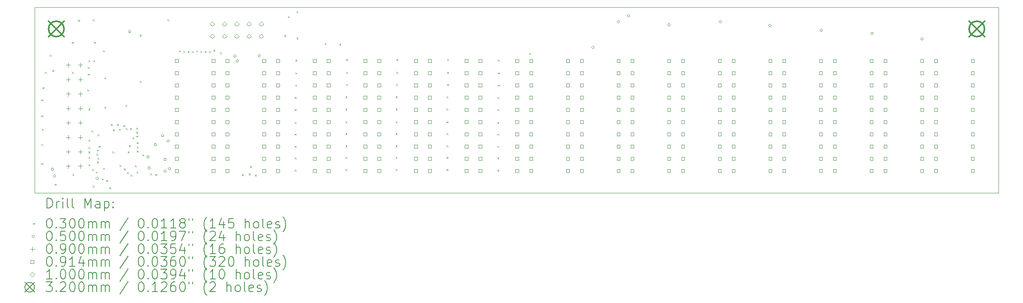
<source format=gbr>
%TF.GenerationSoftware,KiCad,Pcbnew,9.0.5*%
%TF.CreationDate,2025-10-23T02:31:42+02:00*%
%TF.ProjectId,display-board,64697370-6c61-4792-9d62-6f6172642e6b,1.0a*%
%TF.SameCoordinates,Original*%
%TF.FileFunction,Drillmap*%
%TF.FilePolarity,Positive*%
%FSLAX45Y45*%
G04 Gerber Fmt 4.5, Leading zero omitted, Abs format (unit mm)*
G04 Created by KiCad (PCBNEW 9.0.5) date 2025-10-23 02:31:42*
%MOMM*%
%LPD*%
G01*
G04 APERTURE LIST*
%ADD10C,0.050000*%
%ADD11C,0.200000*%
%ADD12C,0.100000*%
%ADD13C,0.320000*%
G04 APERTURE END LIST*
D10*
X3286720Y-4165440D02*
X23286720Y-4165440D01*
X23286720Y-8016240D01*
X3286720Y-8016240D01*
X3286720Y-4165440D01*
D11*
D12*
X3426620Y-6078040D02*
X3456620Y-6108040D01*
X3456620Y-6078040D02*
X3426620Y-6108040D01*
X3426620Y-6408240D02*
X3456620Y-6438240D01*
X3456620Y-6408240D02*
X3426620Y-6438240D01*
X3426620Y-7005140D02*
X3456620Y-7035140D01*
X3456620Y-7005140D02*
X3426620Y-7035140D01*
X3426620Y-7398840D02*
X3456620Y-7428840D01*
X3456620Y-7398840D02*
X3426620Y-7428840D01*
X3439320Y-6687640D02*
X3469320Y-6717640D01*
X3469320Y-6687640D02*
X3439320Y-6717640D01*
X3452020Y-5824040D02*
X3482020Y-5854040D01*
X3482020Y-5824040D02*
X3452020Y-5854040D01*
X3502820Y-5506540D02*
X3532820Y-5536540D01*
X3532820Y-5506540D02*
X3502820Y-5536540D01*
X3604420Y-5150940D02*
X3634420Y-5180940D01*
X3634420Y-5150940D02*
X3604420Y-5180940D01*
X3655220Y-5468440D02*
X3685220Y-5498440D01*
X3685220Y-5468440D02*
X3655220Y-5498440D01*
X3706020Y-7830640D02*
X3736020Y-7860640D01*
X3736020Y-7830640D02*
X3706020Y-7860640D01*
X4061620Y-4884240D02*
X4091620Y-4914240D01*
X4091620Y-4884240D02*
X4061620Y-4914240D01*
X4061620Y-5506540D02*
X4091620Y-5536540D01*
X4091620Y-5506540D02*
X4061620Y-5536540D01*
X4074320Y-7627440D02*
X4104320Y-7657440D01*
X4104320Y-7627440D02*
X4074320Y-7657440D01*
X4188620Y-4427040D02*
X4218620Y-4457040D01*
X4218620Y-4427040D02*
X4188620Y-4457040D01*
X4379120Y-5874840D02*
X4409120Y-5904840D01*
X4409120Y-5874840D02*
X4379120Y-5904840D01*
X4391820Y-5404940D02*
X4421820Y-5434940D01*
X4421820Y-5404940D02*
X4391820Y-5434940D01*
X4391820Y-5544640D02*
X4421820Y-5574640D01*
X4421820Y-5544640D02*
X4391820Y-5574640D01*
X4404520Y-5265240D02*
X4434520Y-5295240D01*
X4434520Y-5265240D02*
X4404520Y-5295240D01*
X4404520Y-6268540D02*
X4434520Y-6298540D01*
X4434520Y-6268540D02*
X4404520Y-6298540D01*
X4404520Y-6916240D02*
X4434520Y-6946240D01*
X4434520Y-6916240D02*
X4404520Y-6946240D01*
X4404520Y-7068640D02*
X4434520Y-7098640D01*
X4434520Y-7068640D02*
X4404520Y-7098640D01*
X4404520Y-7157540D02*
X4434520Y-7187540D01*
X4434520Y-7157540D02*
X4404520Y-7187540D01*
X4404520Y-7271840D02*
X4434520Y-7301840D01*
X4434520Y-7271840D02*
X4404520Y-7301840D01*
X4404520Y-7424240D02*
X4434520Y-7454240D01*
X4434520Y-7424240D02*
X4404520Y-7454240D01*
X4468020Y-6725740D02*
X4498020Y-6755740D01*
X4498020Y-6725740D02*
X4468020Y-6755740D01*
X4480720Y-7525840D02*
X4510720Y-7555840D01*
X4510720Y-7525840D02*
X4480720Y-7555840D01*
X4493420Y-4414340D02*
X4523420Y-4444340D01*
X4523420Y-4414340D02*
X4493420Y-4444340D01*
X4493420Y-7868740D02*
X4523420Y-7898740D01*
X4523420Y-7868740D02*
X4493420Y-7898740D01*
X4506120Y-5265240D02*
X4536120Y-5295240D01*
X4536120Y-5265240D02*
X4506120Y-5295240D01*
X4518820Y-4884240D02*
X4548820Y-4914240D01*
X4548820Y-4884240D02*
X4518820Y-4914240D01*
X4556920Y-7576640D02*
X4586920Y-7606640D01*
X4586920Y-7576640D02*
X4556920Y-7606640D01*
X4569620Y-7208340D02*
X4599620Y-7238340D01*
X4599620Y-7208340D02*
X4569620Y-7238340D01*
X4581342Y-7372462D02*
X4611342Y-7402462D01*
X4611342Y-7372462D02*
X4581342Y-7402462D01*
X4582320Y-7119440D02*
X4612320Y-7149440D01*
X4612320Y-7119440D02*
X4582320Y-7149440D01*
X4588670Y-7290890D02*
X4618670Y-7320890D01*
X4618670Y-7290890D02*
X4588670Y-7320890D01*
X4595020Y-6801940D02*
X4625020Y-6831940D01*
X4625020Y-6801940D02*
X4595020Y-6831940D01*
X4620420Y-7043240D02*
X4650420Y-7073240D01*
X4650420Y-7043240D02*
X4620420Y-7073240D01*
X4683920Y-7720640D02*
X4713920Y-7750640D01*
X4713920Y-7720640D02*
X4683920Y-7750640D01*
X4709320Y-5062040D02*
X4739320Y-5092040D01*
X4739320Y-5062040D02*
X4709320Y-5092040D01*
X4709320Y-7500440D02*
X4739320Y-7530440D01*
X4739320Y-7500440D02*
X4709320Y-7530440D01*
X4734720Y-5620840D02*
X4764720Y-5650840D01*
X4764720Y-5620840D02*
X4734720Y-5650840D01*
X4734720Y-6230440D02*
X4764720Y-6260440D01*
X4764720Y-6230440D02*
X4734720Y-6260440D01*
X4772820Y-7754440D02*
X4802820Y-7784440D01*
X4802820Y-7754440D02*
X4772820Y-7784440D01*
X4836320Y-7902840D02*
X4866320Y-7932840D01*
X4866320Y-7902840D02*
X4836320Y-7932840D01*
X4868109Y-6589564D02*
X4898109Y-6619564D01*
X4898109Y-6589564D02*
X4868109Y-6619564D01*
X4899820Y-7157540D02*
X4929820Y-7187540D01*
X4929820Y-7157540D02*
X4899820Y-7187540D01*
X4912520Y-6700340D02*
X4942520Y-6730340D01*
X4942520Y-6700340D02*
X4912520Y-6730340D01*
X4995070Y-6592390D02*
X5025070Y-6622390D01*
X5025070Y-6592390D02*
X4995070Y-6622390D01*
X5039520Y-6687640D02*
X5069520Y-6717640D01*
X5069520Y-6687640D02*
X5039520Y-6717640D01*
X5052220Y-7436940D02*
X5082220Y-7466940D01*
X5082220Y-7436940D02*
X5052220Y-7466940D01*
X5128420Y-6611440D02*
X5158420Y-6641440D01*
X5158420Y-6611440D02*
X5128420Y-6641440D01*
X5141120Y-7513140D02*
X5171120Y-7543140D01*
X5171120Y-7513140D02*
X5141120Y-7543140D01*
X5169177Y-6192340D02*
X5199177Y-6222340D01*
X5199177Y-6192340D02*
X5169177Y-6222340D01*
X5179220Y-6674940D02*
X5209220Y-6704940D01*
X5209220Y-6674940D02*
X5179220Y-6704940D01*
X5204620Y-7589340D02*
X5234620Y-7619340D01*
X5234620Y-7589340D02*
X5204620Y-7619340D01*
X5217320Y-7157540D02*
X5247320Y-7187540D01*
X5247320Y-7157540D02*
X5217320Y-7187540D01*
X5242720Y-7030540D02*
X5272720Y-7060540D01*
X5272720Y-7030540D02*
X5242720Y-7060540D01*
X5268120Y-6674940D02*
X5298120Y-6704940D01*
X5298120Y-6674940D02*
X5268120Y-6704940D01*
X5280820Y-7640140D02*
X5310820Y-7670140D01*
X5310820Y-7640140D02*
X5280820Y-7670140D01*
X5318920Y-6865440D02*
X5348920Y-6895440D01*
X5348920Y-6865440D02*
X5318920Y-6895440D01*
X5369720Y-7449640D02*
X5399720Y-7479640D01*
X5399720Y-7449640D02*
X5369720Y-7479640D01*
X5395120Y-6662240D02*
X5425120Y-6692240D01*
X5425120Y-6662240D02*
X5395120Y-6692240D01*
X5395120Y-6751140D02*
X5425120Y-6781140D01*
X5425120Y-6751140D02*
X5395120Y-6781140D01*
X5399871Y-6832091D02*
X5429871Y-6862091D01*
X5429871Y-6832091D02*
X5399871Y-6862091D01*
X5401720Y-7576640D02*
X5431720Y-7606640D01*
X5431720Y-7576640D02*
X5401720Y-7606640D01*
X5406522Y-6968338D02*
X5436522Y-6998338D01*
X5436522Y-6968338D02*
X5406522Y-6998338D01*
X5407820Y-7055940D02*
X5437820Y-7085940D01*
X5437820Y-7055940D02*
X5407820Y-7085940D01*
X5407820Y-7144840D02*
X5437820Y-7174840D01*
X5437820Y-7144840D02*
X5407820Y-7174840D01*
X5469720Y-4735768D02*
X5499720Y-4765768D01*
X5499720Y-4735768D02*
X5469720Y-4765768D01*
X5471320Y-5697040D02*
X5501320Y-5727040D01*
X5501320Y-5697040D02*
X5471320Y-5727040D01*
X5522120Y-7222940D02*
X5552120Y-7252940D01*
X5552120Y-7222940D02*
X5522120Y-7252940D01*
X5687220Y-7614740D02*
X5717220Y-7644740D01*
X5717220Y-7614740D02*
X5687220Y-7644740D01*
X5788820Y-7627440D02*
X5818820Y-7657440D01*
X5818820Y-7627440D02*
X5788820Y-7657440D01*
X6042820Y-4414340D02*
X6072820Y-4444340D01*
X6072820Y-4414340D02*
X6042820Y-4444340D01*
X6284120Y-5062040D02*
X6314120Y-5092040D01*
X6314120Y-5062040D02*
X6284120Y-5092040D01*
X6373020Y-5074740D02*
X6403020Y-5104740D01*
X6403020Y-5074740D02*
X6373020Y-5104740D01*
X6461920Y-5074740D02*
X6491920Y-5104740D01*
X6491920Y-5074740D02*
X6461920Y-5104740D01*
X6550820Y-5074740D02*
X6580820Y-5104740D01*
X6580820Y-5074740D02*
X6550820Y-5104740D01*
X6639720Y-5062040D02*
X6669720Y-5092040D01*
X6669720Y-5062040D02*
X6639720Y-5092040D01*
X6728620Y-5074740D02*
X6758620Y-5104740D01*
X6758620Y-5074740D02*
X6728620Y-5104740D01*
X6817520Y-5074740D02*
X6847520Y-5104740D01*
X6847520Y-5074740D02*
X6817520Y-5104740D01*
X6906420Y-5074740D02*
X6936420Y-5104740D01*
X6936420Y-5074740D02*
X6906420Y-5104740D01*
X6995320Y-5049340D02*
X7025320Y-5079340D01*
X7025320Y-5049340D02*
X6995320Y-5079340D01*
X7135020Y-5100140D02*
X7165020Y-5130140D01*
X7165020Y-5100140D02*
X7135020Y-5130140D01*
X7585870Y-7633790D02*
X7615870Y-7663790D01*
X7615870Y-7633790D02*
X7585870Y-7663790D01*
X7731920Y-7614740D02*
X7761920Y-7644740D01*
X7761920Y-7614740D02*
X7731920Y-7644740D01*
X7757320Y-7462340D02*
X7787320Y-7492340D01*
X7787320Y-7462340D02*
X7757320Y-7492340D01*
X7858920Y-7640140D02*
X7888920Y-7670140D01*
X7888920Y-7640140D02*
X7858920Y-7670140D01*
X8468520Y-4744540D02*
X8498520Y-4774540D01*
X8498520Y-4744540D02*
X8468520Y-4774540D01*
X8544720Y-4350840D02*
X8574720Y-4380840D01*
X8574720Y-4350840D02*
X8544720Y-4380840D01*
X8684420Y-6027240D02*
X8714420Y-6057240D01*
X8714420Y-6027240D02*
X8684420Y-6057240D01*
X8684420Y-6281240D02*
X8714420Y-6311240D01*
X8714420Y-6281240D02*
X8684420Y-6311240D01*
X8684420Y-6547940D02*
X8714420Y-6577940D01*
X8714420Y-6547940D02*
X8684420Y-6577940D01*
X8684420Y-6789240D02*
X8714420Y-6819240D01*
X8714420Y-6789240D02*
X8684420Y-6819240D01*
X8684420Y-7043240D02*
X8714420Y-7073240D01*
X8714420Y-7043240D02*
X8684420Y-7073240D01*
X8684420Y-7284540D02*
X8714420Y-7314540D01*
X8714420Y-7284540D02*
X8684420Y-7314540D01*
X8684420Y-7538540D02*
X8714420Y-7568540D01*
X8714420Y-7538540D02*
X8684420Y-7568540D01*
X8697120Y-5252540D02*
X8727120Y-5282540D01*
X8727120Y-5252540D02*
X8697120Y-5282540D01*
X8697120Y-5519240D02*
X8727120Y-5549240D01*
X8727120Y-5519240D02*
X8697120Y-5549240D01*
X8697120Y-5773240D02*
X8727120Y-5803240D01*
X8727120Y-5773240D02*
X8697120Y-5803240D01*
X8722520Y-4249240D02*
X8752520Y-4279240D01*
X8752520Y-4249240D02*
X8722520Y-4279240D01*
X8722520Y-4795340D02*
X8752520Y-4825340D01*
X8752520Y-4795340D02*
X8722520Y-4825340D01*
X9306720Y-4909640D02*
X9336720Y-4939640D01*
X9336720Y-4909640D02*
X9306720Y-4939640D01*
X9611520Y-4922340D02*
X9641520Y-4952340D01*
X9641520Y-4922340D02*
X9611520Y-4952340D01*
X9738520Y-6014540D02*
X9768520Y-6044540D01*
X9768520Y-6014540D02*
X9738520Y-6044540D01*
X9738520Y-6268540D02*
X9768520Y-6298540D01*
X9768520Y-6268540D02*
X9738520Y-6298540D01*
X9738520Y-6535240D02*
X9768520Y-6565240D01*
X9768520Y-6535240D02*
X9738520Y-6565240D01*
X9738520Y-6776540D02*
X9768520Y-6806540D01*
X9768520Y-6776540D02*
X9738520Y-6806540D01*
X9738520Y-7030540D02*
X9768520Y-7060540D01*
X9768520Y-7030540D02*
X9738520Y-7060540D01*
X9738520Y-7271840D02*
X9768520Y-7301840D01*
X9768520Y-7271840D02*
X9738520Y-7301840D01*
X9738520Y-7525840D02*
X9768520Y-7555840D01*
X9768520Y-7525840D02*
X9738520Y-7555840D01*
X9751220Y-5239840D02*
X9781220Y-5269840D01*
X9781220Y-5239840D02*
X9751220Y-5269840D01*
X9751220Y-5506540D02*
X9781220Y-5536540D01*
X9781220Y-5506540D02*
X9751220Y-5536540D01*
X9751220Y-5760540D02*
X9781220Y-5790540D01*
X9781220Y-5760540D02*
X9751220Y-5790540D01*
X10779920Y-6014540D02*
X10809920Y-6044540D01*
X10809920Y-6014540D02*
X10779920Y-6044540D01*
X10779920Y-6268540D02*
X10809920Y-6298540D01*
X10809920Y-6268540D02*
X10779920Y-6298540D01*
X10779920Y-6535240D02*
X10809920Y-6565240D01*
X10809920Y-6535240D02*
X10779920Y-6565240D01*
X10779920Y-6776540D02*
X10809920Y-6806540D01*
X10809920Y-6776540D02*
X10779920Y-6806540D01*
X10779920Y-7030540D02*
X10809920Y-7060540D01*
X10809920Y-7030540D02*
X10779920Y-7060540D01*
X10779920Y-7271840D02*
X10809920Y-7301840D01*
X10809920Y-7271840D02*
X10779920Y-7301840D01*
X10779920Y-7525840D02*
X10809920Y-7555840D01*
X10809920Y-7525840D02*
X10779920Y-7555840D01*
X10792620Y-5239840D02*
X10822620Y-5269840D01*
X10822620Y-5239840D02*
X10792620Y-5269840D01*
X10792620Y-5506540D02*
X10822620Y-5536540D01*
X10822620Y-5506540D02*
X10792620Y-5536540D01*
X10792620Y-5760540D02*
X10822620Y-5790540D01*
X10822620Y-5760540D02*
X10792620Y-5790540D01*
X11834020Y-6014540D02*
X11864020Y-6044540D01*
X11864020Y-6014540D02*
X11834020Y-6044540D01*
X11834020Y-6268540D02*
X11864020Y-6298540D01*
X11864020Y-6268540D02*
X11834020Y-6298540D01*
X11834020Y-6535240D02*
X11864020Y-6565240D01*
X11864020Y-6535240D02*
X11834020Y-6565240D01*
X11834020Y-6776540D02*
X11864020Y-6806540D01*
X11864020Y-6776540D02*
X11834020Y-6806540D01*
X11834020Y-7030540D02*
X11864020Y-7060540D01*
X11864020Y-7030540D02*
X11834020Y-7060540D01*
X11834020Y-7271840D02*
X11864020Y-7301840D01*
X11864020Y-7271840D02*
X11834020Y-7301840D01*
X11834020Y-7525840D02*
X11864020Y-7555840D01*
X11864020Y-7525840D02*
X11834020Y-7555840D01*
X11846720Y-5239840D02*
X11876720Y-5269840D01*
X11876720Y-5239840D02*
X11846720Y-5269840D01*
X11846720Y-5506540D02*
X11876720Y-5536540D01*
X11876720Y-5506540D02*
X11846720Y-5536540D01*
X11846720Y-5760540D02*
X11876720Y-5790540D01*
X11876720Y-5760540D02*
X11846720Y-5790540D01*
X12888120Y-6027240D02*
X12918120Y-6057240D01*
X12918120Y-6027240D02*
X12888120Y-6057240D01*
X12888120Y-6281240D02*
X12918120Y-6311240D01*
X12918120Y-6281240D02*
X12888120Y-6311240D01*
X12888120Y-6547940D02*
X12918120Y-6577940D01*
X12918120Y-6547940D02*
X12888120Y-6577940D01*
X12888120Y-6789240D02*
X12918120Y-6819240D01*
X12918120Y-6789240D02*
X12888120Y-6819240D01*
X12888120Y-7043240D02*
X12918120Y-7073240D01*
X12918120Y-7043240D02*
X12888120Y-7073240D01*
X12888120Y-7284540D02*
X12918120Y-7314540D01*
X12918120Y-7284540D02*
X12888120Y-7314540D01*
X12888120Y-7538540D02*
X12918120Y-7568540D01*
X12918120Y-7538540D02*
X12888120Y-7568540D01*
X12900820Y-5252540D02*
X12930820Y-5282540D01*
X12930820Y-5252540D02*
X12900820Y-5282540D01*
X12900820Y-5519240D02*
X12930820Y-5549240D01*
X12930820Y-5519240D02*
X12900820Y-5549240D01*
X12900820Y-5773240D02*
X12930820Y-5803240D01*
X12930820Y-5773240D02*
X12900820Y-5803240D01*
X13548520Y-5112840D02*
X13578520Y-5142840D01*
X13578520Y-5112840D02*
X13548520Y-5142840D01*
X3682520Y-7528140D02*
G75*
G02*
X3632520Y-7528140I-25000J0D01*
G01*
X3632520Y-7528140D02*
G75*
G02*
X3682520Y-7528140I25000J0D01*
G01*
X3720620Y-7667840D02*
G75*
G02*
X3670620Y-7667840I-25000J0D01*
G01*
X3670620Y-7667840D02*
G75*
G02*
X3720620Y-7667840I25000J0D01*
G01*
X4609620Y-7718640D02*
G75*
G02*
X4559620Y-7718640I-25000J0D01*
G01*
X4559620Y-7718640D02*
G75*
G02*
X4609620Y-7718640I25000J0D01*
G01*
X5282720Y-4670640D02*
G75*
G02*
X5232720Y-4670640I-25000J0D01*
G01*
X5232720Y-4670640D02*
G75*
G02*
X5282720Y-4670640I25000J0D01*
G01*
X5663720Y-7274140D02*
G75*
G02*
X5613720Y-7274140I-25000J0D01*
G01*
X5613720Y-7274140D02*
G75*
G02*
X5663720Y-7274140I25000J0D01*
G01*
X5689120Y-7502740D02*
G75*
G02*
X5639120Y-7502740I-25000J0D01*
G01*
X5639120Y-7502740D02*
G75*
G02*
X5689120Y-7502740I25000J0D01*
G01*
X5816120Y-7020140D02*
G75*
G02*
X5766120Y-7020140I-25000J0D01*
G01*
X5766120Y-7020140D02*
G75*
G02*
X5816120Y-7020140I25000J0D01*
G01*
X5968520Y-6829640D02*
G75*
G02*
X5918520Y-6829640I-25000J0D01*
G01*
X5918520Y-6829640D02*
G75*
G02*
X5968520Y-6829640I25000J0D01*
G01*
X6019320Y-7324940D02*
G75*
G02*
X5969320Y-7324940I-25000J0D01*
G01*
X5969320Y-7324940D02*
G75*
G02*
X6019320Y-7324940I25000J0D01*
G01*
X6019320Y-7566240D02*
G75*
G02*
X5969320Y-7566240I-25000J0D01*
G01*
X5969320Y-7566240D02*
G75*
G02*
X6019320Y-7566240I25000J0D01*
G01*
X6082820Y-6943940D02*
G75*
G02*
X6032820Y-6943940I-25000J0D01*
G01*
X6032820Y-6943940D02*
G75*
G02*
X6082820Y-6943940I25000J0D01*
G01*
X6108220Y-7515440D02*
G75*
G02*
X6058220Y-7515440I-25000J0D01*
G01*
X6058220Y-7515440D02*
G75*
G02*
X6108220Y-7515440I25000J0D01*
G01*
X7467120Y-5178640D02*
G75*
G02*
X7417120Y-5178640I-25000J0D01*
G01*
X7417120Y-5178640D02*
G75*
G02*
X7467120Y-5178640I25000J0D01*
G01*
X7517920Y-5280240D02*
G75*
G02*
X7467920Y-5280240I-25000J0D01*
G01*
X7467920Y-5280240D02*
G75*
G02*
X7517920Y-5280240I25000J0D01*
G01*
X7970579Y-5173997D02*
G75*
G02*
X7920579Y-5173997I-25000J0D01*
G01*
X7920579Y-5173997D02*
G75*
G02*
X7970579Y-5173997I25000J0D01*
G01*
X14896620Y-5000840D02*
G75*
G02*
X14846620Y-5000840I-25000J0D01*
G01*
X14846620Y-5000840D02*
G75*
G02*
X14896620Y-5000840I25000J0D01*
G01*
X15423720Y-4467440D02*
G75*
G02*
X15373720Y-4467440I-25000J0D01*
G01*
X15373720Y-4467440D02*
G75*
G02*
X15423720Y-4467440I25000J0D01*
G01*
X15633220Y-4340440D02*
G75*
G02*
X15583220Y-4340440I-25000J0D01*
G01*
X15583220Y-4340440D02*
G75*
G02*
X15633220Y-4340440I25000J0D01*
G01*
X16473720Y-4530940D02*
G75*
G02*
X16423720Y-4530940I-25000J0D01*
G01*
X16423720Y-4530940D02*
G75*
G02*
X16473720Y-4530940I25000J0D01*
G01*
X17538220Y-4467440D02*
G75*
G02*
X17488220Y-4467440I-25000J0D01*
G01*
X17488220Y-4467440D02*
G75*
G02*
X17538220Y-4467440I25000J0D01*
G01*
X18566920Y-4543640D02*
G75*
G02*
X18516920Y-4543640I-25000J0D01*
G01*
X18516920Y-4543640D02*
G75*
G02*
X18566920Y-4543640I25000J0D01*
G01*
X19633720Y-4645240D02*
G75*
G02*
X19583720Y-4645240I-25000J0D01*
G01*
X19583720Y-4645240D02*
G75*
G02*
X19633720Y-4645240I25000J0D01*
G01*
X20687820Y-4708740D02*
G75*
G02*
X20637820Y-4708740I-25000J0D01*
G01*
X20637820Y-4708740D02*
G75*
G02*
X20687820Y-4708740I25000J0D01*
G01*
X21723720Y-4823040D02*
G75*
G02*
X21673720Y-4823040I-25000J0D01*
G01*
X21673720Y-4823040D02*
G75*
G02*
X21723720Y-4823040I25000J0D01*
G01*
X3982720Y-5320440D02*
X3982720Y-5410440D01*
X3937720Y-5365440D02*
X4027720Y-5365440D01*
X3982720Y-5620440D02*
X3982720Y-5710440D01*
X3937720Y-5665440D02*
X4027720Y-5665440D01*
X3982720Y-5920440D02*
X3982720Y-6010440D01*
X3937720Y-5965440D02*
X4027720Y-5965440D01*
X3982720Y-6220440D02*
X3982720Y-6310440D01*
X3937720Y-6265440D02*
X4027720Y-6265440D01*
X3982720Y-6520440D02*
X3982720Y-6610440D01*
X3937720Y-6565440D02*
X4027720Y-6565440D01*
X3982720Y-6820440D02*
X3982720Y-6910440D01*
X3937720Y-6865440D02*
X4027720Y-6865440D01*
X3982720Y-7120440D02*
X3982720Y-7210440D01*
X3937720Y-7165440D02*
X4027720Y-7165440D01*
X3982720Y-7420440D02*
X3982720Y-7510440D01*
X3937720Y-7465440D02*
X4027720Y-7465440D01*
X4236720Y-5320440D02*
X4236720Y-5410440D01*
X4191720Y-5365440D02*
X4281720Y-5365440D01*
X4236720Y-5620440D02*
X4236720Y-5710440D01*
X4191720Y-5665440D02*
X4281720Y-5665440D01*
X4236720Y-5920440D02*
X4236720Y-6010440D01*
X4191720Y-5965440D02*
X4281720Y-5965440D01*
X4236720Y-6220440D02*
X4236720Y-6310440D01*
X4191720Y-6265440D02*
X4281720Y-6265440D01*
X4236720Y-6520440D02*
X4236720Y-6610440D01*
X4191720Y-6565440D02*
X4281720Y-6565440D01*
X4236720Y-6820440D02*
X4236720Y-6910440D01*
X4191720Y-6865440D02*
X4281720Y-6865440D01*
X4236720Y-7120440D02*
X4236720Y-7210440D01*
X4191720Y-7165440D02*
X4281720Y-7165440D01*
X4236720Y-7420440D02*
X4236720Y-7510440D01*
X4191720Y-7465440D02*
X4281720Y-7465440D01*
X6269049Y-5311769D02*
X6269049Y-5247111D01*
X6204391Y-5247111D01*
X6204391Y-5311769D01*
X6269049Y-5311769D01*
X6269049Y-5565769D02*
X6269049Y-5501111D01*
X6204391Y-5501111D01*
X6204391Y-5565769D01*
X6269049Y-5565769D01*
X6269049Y-5819769D02*
X6269049Y-5755111D01*
X6204391Y-5755111D01*
X6204391Y-5819769D01*
X6269049Y-5819769D01*
X6269049Y-6073769D02*
X6269049Y-6009111D01*
X6204391Y-6009111D01*
X6204391Y-6073769D01*
X6269049Y-6073769D01*
X6269049Y-6327769D02*
X6269049Y-6263111D01*
X6204391Y-6263111D01*
X6204391Y-6327769D01*
X6269049Y-6327769D01*
X6269049Y-6581769D02*
X6269049Y-6517111D01*
X6204391Y-6517111D01*
X6204391Y-6581769D01*
X6269049Y-6581769D01*
X6269049Y-6835769D02*
X6269049Y-6771111D01*
X6204391Y-6771111D01*
X6204391Y-6835769D01*
X6269049Y-6835769D01*
X6269049Y-7089769D02*
X6269049Y-7025111D01*
X6204391Y-7025111D01*
X6204391Y-7089769D01*
X6269049Y-7089769D01*
X6269049Y-7343769D02*
X6269049Y-7279111D01*
X6204391Y-7279111D01*
X6204391Y-7343769D01*
X6269049Y-7343769D01*
X6269049Y-7597769D02*
X6269049Y-7533111D01*
X6204391Y-7533111D01*
X6204391Y-7597769D01*
X6269049Y-7597769D01*
X7031049Y-5311769D02*
X7031049Y-5247111D01*
X6966391Y-5247111D01*
X6966391Y-5311769D01*
X7031049Y-5311769D01*
X7031049Y-5565769D02*
X7031049Y-5501111D01*
X6966391Y-5501111D01*
X6966391Y-5565769D01*
X7031049Y-5565769D01*
X7031049Y-5819769D02*
X7031049Y-5755111D01*
X6966391Y-5755111D01*
X6966391Y-5819769D01*
X7031049Y-5819769D01*
X7031049Y-6073769D02*
X7031049Y-6009111D01*
X6966391Y-6009111D01*
X6966391Y-6073769D01*
X7031049Y-6073769D01*
X7031049Y-6327769D02*
X7031049Y-6263111D01*
X6966391Y-6263111D01*
X6966391Y-6327769D01*
X7031049Y-6327769D01*
X7031049Y-6581769D02*
X7031049Y-6517111D01*
X6966391Y-6517111D01*
X6966391Y-6581769D01*
X7031049Y-6581769D01*
X7031049Y-6835769D02*
X7031049Y-6771111D01*
X6966391Y-6771111D01*
X6966391Y-6835769D01*
X7031049Y-6835769D01*
X7031049Y-7089769D02*
X7031049Y-7025111D01*
X6966391Y-7025111D01*
X6966391Y-7089769D01*
X7031049Y-7089769D01*
X7031049Y-7343769D02*
X7031049Y-7279111D01*
X6966391Y-7279111D01*
X6966391Y-7343769D01*
X7031049Y-7343769D01*
X7031049Y-7597769D02*
X7031049Y-7533111D01*
X6966391Y-7533111D01*
X6966391Y-7597769D01*
X7031049Y-7597769D01*
X7319049Y-5311769D02*
X7319049Y-5247111D01*
X7254391Y-5247111D01*
X7254391Y-5311769D01*
X7319049Y-5311769D01*
X7319049Y-5565769D02*
X7319049Y-5501111D01*
X7254391Y-5501111D01*
X7254391Y-5565769D01*
X7319049Y-5565769D01*
X7319049Y-5819769D02*
X7319049Y-5755111D01*
X7254391Y-5755111D01*
X7254391Y-5819769D01*
X7319049Y-5819769D01*
X7319049Y-6073769D02*
X7319049Y-6009111D01*
X7254391Y-6009111D01*
X7254391Y-6073769D01*
X7319049Y-6073769D01*
X7319049Y-6327769D02*
X7319049Y-6263111D01*
X7254391Y-6263111D01*
X7254391Y-6327769D01*
X7319049Y-6327769D01*
X7319049Y-6581769D02*
X7319049Y-6517111D01*
X7254391Y-6517111D01*
X7254391Y-6581769D01*
X7319049Y-6581769D01*
X7319049Y-6835769D02*
X7319049Y-6771111D01*
X7254391Y-6771111D01*
X7254391Y-6835769D01*
X7319049Y-6835769D01*
X7319049Y-7089769D02*
X7319049Y-7025111D01*
X7254391Y-7025111D01*
X7254391Y-7089769D01*
X7319049Y-7089769D01*
X7319049Y-7343769D02*
X7319049Y-7279111D01*
X7254391Y-7279111D01*
X7254391Y-7343769D01*
X7319049Y-7343769D01*
X7319049Y-7597769D02*
X7319049Y-7533111D01*
X7254391Y-7533111D01*
X7254391Y-7597769D01*
X7319049Y-7597769D01*
X8081049Y-5311769D02*
X8081049Y-5247111D01*
X8016391Y-5247111D01*
X8016391Y-5311769D01*
X8081049Y-5311769D01*
X8081049Y-5565769D02*
X8081049Y-5501111D01*
X8016391Y-5501111D01*
X8016391Y-5565769D01*
X8081049Y-5565769D01*
X8081049Y-5819769D02*
X8081049Y-5755111D01*
X8016391Y-5755111D01*
X8016391Y-5819769D01*
X8081049Y-5819769D01*
X8081049Y-6073769D02*
X8081049Y-6009111D01*
X8016391Y-6009111D01*
X8016391Y-6073769D01*
X8081049Y-6073769D01*
X8081049Y-6327769D02*
X8081049Y-6263111D01*
X8016391Y-6263111D01*
X8016391Y-6327769D01*
X8081049Y-6327769D01*
X8081049Y-6581769D02*
X8081049Y-6517111D01*
X8016391Y-6517111D01*
X8016391Y-6581769D01*
X8081049Y-6581769D01*
X8081049Y-6835769D02*
X8081049Y-6771111D01*
X8016391Y-6771111D01*
X8016391Y-6835769D01*
X8081049Y-6835769D01*
X8081049Y-7089769D02*
X8081049Y-7025111D01*
X8016391Y-7025111D01*
X8016391Y-7089769D01*
X8081049Y-7089769D01*
X8081049Y-7343769D02*
X8081049Y-7279111D01*
X8016391Y-7279111D01*
X8016391Y-7343769D01*
X8081049Y-7343769D01*
X8081049Y-7597769D02*
X8081049Y-7533111D01*
X8016391Y-7533111D01*
X8016391Y-7597769D01*
X8081049Y-7597769D01*
X8369049Y-5311769D02*
X8369049Y-5247111D01*
X8304391Y-5247111D01*
X8304391Y-5311769D01*
X8369049Y-5311769D01*
X8369049Y-5565769D02*
X8369049Y-5501111D01*
X8304391Y-5501111D01*
X8304391Y-5565769D01*
X8369049Y-5565769D01*
X8369049Y-5819769D02*
X8369049Y-5755111D01*
X8304391Y-5755111D01*
X8304391Y-5819769D01*
X8369049Y-5819769D01*
X8369049Y-6073769D02*
X8369049Y-6009111D01*
X8304391Y-6009111D01*
X8304391Y-6073769D01*
X8369049Y-6073769D01*
X8369049Y-6327769D02*
X8369049Y-6263111D01*
X8304391Y-6263111D01*
X8304391Y-6327769D01*
X8369049Y-6327769D01*
X8369049Y-6581769D02*
X8369049Y-6517111D01*
X8304391Y-6517111D01*
X8304391Y-6581769D01*
X8369049Y-6581769D01*
X8369049Y-6835769D02*
X8369049Y-6771111D01*
X8304391Y-6771111D01*
X8304391Y-6835769D01*
X8369049Y-6835769D01*
X8369049Y-7089769D02*
X8369049Y-7025111D01*
X8304391Y-7025111D01*
X8304391Y-7089769D01*
X8369049Y-7089769D01*
X8369049Y-7343769D02*
X8369049Y-7279111D01*
X8304391Y-7279111D01*
X8304391Y-7343769D01*
X8369049Y-7343769D01*
X8369049Y-7597769D02*
X8369049Y-7533111D01*
X8304391Y-7533111D01*
X8304391Y-7597769D01*
X8369049Y-7597769D01*
X9131049Y-5311769D02*
X9131049Y-5247111D01*
X9066391Y-5247111D01*
X9066391Y-5311769D01*
X9131049Y-5311769D01*
X9131049Y-5565769D02*
X9131049Y-5501111D01*
X9066391Y-5501111D01*
X9066391Y-5565769D01*
X9131049Y-5565769D01*
X9131049Y-5819769D02*
X9131049Y-5755111D01*
X9066391Y-5755111D01*
X9066391Y-5819769D01*
X9131049Y-5819769D01*
X9131049Y-6073769D02*
X9131049Y-6009111D01*
X9066391Y-6009111D01*
X9066391Y-6073769D01*
X9131049Y-6073769D01*
X9131049Y-6327769D02*
X9131049Y-6263111D01*
X9066391Y-6263111D01*
X9066391Y-6327769D01*
X9131049Y-6327769D01*
X9131049Y-6581769D02*
X9131049Y-6517111D01*
X9066391Y-6517111D01*
X9066391Y-6581769D01*
X9131049Y-6581769D01*
X9131049Y-6835769D02*
X9131049Y-6771111D01*
X9066391Y-6771111D01*
X9066391Y-6835769D01*
X9131049Y-6835769D01*
X9131049Y-7089769D02*
X9131049Y-7025111D01*
X9066391Y-7025111D01*
X9066391Y-7089769D01*
X9131049Y-7089769D01*
X9131049Y-7343769D02*
X9131049Y-7279111D01*
X9066391Y-7279111D01*
X9066391Y-7343769D01*
X9131049Y-7343769D01*
X9131049Y-7597769D02*
X9131049Y-7533111D01*
X9066391Y-7533111D01*
X9066391Y-7597769D01*
X9131049Y-7597769D01*
X9419049Y-5311769D02*
X9419049Y-5247111D01*
X9354391Y-5247111D01*
X9354391Y-5311769D01*
X9419049Y-5311769D01*
X9419049Y-5565769D02*
X9419049Y-5501111D01*
X9354391Y-5501111D01*
X9354391Y-5565769D01*
X9419049Y-5565769D01*
X9419049Y-5819769D02*
X9419049Y-5755111D01*
X9354391Y-5755111D01*
X9354391Y-5819769D01*
X9419049Y-5819769D01*
X9419049Y-6073769D02*
X9419049Y-6009111D01*
X9354391Y-6009111D01*
X9354391Y-6073769D01*
X9419049Y-6073769D01*
X9419049Y-6327769D02*
X9419049Y-6263111D01*
X9354391Y-6263111D01*
X9354391Y-6327769D01*
X9419049Y-6327769D01*
X9419049Y-6581769D02*
X9419049Y-6517111D01*
X9354391Y-6517111D01*
X9354391Y-6581769D01*
X9419049Y-6581769D01*
X9419049Y-6835769D02*
X9419049Y-6771111D01*
X9354391Y-6771111D01*
X9354391Y-6835769D01*
X9419049Y-6835769D01*
X9419049Y-7089769D02*
X9419049Y-7025111D01*
X9354391Y-7025111D01*
X9354391Y-7089769D01*
X9419049Y-7089769D01*
X9419049Y-7343769D02*
X9419049Y-7279111D01*
X9354391Y-7279111D01*
X9354391Y-7343769D01*
X9419049Y-7343769D01*
X9419049Y-7597769D02*
X9419049Y-7533111D01*
X9354391Y-7533111D01*
X9354391Y-7597769D01*
X9419049Y-7597769D01*
X10181049Y-5311769D02*
X10181049Y-5247111D01*
X10116391Y-5247111D01*
X10116391Y-5311769D01*
X10181049Y-5311769D01*
X10181049Y-5565769D02*
X10181049Y-5501111D01*
X10116391Y-5501111D01*
X10116391Y-5565769D01*
X10181049Y-5565769D01*
X10181049Y-5819769D02*
X10181049Y-5755111D01*
X10116391Y-5755111D01*
X10116391Y-5819769D01*
X10181049Y-5819769D01*
X10181049Y-6073769D02*
X10181049Y-6009111D01*
X10116391Y-6009111D01*
X10116391Y-6073769D01*
X10181049Y-6073769D01*
X10181049Y-6327769D02*
X10181049Y-6263111D01*
X10116391Y-6263111D01*
X10116391Y-6327769D01*
X10181049Y-6327769D01*
X10181049Y-6581769D02*
X10181049Y-6517111D01*
X10116391Y-6517111D01*
X10116391Y-6581769D01*
X10181049Y-6581769D01*
X10181049Y-6835769D02*
X10181049Y-6771111D01*
X10116391Y-6771111D01*
X10116391Y-6835769D01*
X10181049Y-6835769D01*
X10181049Y-7089769D02*
X10181049Y-7025111D01*
X10116391Y-7025111D01*
X10116391Y-7089769D01*
X10181049Y-7089769D01*
X10181049Y-7343769D02*
X10181049Y-7279111D01*
X10116391Y-7279111D01*
X10116391Y-7343769D01*
X10181049Y-7343769D01*
X10181049Y-7597769D02*
X10181049Y-7533111D01*
X10116391Y-7533111D01*
X10116391Y-7597769D01*
X10181049Y-7597769D01*
X10469049Y-5311769D02*
X10469049Y-5247111D01*
X10404391Y-5247111D01*
X10404391Y-5311769D01*
X10469049Y-5311769D01*
X10469049Y-5565769D02*
X10469049Y-5501111D01*
X10404391Y-5501111D01*
X10404391Y-5565769D01*
X10469049Y-5565769D01*
X10469049Y-5819769D02*
X10469049Y-5755111D01*
X10404391Y-5755111D01*
X10404391Y-5819769D01*
X10469049Y-5819769D01*
X10469049Y-6073769D02*
X10469049Y-6009111D01*
X10404391Y-6009111D01*
X10404391Y-6073769D01*
X10469049Y-6073769D01*
X10469049Y-6327769D02*
X10469049Y-6263111D01*
X10404391Y-6263111D01*
X10404391Y-6327769D01*
X10469049Y-6327769D01*
X10469049Y-6581769D02*
X10469049Y-6517111D01*
X10404391Y-6517111D01*
X10404391Y-6581769D01*
X10469049Y-6581769D01*
X10469049Y-6835769D02*
X10469049Y-6771111D01*
X10404391Y-6771111D01*
X10404391Y-6835769D01*
X10469049Y-6835769D01*
X10469049Y-7089769D02*
X10469049Y-7025111D01*
X10404391Y-7025111D01*
X10404391Y-7089769D01*
X10469049Y-7089769D01*
X10469049Y-7343769D02*
X10469049Y-7279111D01*
X10404391Y-7279111D01*
X10404391Y-7343769D01*
X10469049Y-7343769D01*
X10469049Y-7597769D02*
X10469049Y-7533111D01*
X10404391Y-7533111D01*
X10404391Y-7597769D01*
X10469049Y-7597769D01*
X11231049Y-5311769D02*
X11231049Y-5247111D01*
X11166391Y-5247111D01*
X11166391Y-5311769D01*
X11231049Y-5311769D01*
X11231049Y-5565769D02*
X11231049Y-5501111D01*
X11166391Y-5501111D01*
X11166391Y-5565769D01*
X11231049Y-5565769D01*
X11231049Y-5819769D02*
X11231049Y-5755111D01*
X11166391Y-5755111D01*
X11166391Y-5819769D01*
X11231049Y-5819769D01*
X11231049Y-6073769D02*
X11231049Y-6009111D01*
X11166391Y-6009111D01*
X11166391Y-6073769D01*
X11231049Y-6073769D01*
X11231049Y-6327769D02*
X11231049Y-6263111D01*
X11166391Y-6263111D01*
X11166391Y-6327769D01*
X11231049Y-6327769D01*
X11231049Y-6581769D02*
X11231049Y-6517111D01*
X11166391Y-6517111D01*
X11166391Y-6581769D01*
X11231049Y-6581769D01*
X11231049Y-6835769D02*
X11231049Y-6771111D01*
X11166391Y-6771111D01*
X11166391Y-6835769D01*
X11231049Y-6835769D01*
X11231049Y-7089769D02*
X11231049Y-7025111D01*
X11166391Y-7025111D01*
X11166391Y-7089769D01*
X11231049Y-7089769D01*
X11231049Y-7343769D02*
X11231049Y-7279111D01*
X11166391Y-7279111D01*
X11166391Y-7343769D01*
X11231049Y-7343769D01*
X11231049Y-7597769D02*
X11231049Y-7533111D01*
X11166391Y-7533111D01*
X11166391Y-7597769D01*
X11231049Y-7597769D01*
X11519049Y-5311769D02*
X11519049Y-5247111D01*
X11454391Y-5247111D01*
X11454391Y-5311769D01*
X11519049Y-5311769D01*
X11519049Y-5565769D02*
X11519049Y-5501111D01*
X11454391Y-5501111D01*
X11454391Y-5565769D01*
X11519049Y-5565769D01*
X11519049Y-5819769D02*
X11519049Y-5755111D01*
X11454391Y-5755111D01*
X11454391Y-5819769D01*
X11519049Y-5819769D01*
X11519049Y-6073769D02*
X11519049Y-6009111D01*
X11454391Y-6009111D01*
X11454391Y-6073769D01*
X11519049Y-6073769D01*
X11519049Y-6327769D02*
X11519049Y-6263111D01*
X11454391Y-6263111D01*
X11454391Y-6327769D01*
X11519049Y-6327769D01*
X11519049Y-6581769D02*
X11519049Y-6517111D01*
X11454391Y-6517111D01*
X11454391Y-6581769D01*
X11519049Y-6581769D01*
X11519049Y-6835769D02*
X11519049Y-6771111D01*
X11454391Y-6771111D01*
X11454391Y-6835769D01*
X11519049Y-6835769D01*
X11519049Y-7089769D02*
X11519049Y-7025111D01*
X11454391Y-7025111D01*
X11454391Y-7089769D01*
X11519049Y-7089769D01*
X11519049Y-7343769D02*
X11519049Y-7279111D01*
X11454391Y-7279111D01*
X11454391Y-7343769D01*
X11519049Y-7343769D01*
X11519049Y-7597769D02*
X11519049Y-7533111D01*
X11454391Y-7533111D01*
X11454391Y-7597769D01*
X11519049Y-7597769D01*
X12281049Y-5311769D02*
X12281049Y-5247111D01*
X12216391Y-5247111D01*
X12216391Y-5311769D01*
X12281049Y-5311769D01*
X12281049Y-5565769D02*
X12281049Y-5501111D01*
X12216391Y-5501111D01*
X12216391Y-5565769D01*
X12281049Y-5565769D01*
X12281049Y-5819769D02*
X12281049Y-5755111D01*
X12216391Y-5755111D01*
X12216391Y-5819769D01*
X12281049Y-5819769D01*
X12281049Y-6073769D02*
X12281049Y-6009111D01*
X12216391Y-6009111D01*
X12216391Y-6073769D01*
X12281049Y-6073769D01*
X12281049Y-6327769D02*
X12281049Y-6263111D01*
X12216391Y-6263111D01*
X12216391Y-6327769D01*
X12281049Y-6327769D01*
X12281049Y-6581769D02*
X12281049Y-6517111D01*
X12216391Y-6517111D01*
X12216391Y-6581769D01*
X12281049Y-6581769D01*
X12281049Y-6835769D02*
X12281049Y-6771111D01*
X12216391Y-6771111D01*
X12216391Y-6835769D01*
X12281049Y-6835769D01*
X12281049Y-7089769D02*
X12281049Y-7025111D01*
X12216391Y-7025111D01*
X12216391Y-7089769D01*
X12281049Y-7089769D01*
X12281049Y-7343769D02*
X12281049Y-7279111D01*
X12216391Y-7279111D01*
X12216391Y-7343769D01*
X12281049Y-7343769D01*
X12281049Y-7597769D02*
X12281049Y-7533111D01*
X12216391Y-7533111D01*
X12216391Y-7597769D01*
X12281049Y-7597769D01*
X12569049Y-5311769D02*
X12569049Y-5247111D01*
X12504391Y-5247111D01*
X12504391Y-5311769D01*
X12569049Y-5311769D01*
X12569049Y-5565769D02*
X12569049Y-5501111D01*
X12504391Y-5501111D01*
X12504391Y-5565769D01*
X12569049Y-5565769D01*
X12569049Y-5819769D02*
X12569049Y-5755111D01*
X12504391Y-5755111D01*
X12504391Y-5819769D01*
X12569049Y-5819769D01*
X12569049Y-6073769D02*
X12569049Y-6009111D01*
X12504391Y-6009111D01*
X12504391Y-6073769D01*
X12569049Y-6073769D01*
X12569049Y-6327769D02*
X12569049Y-6263111D01*
X12504391Y-6263111D01*
X12504391Y-6327769D01*
X12569049Y-6327769D01*
X12569049Y-6581769D02*
X12569049Y-6517111D01*
X12504391Y-6517111D01*
X12504391Y-6581769D01*
X12569049Y-6581769D01*
X12569049Y-6835769D02*
X12569049Y-6771111D01*
X12504391Y-6771111D01*
X12504391Y-6835769D01*
X12569049Y-6835769D01*
X12569049Y-7089769D02*
X12569049Y-7025111D01*
X12504391Y-7025111D01*
X12504391Y-7089769D01*
X12569049Y-7089769D01*
X12569049Y-7343769D02*
X12569049Y-7279111D01*
X12504391Y-7279111D01*
X12504391Y-7343769D01*
X12569049Y-7343769D01*
X12569049Y-7597769D02*
X12569049Y-7533111D01*
X12504391Y-7533111D01*
X12504391Y-7597769D01*
X12569049Y-7597769D01*
X13331049Y-5311769D02*
X13331049Y-5247111D01*
X13266391Y-5247111D01*
X13266391Y-5311769D01*
X13331049Y-5311769D01*
X13331049Y-5565769D02*
X13331049Y-5501111D01*
X13266391Y-5501111D01*
X13266391Y-5565769D01*
X13331049Y-5565769D01*
X13331049Y-5819769D02*
X13331049Y-5755111D01*
X13266391Y-5755111D01*
X13266391Y-5819769D01*
X13331049Y-5819769D01*
X13331049Y-6073769D02*
X13331049Y-6009111D01*
X13266391Y-6009111D01*
X13266391Y-6073769D01*
X13331049Y-6073769D01*
X13331049Y-6327769D02*
X13331049Y-6263111D01*
X13266391Y-6263111D01*
X13266391Y-6327769D01*
X13331049Y-6327769D01*
X13331049Y-6581769D02*
X13331049Y-6517111D01*
X13266391Y-6517111D01*
X13266391Y-6581769D01*
X13331049Y-6581769D01*
X13331049Y-6835769D02*
X13331049Y-6771111D01*
X13266391Y-6771111D01*
X13266391Y-6835769D01*
X13331049Y-6835769D01*
X13331049Y-7089769D02*
X13331049Y-7025111D01*
X13266391Y-7025111D01*
X13266391Y-7089769D01*
X13331049Y-7089769D01*
X13331049Y-7343769D02*
X13331049Y-7279111D01*
X13266391Y-7279111D01*
X13266391Y-7343769D01*
X13331049Y-7343769D01*
X13331049Y-7597769D02*
X13331049Y-7533111D01*
X13266391Y-7533111D01*
X13266391Y-7597769D01*
X13331049Y-7597769D01*
X13619049Y-5311769D02*
X13619049Y-5247111D01*
X13554391Y-5247111D01*
X13554391Y-5311769D01*
X13619049Y-5311769D01*
X13619049Y-5565769D02*
X13619049Y-5501111D01*
X13554391Y-5501111D01*
X13554391Y-5565769D01*
X13619049Y-5565769D01*
X13619049Y-5819769D02*
X13619049Y-5755111D01*
X13554391Y-5755111D01*
X13554391Y-5819769D01*
X13619049Y-5819769D01*
X13619049Y-6073769D02*
X13619049Y-6009111D01*
X13554391Y-6009111D01*
X13554391Y-6073769D01*
X13619049Y-6073769D01*
X13619049Y-6327769D02*
X13619049Y-6263111D01*
X13554391Y-6263111D01*
X13554391Y-6327769D01*
X13619049Y-6327769D01*
X13619049Y-6581769D02*
X13619049Y-6517111D01*
X13554391Y-6517111D01*
X13554391Y-6581769D01*
X13619049Y-6581769D01*
X13619049Y-6835769D02*
X13619049Y-6771111D01*
X13554391Y-6771111D01*
X13554391Y-6835769D01*
X13619049Y-6835769D01*
X13619049Y-7089769D02*
X13619049Y-7025111D01*
X13554391Y-7025111D01*
X13554391Y-7089769D01*
X13619049Y-7089769D01*
X13619049Y-7343769D02*
X13619049Y-7279111D01*
X13554391Y-7279111D01*
X13554391Y-7343769D01*
X13619049Y-7343769D01*
X13619049Y-7597769D02*
X13619049Y-7533111D01*
X13554391Y-7533111D01*
X13554391Y-7597769D01*
X13619049Y-7597769D01*
X14381049Y-5311769D02*
X14381049Y-5247111D01*
X14316391Y-5247111D01*
X14316391Y-5311769D01*
X14381049Y-5311769D01*
X14381049Y-5565769D02*
X14381049Y-5501111D01*
X14316391Y-5501111D01*
X14316391Y-5565769D01*
X14381049Y-5565769D01*
X14381049Y-5819769D02*
X14381049Y-5755111D01*
X14316391Y-5755111D01*
X14316391Y-5819769D01*
X14381049Y-5819769D01*
X14381049Y-6073769D02*
X14381049Y-6009111D01*
X14316391Y-6009111D01*
X14316391Y-6073769D01*
X14381049Y-6073769D01*
X14381049Y-6327769D02*
X14381049Y-6263111D01*
X14316391Y-6263111D01*
X14316391Y-6327769D01*
X14381049Y-6327769D01*
X14381049Y-6581769D02*
X14381049Y-6517111D01*
X14316391Y-6517111D01*
X14316391Y-6581769D01*
X14381049Y-6581769D01*
X14381049Y-6835769D02*
X14381049Y-6771111D01*
X14316391Y-6771111D01*
X14316391Y-6835769D01*
X14381049Y-6835769D01*
X14381049Y-7089769D02*
X14381049Y-7025111D01*
X14316391Y-7025111D01*
X14316391Y-7089769D01*
X14381049Y-7089769D01*
X14381049Y-7343769D02*
X14381049Y-7279111D01*
X14316391Y-7279111D01*
X14316391Y-7343769D01*
X14381049Y-7343769D01*
X14381049Y-7597769D02*
X14381049Y-7533111D01*
X14316391Y-7533111D01*
X14316391Y-7597769D01*
X14381049Y-7597769D01*
X14669049Y-5311769D02*
X14669049Y-5247111D01*
X14604391Y-5247111D01*
X14604391Y-5311769D01*
X14669049Y-5311769D01*
X14669049Y-5565769D02*
X14669049Y-5501111D01*
X14604391Y-5501111D01*
X14604391Y-5565769D01*
X14669049Y-5565769D01*
X14669049Y-5819769D02*
X14669049Y-5755111D01*
X14604391Y-5755111D01*
X14604391Y-5819769D01*
X14669049Y-5819769D01*
X14669049Y-6073769D02*
X14669049Y-6009111D01*
X14604391Y-6009111D01*
X14604391Y-6073769D01*
X14669049Y-6073769D01*
X14669049Y-6327769D02*
X14669049Y-6263111D01*
X14604391Y-6263111D01*
X14604391Y-6327769D01*
X14669049Y-6327769D01*
X14669049Y-6581769D02*
X14669049Y-6517111D01*
X14604391Y-6517111D01*
X14604391Y-6581769D01*
X14669049Y-6581769D01*
X14669049Y-6835769D02*
X14669049Y-6771111D01*
X14604391Y-6771111D01*
X14604391Y-6835769D01*
X14669049Y-6835769D01*
X14669049Y-7089769D02*
X14669049Y-7025111D01*
X14604391Y-7025111D01*
X14604391Y-7089769D01*
X14669049Y-7089769D01*
X14669049Y-7343769D02*
X14669049Y-7279111D01*
X14604391Y-7279111D01*
X14604391Y-7343769D01*
X14669049Y-7343769D01*
X14669049Y-7597769D02*
X14669049Y-7533111D01*
X14604391Y-7533111D01*
X14604391Y-7597769D01*
X14669049Y-7597769D01*
X15431049Y-5311769D02*
X15431049Y-5247111D01*
X15366391Y-5247111D01*
X15366391Y-5311769D01*
X15431049Y-5311769D01*
X15431049Y-5565769D02*
X15431049Y-5501111D01*
X15366391Y-5501111D01*
X15366391Y-5565769D01*
X15431049Y-5565769D01*
X15431049Y-5819769D02*
X15431049Y-5755111D01*
X15366391Y-5755111D01*
X15366391Y-5819769D01*
X15431049Y-5819769D01*
X15431049Y-6073769D02*
X15431049Y-6009111D01*
X15366391Y-6009111D01*
X15366391Y-6073769D01*
X15431049Y-6073769D01*
X15431049Y-6327769D02*
X15431049Y-6263111D01*
X15366391Y-6263111D01*
X15366391Y-6327769D01*
X15431049Y-6327769D01*
X15431049Y-6581769D02*
X15431049Y-6517111D01*
X15366391Y-6517111D01*
X15366391Y-6581769D01*
X15431049Y-6581769D01*
X15431049Y-6835769D02*
X15431049Y-6771111D01*
X15366391Y-6771111D01*
X15366391Y-6835769D01*
X15431049Y-6835769D01*
X15431049Y-7089769D02*
X15431049Y-7025111D01*
X15366391Y-7025111D01*
X15366391Y-7089769D01*
X15431049Y-7089769D01*
X15431049Y-7343769D02*
X15431049Y-7279111D01*
X15366391Y-7279111D01*
X15366391Y-7343769D01*
X15431049Y-7343769D01*
X15431049Y-7597769D02*
X15431049Y-7533111D01*
X15366391Y-7533111D01*
X15366391Y-7597769D01*
X15431049Y-7597769D01*
X15719049Y-5311769D02*
X15719049Y-5247111D01*
X15654391Y-5247111D01*
X15654391Y-5311769D01*
X15719049Y-5311769D01*
X15719049Y-5565769D02*
X15719049Y-5501111D01*
X15654391Y-5501111D01*
X15654391Y-5565769D01*
X15719049Y-5565769D01*
X15719049Y-5819769D02*
X15719049Y-5755111D01*
X15654391Y-5755111D01*
X15654391Y-5819769D01*
X15719049Y-5819769D01*
X15719049Y-6073769D02*
X15719049Y-6009111D01*
X15654391Y-6009111D01*
X15654391Y-6073769D01*
X15719049Y-6073769D01*
X15719049Y-6327769D02*
X15719049Y-6263111D01*
X15654391Y-6263111D01*
X15654391Y-6327769D01*
X15719049Y-6327769D01*
X15719049Y-6581769D02*
X15719049Y-6517111D01*
X15654391Y-6517111D01*
X15654391Y-6581769D01*
X15719049Y-6581769D01*
X15719049Y-6835769D02*
X15719049Y-6771111D01*
X15654391Y-6771111D01*
X15654391Y-6835769D01*
X15719049Y-6835769D01*
X15719049Y-7089769D02*
X15719049Y-7025111D01*
X15654391Y-7025111D01*
X15654391Y-7089769D01*
X15719049Y-7089769D01*
X15719049Y-7343769D02*
X15719049Y-7279111D01*
X15654391Y-7279111D01*
X15654391Y-7343769D01*
X15719049Y-7343769D01*
X15719049Y-7597769D02*
X15719049Y-7533111D01*
X15654391Y-7533111D01*
X15654391Y-7597769D01*
X15719049Y-7597769D01*
X16481049Y-5311769D02*
X16481049Y-5247111D01*
X16416391Y-5247111D01*
X16416391Y-5311769D01*
X16481049Y-5311769D01*
X16481049Y-5565769D02*
X16481049Y-5501111D01*
X16416391Y-5501111D01*
X16416391Y-5565769D01*
X16481049Y-5565769D01*
X16481049Y-5819769D02*
X16481049Y-5755111D01*
X16416391Y-5755111D01*
X16416391Y-5819769D01*
X16481049Y-5819769D01*
X16481049Y-6073769D02*
X16481049Y-6009111D01*
X16416391Y-6009111D01*
X16416391Y-6073769D01*
X16481049Y-6073769D01*
X16481049Y-6327769D02*
X16481049Y-6263111D01*
X16416391Y-6263111D01*
X16416391Y-6327769D01*
X16481049Y-6327769D01*
X16481049Y-6581769D02*
X16481049Y-6517111D01*
X16416391Y-6517111D01*
X16416391Y-6581769D01*
X16481049Y-6581769D01*
X16481049Y-6835769D02*
X16481049Y-6771111D01*
X16416391Y-6771111D01*
X16416391Y-6835769D01*
X16481049Y-6835769D01*
X16481049Y-7089769D02*
X16481049Y-7025111D01*
X16416391Y-7025111D01*
X16416391Y-7089769D01*
X16481049Y-7089769D01*
X16481049Y-7343769D02*
X16481049Y-7279111D01*
X16416391Y-7279111D01*
X16416391Y-7343769D01*
X16481049Y-7343769D01*
X16481049Y-7597769D02*
X16481049Y-7533111D01*
X16416391Y-7533111D01*
X16416391Y-7597769D01*
X16481049Y-7597769D01*
X16769049Y-5311769D02*
X16769049Y-5247111D01*
X16704391Y-5247111D01*
X16704391Y-5311769D01*
X16769049Y-5311769D01*
X16769049Y-5565769D02*
X16769049Y-5501111D01*
X16704391Y-5501111D01*
X16704391Y-5565769D01*
X16769049Y-5565769D01*
X16769049Y-5819769D02*
X16769049Y-5755111D01*
X16704391Y-5755111D01*
X16704391Y-5819769D01*
X16769049Y-5819769D01*
X16769049Y-6073769D02*
X16769049Y-6009111D01*
X16704391Y-6009111D01*
X16704391Y-6073769D01*
X16769049Y-6073769D01*
X16769049Y-6327769D02*
X16769049Y-6263111D01*
X16704391Y-6263111D01*
X16704391Y-6327769D01*
X16769049Y-6327769D01*
X16769049Y-6581769D02*
X16769049Y-6517111D01*
X16704391Y-6517111D01*
X16704391Y-6581769D01*
X16769049Y-6581769D01*
X16769049Y-6835769D02*
X16769049Y-6771111D01*
X16704391Y-6771111D01*
X16704391Y-6835769D01*
X16769049Y-6835769D01*
X16769049Y-7089769D02*
X16769049Y-7025111D01*
X16704391Y-7025111D01*
X16704391Y-7089769D01*
X16769049Y-7089769D01*
X16769049Y-7343769D02*
X16769049Y-7279111D01*
X16704391Y-7279111D01*
X16704391Y-7343769D01*
X16769049Y-7343769D01*
X16769049Y-7597769D02*
X16769049Y-7533111D01*
X16704391Y-7533111D01*
X16704391Y-7597769D01*
X16769049Y-7597769D01*
X17531049Y-5311769D02*
X17531049Y-5247111D01*
X17466391Y-5247111D01*
X17466391Y-5311769D01*
X17531049Y-5311769D01*
X17531049Y-5565769D02*
X17531049Y-5501111D01*
X17466391Y-5501111D01*
X17466391Y-5565769D01*
X17531049Y-5565769D01*
X17531049Y-5819769D02*
X17531049Y-5755111D01*
X17466391Y-5755111D01*
X17466391Y-5819769D01*
X17531049Y-5819769D01*
X17531049Y-6073769D02*
X17531049Y-6009111D01*
X17466391Y-6009111D01*
X17466391Y-6073769D01*
X17531049Y-6073769D01*
X17531049Y-6327769D02*
X17531049Y-6263111D01*
X17466391Y-6263111D01*
X17466391Y-6327769D01*
X17531049Y-6327769D01*
X17531049Y-6581769D02*
X17531049Y-6517111D01*
X17466391Y-6517111D01*
X17466391Y-6581769D01*
X17531049Y-6581769D01*
X17531049Y-6835769D02*
X17531049Y-6771111D01*
X17466391Y-6771111D01*
X17466391Y-6835769D01*
X17531049Y-6835769D01*
X17531049Y-7089769D02*
X17531049Y-7025111D01*
X17466391Y-7025111D01*
X17466391Y-7089769D01*
X17531049Y-7089769D01*
X17531049Y-7343769D02*
X17531049Y-7279111D01*
X17466391Y-7279111D01*
X17466391Y-7343769D01*
X17531049Y-7343769D01*
X17531049Y-7597769D02*
X17531049Y-7533111D01*
X17466391Y-7533111D01*
X17466391Y-7597769D01*
X17531049Y-7597769D01*
X17819049Y-5311769D02*
X17819049Y-5247111D01*
X17754391Y-5247111D01*
X17754391Y-5311769D01*
X17819049Y-5311769D01*
X17819049Y-5565769D02*
X17819049Y-5501111D01*
X17754391Y-5501111D01*
X17754391Y-5565769D01*
X17819049Y-5565769D01*
X17819049Y-5819769D02*
X17819049Y-5755111D01*
X17754391Y-5755111D01*
X17754391Y-5819769D01*
X17819049Y-5819769D01*
X17819049Y-6073769D02*
X17819049Y-6009111D01*
X17754391Y-6009111D01*
X17754391Y-6073769D01*
X17819049Y-6073769D01*
X17819049Y-6327769D02*
X17819049Y-6263111D01*
X17754391Y-6263111D01*
X17754391Y-6327769D01*
X17819049Y-6327769D01*
X17819049Y-6581769D02*
X17819049Y-6517111D01*
X17754391Y-6517111D01*
X17754391Y-6581769D01*
X17819049Y-6581769D01*
X17819049Y-6835769D02*
X17819049Y-6771111D01*
X17754391Y-6771111D01*
X17754391Y-6835769D01*
X17819049Y-6835769D01*
X17819049Y-7089769D02*
X17819049Y-7025111D01*
X17754391Y-7025111D01*
X17754391Y-7089769D01*
X17819049Y-7089769D01*
X17819049Y-7343769D02*
X17819049Y-7279111D01*
X17754391Y-7279111D01*
X17754391Y-7343769D01*
X17819049Y-7343769D01*
X17819049Y-7597769D02*
X17819049Y-7533111D01*
X17754391Y-7533111D01*
X17754391Y-7597769D01*
X17819049Y-7597769D01*
X18581049Y-5311769D02*
X18581049Y-5247111D01*
X18516391Y-5247111D01*
X18516391Y-5311769D01*
X18581049Y-5311769D01*
X18581049Y-5565769D02*
X18581049Y-5501111D01*
X18516391Y-5501111D01*
X18516391Y-5565769D01*
X18581049Y-5565769D01*
X18581049Y-5819769D02*
X18581049Y-5755111D01*
X18516391Y-5755111D01*
X18516391Y-5819769D01*
X18581049Y-5819769D01*
X18581049Y-6073769D02*
X18581049Y-6009111D01*
X18516391Y-6009111D01*
X18516391Y-6073769D01*
X18581049Y-6073769D01*
X18581049Y-6327769D02*
X18581049Y-6263111D01*
X18516391Y-6263111D01*
X18516391Y-6327769D01*
X18581049Y-6327769D01*
X18581049Y-6581769D02*
X18581049Y-6517111D01*
X18516391Y-6517111D01*
X18516391Y-6581769D01*
X18581049Y-6581769D01*
X18581049Y-6835769D02*
X18581049Y-6771111D01*
X18516391Y-6771111D01*
X18516391Y-6835769D01*
X18581049Y-6835769D01*
X18581049Y-7089769D02*
X18581049Y-7025111D01*
X18516391Y-7025111D01*
X18516391Y-7089769D01*
X18581049Y-7089769D01*
X18581049Y-7343769D02*
X18581049Y-7279111D01*
X18516391Y-7279111D01*
X18516391Y-7343769D01*
X18581049Y-7343769D01*
X18581049Y-7597769D02*
X18581049Y-7533111D01*
X18516391Y-7533111D01*
X18516391Y-7597769D01*
X18581049Y-7597769D01*
X18869049Y-5311769D02*
X18869049Y-5247111D01*
X18804391Y-5247111D01*
X18804391Y-5311769D01*
X18869049Y-5311769D01*
X18869049Y-5565769D02*
X18869049Y-5501111D01*
X18804391Y-5501111D01*
X18804391Y-5565769D01*
X18869049Y-5565769D01*
X18869049Y-5819769D02*
X18869049Y-5755111D01*
X18804391Y-5755111D01*
X18804391Y-5819769D01*
X18869049Y-5819769D01*
X18869049Y-6073769D02*
X18869049Y-6009111D01*
X18804391Y-6009111D01*
X18804391Y-6073769D01*
X18869049Y-6073769D01*
X18869049Y-6327769D02*
X18869049Y-6263111D01*
X18804391Y-6263111D01*
X18804391Y-6327769D01*
X18869049Y-6327769D01*
X18869049Y-6581769D02*
X18869049Y-6517111D01*
X18804391Y-6517111D01*
X18804391Y-6581769D01*
X18869049Y-6581769D01*
X18869049Y-6835769D02*
X18869049Y-6771111D01*
X18804391Y-6771111D01*
X18804391Y-6835769D01*
X18869049Y-6835769D01*
X18869049Y-7089769D02*
X18869049Y-7025111D01*
X18804391Y-7025111D01*
X18804391Y-7089769D01*
X18869049Y-7089769D01*
X18869049Y-7343769D02*
X18869049Y-7279111D01*
X18804391Y-7279111D01*
X18804391Y-7343769D01*
X18869049Y-7343769D01*
X18869049Y-7597769D02*
X18869049Y-7533111D01*
X18804391Y-7533111D01*
X18804391Y-7597769D01*
X18869049Y-7597769D01*
X19631049Y-5311769D02*
X19631049Y-5247111D01*
X19566391Y-5247111D01*
X19566391Y-5311769D01*
X19631049Y-5311769D01*
X19631049Y-5565769D02*
X19631049Y-5501111D01*
X19566391Y-5501111D01*
X19566391Y-5565769D01*
X19631049Y-5565769D01*
X19631049Y-5819769D02*
X19631049Y-5755111D01*
X19566391Y-5755111D01*
X19566391Y-5819769D01*
X19631049Y-5819769D01*
X19631049Y-6073769D02*
X19631049Y-6009111D01*
X19566391Y-6009111D01*
X19566391Y-6073769D01*
X19631049Y-6073769D01*
X19631049Y-6327769D02*
X19631049Y-6263111D01*
X19566391Y-6263111D01*
X19566391Y-6327769D01*
X19631049Y-6327769D01*
X19631049Y-6581769D02*
X19631049Y-6517111D01*
X19566391Y-6517111D01*
X19566391Y-6581769D01*
X19631049Y-6581769D01*
X19631049Y-6835769D02*
X19631049Y-6771111D01*
X19566391Y-6771111D01*
X19566391Y-6835769D01*
X19631049Y-6835769D01*
X19631049Y-7089769D02*
X19631049Y-7025111D01*
X19566391Y-7025111D01*
X19566391Y-7089769D01*
X19631049Y-7089769D01*
X19631049Y-7343769D02*
X19631049Y-7279111D01*
X19566391Y-7279111D01*
X19566391Y-7343769D01*
X19631049Y-7343769D01*
X19631049Y-7597769D02*
X19631049Y-7533111D01*
X19566391Y-7533111D01*
X19566391Y-7597769D01*
X19631049Y-7597769D01*
X19919049Y-5311769D02*
X19919049Y-5247111D01*
X19854391Y-5247111D01*
X19854391Y-5311769D01*
X19919049Y-5311769D01*
X19919049Y-5565769D02*
X19919049Y-5501111D01*
X19854391Y-5501111D01*
X19854391Y-5565769D01*
X19919049Y-5565769D01*
X19919049Y-5819769D02*
X19919049Y-5755111D01*
X19854391Y-5755111D01*
X19854391Y-5819769D01*
X19919049Y-5819769D01*
X19919049Y-6073769D02*
X19919049Y-6009111D01*
X19854391Y-6009111D01*
X19854391Y-6073769D01*
X19919049Y-6073769D01*
X19919049Y-6327769D02*
X19919049Y-6263111D01*
X19854391Y-6263111D01*
X19854391Y-6327769D01*
X19919049Y-6327769D01*
X19919049Y-6581769D02*
X19919049Y-6517111D01*
X19854391Y-6517111D01*
X19854391Y-6581769D01*
X19919049Y-6581769D01*
X19919049Y-6835769D02*
X19919049Y-6771111D01*
X19854391Y-6771111D01*
X19854391Y-6835769D01*
X19919049Y-6835769D01*
X19919049Y-7089769D02*
X19919049Y-7025111D01*
X19854391Y-7025111D01*
X19854391Y-7089769D01*
X19919049Y-7089769D01*
X19919049Y-7343769D02*
X19919049Y-7279111D01*
X19854391Y-7279111D01*
X19854391Y-7343769D01*
X19919049Y-7343769D01*
X19919049Y-7597769D02*
X19919049Y-7533111D01*
X19854391Y-7533111D01*
X19854391Y-7597769D01*
X19919049Y-7597769D01*
X20681049Y-5311769D02*
X20681049Y-5247111D01*
X20616391Y-5247111D01*
X20616391Y-5311769D01*
X20681049Y-5311769D01*
X20681049Y-5565769D02*
X20681049Y-5501111D01*
X20616391Y-5501111D01*
X20616391Y-5565769D01*
X20681049Y-5565769D01*
X20681049Y-5819769D02*
X20681049Y-5755111D01*
X20616391Y-5755111D01*
X20616391Y-5819769D01*
X20681049Y-5819769D01*
X20681049Y-6073769D02*
X20681049Y-6009111D01*
X20616391Y-6009111D01*
X20616391Y-6073769D01*
X20681049Y-6073769D01*
X20681049Y-6327769D02*
X20681049Y-6263111D01*
X20616391Y-6263111D01*
X20616391Y-6327769D01*
X20681049Y-6327769D01*
X20681049Y-6581769D02*
X20681049Y-6517111D01*
X20616391Y-6517111D01*
X20616391Y-6581769D01*
X20681049Y-6581769D01*
X20681049Y-6835769D02*
X20681049Y-6771111D01*
X20616391Y-6771111D01*
X20616391Y-6835769D01*
X20681049Y-6835769D01*
X20681049Y-7089769D02*
X20681049Y-7025111D01*
X20616391Y-7025111D01*
X20616391Y-7089769D01*
X20681049Y-7089769D01*
X20681049Y-7343769D02*
X20681049Y-7279111D01*
X20616391Y-7279111D01*
X20616391Y-7343769D01*
X20681049Y-7343769D01*
X20681049Y-7597769D02*
X20681049Y-7533111D01*
X20616391Y-7533111D01*
X20616391Y-7597769D01*
X20681049Y-7597769D01*
X20969049Y-5311769D02*
X20969049Y-5247111D01*
X20904391Y-5247111D01*
X20904391Y-5311769D01*
X20969049Y-5311769D01*
X20969049Y-5565769D02*
X20969049Y-5501111D01*
X20904391Y-5501111D01*
X20904391Y-5565769D01*
X20969049Y-5565769D01*
X20969049Y-5819769D02*
X20969049Y-5755111D01*
X20904391Y-5755111D01*
X20904391Y-5819769D01*
X20969049Y-5819769D01*
X20969049Y-6073769D02*
X20969049Y-6009111D01*
X20904391Y-6009111D01*
X20904391Y-6073769D01*
X20969049Y-6073769D01*
X20969049Y-6327769D02*
X20969049Y-6263111D01*
X20904391Y-6263111D01*
X20904391Y-6327769D01*
X20969049Y-6327769D01*
X20969049Y-6581769D02*
X20969049Y-6517111D01*
X20904391Y-6517111D01*
X20904391Y-6581769D01*
X20969049Y-6581769D01*
X20969049Y-6835769D02*
X20969049Y-6771111D01*
X20904391Y-6771111D01*
X20904391Y-6835769D01*
X20969049Y-6835769D01*
X20969049Y-7089769D02*
X20969049Y-7025111D01*
X20904391Y-7025111D01*
X20904391Y-7089769D01*
X20969049Y-7089769D01*
X20969049Y-7343769D02*
X20969049Y-7279111D01*
X20904391Y-7279111D01*
X20904391Y-7343769D01*
X20969049Y-7343769D01*
X20969049Y-7597769D02*
X20969049Y-7533111D01*
X20904391Y-7533111D01*
X20904391Y-7597769D01*
X20969049Y-7597769D01*
X21731049Y-5311769D02*
X21731049Y-5247111D01*
X21666391Y-5247111D01*
X21666391Y-5311769D01*
X21731049Y-5311769D01*
X21731049Y-5565769D02*
X21731049Y-5501111D01*
X21666391Y-5501111D01*
X21666391Y-5565769D01*
X21731049Y-5565769D01*
X21731049Y-5819769D02*
X21731049Y-5755111D01*
X21666391Y-5755111D01*
X21666391Y-5819769D01*
X21731049Y-5819769D01*
X21731049Y-6073769D02*
X21731049Y-6009111D01*
X21666391Y-6009111D01*
X21666391Y-6073769D01*
X21731049Y-6073769D01*
X21731049Y-6327769D02*
X21731049Y-6263111D01*
X21666391Y-6263111D01*
X21666391Y-6327769D01*
X21731049Y-6327769D01*
X21731049Y-6581769D02*
X21731049Y-6517111D01*
X21666391Y-6517111D01*
X21666391Y-6581769D01*
X21731049Y-6581769D01*
X21731049Y-6835769D02*
X21731049Y-6771111D01*
X21666391Y-6771111D01*
X21666391Y-6835769D01*
X21731049Y-6835769D01*
X21731049Y-7089769D02*
X21731049Y-7025111D01*
X21666391Y-7025111D01*
X21666391Y-7089769D01*
X21731049Y-7089769D01*
X21731049Y-7343769D02*
X21731049Y-7279111D01*
X21666391Y-7279111D01*
X21666391Y-7343769D01*
X21731049Y-7343769D01*
X21731049Y-7597769D02*
X21731049Y-7533111D01*
X21666391Y-7533111D01*
X21666391Y-7597769D01*
X21731049Y-7597769D01*
X22019049Y-5311769D02*
X22019049Y-5247111D01*
X21954391Y-5247111D01*
X21954391Y-5311769D01*
X22019049Y-5311769D01*
X22019049Y-5565769D02*
X22019049Y-5501111D01*
X21954391Y-5501111D01*
X21954391Y-5565769D01*
X22019049Y-5565769D01*
X22019049Y-5819769D02*
X22019049Y-5755111D01*
X21954391Y-5755111D01*
X21954391Y-5819769D01*
X22019049Y-5819769D01*
X22019049Y-6073769D02*
X22019049Y-6009111D01*
X21954391Y-6009111D01*
X21954391Y-6073769D01*
X22019049Y-6073769D01*
X22019049Y-6327769D02*
X22019049Y-6263111D01*
X21954391Y-6263111D01*
X21954391Y-6327769D01*
X22019049Y-6327769D01*
X22019049Y-6581769D02*
X22019049Y-6517111D01*
X21954391Y-6517111D01*
X21954391Y-6581769D01*
X22019049Y-6581769D01*
X22019049Y-6835769D02*
X22019049Y-6771111D01*
X21954391Y-6771111D01*
X21954391Y-6835769D01*
X22019049Y-6835769D01*
X22019049Y-7089769D02*
X22019049Y-7025111D01*
X21954391Y-7025111D01*
X21954391Y-7089769D01*
X22019049Y-7089769D01*
X22019049Y-7343769D02*
X22019049Y-7279111D01*
X21954391Y-7279111D01*
X21954391Y-7343769D01*
X22019049Y-7343769D01*
X22019049Y-7597769D02*
X22019049Y-7533111D01*
X21954391Y-7533111D01*
X21954391Y-7597769D01*
X22019049Y-7597769D01*
X22781049Y-5311769D02*
X22781049Y-5247111D01*
X22716391Y-5247111D01*
X22716391Y-5311769D01*
X22781049Y-5311769D01*
X22781049Y-5565769D02*
X22781049Y-5501111D01*
X22716391Y-5501111D01*
X22716391Y-5565769D01*
X22781049Y-5565769D01*
X22781049Y-5819769D02*
X22781049Y-5755111D01*
X22716391Y-5755111D01*
X22716391Y-5819769D01*
X22781049Y-5819769D01*
X22781049Y-6073769D02*
X22781049Y-6009111D01*
X22716391Y-6009111D01*
X22716391Y-6073769D01*
X22781049Y-6073769D01*
X22781049Y-6327769D02*
X22781049Y-6263111D01*
X22716391Y-6263111D01*
X22716391Y-6327769D01*
X22781049Y-6327769D01*
X22781049Y-6581769D02*
X22781049Y-6517111D01*
X22716391Y-6517111D01*
X22716391Y-6581769D01*
X22781049Y-6581769D01*
X22781049Y-6835769D02*
X22781049Y-6771111D01*
X22716391Y-6771111D01*
X22716391Y-6835769D01*
X22781049Y-6835769D01*
X22781049Y-7089769D02*
X22781049Y-7025111D01*
X22716391Y-7025111D01*
X22716391Y-7089769D01*
X22781049Y-7089769D01*
X22781049Y-7343769D02*
X22781049Y-7279111D01*
X22716391Y-7279111D01*
X22716391Y-7343769D01*
X22781049Y-7343769D01*
X22781049Y-7597769D02*
X22781049Y-7533111D01*
X22716391Y-7533111D01*
X22716391Y-7597769D01*
X22781049Y-7597769D01*
X6970720Y-4561440D02*
X7020720Y-4511440D01*
X6970720Y-4461440D01*
X6920720Y-4511440D01*
X6970720Y-4561440D01*
X6970720Y-4815440D02*
X7020720Y-4765440D01*
X6970720Y-4715440D01*
X6920720Y-4765440D01*
X6970720Y-4815440D01*
X7224720Y-4561440D02*
X7274720Y-4511440D01*
X7224720Y-4461440D01*
X7174720Y-4511440D01*
X7224720Y-4561440D01*
X7224720Y-4815440D02*
X7274720Y-4765440D01*
X7224720Y-4715440D01*
X7174720Y-4765440D01*
X7224720Y-4815440D01*
X7478720Y-4561440D02*
X7528720Y-4511440D01*
X7478720Y-4461440D01*
X7428720Y-4511440D01*
X7478720Y-4561440D01*
X7478720Y-4815440D02*
X7528720Y-4765440D01*
X7478720Y-4715440D01*
X7428720Y-4765440D01*
X7478720Y-4815440D01*
X7732720Y-4561440D02*
X7782720Y-4511440D01*
X7732720Y-4461440D01*
X7682720Y-4511440D01*
X7732720Y-4561440D01*
X7732720Y-4815440D02*
X7782720Y-4765440D01*
X7732720Y-4715440D01*
X7682720Y-4765440D01*
X7732720Y-4815440D01*
X7986720Y-4561440D02*
X8036720Y-4511440D01*
X7986720Y-4461440D01*
X7936720Y-4511440D01*
X7986720Y-4561440D01*
X7986720Y-4815440D02*
X8036720Y-4765440D01*
X7986720Y-4715440D01*
X7936720Y-4765440D01*
X7986720Y-4815440D01*
D13*
X3576720Y-4455440D02*
X3896720Y-4775440D01*
X3896720Y-4455440D02*
X3576720Y-4775440D01*
X3896720Y-4615440D02*
G75*
G02*
X3576720Y-4615440I-160000J0D01*
G01*
X3576720Y-4615440D02*
G75*
G02*
X3896720Y-4615440I160000J0D01*
G01*
X22676720Y-4455440D02*
X22996720Y-4775440D01*
X22996720Y-4455440D02*
X22676720Y-4775440D01*
X22996720Y-4615440D02*
G75*
G02*
X22676720Y-4615440I-160000J0D01*
G01*
X22676720Y-4615440D02*
G75*
G02*
X22996720Y-4615440I160000J0D01*
G01*
D11*
X3544997Y-8330224D02*
X3544997Y-8130224D01*
X3544997Y-8130224D02*
X3592616Y-8130224D01*
X3592616Y-8130224D02*
X3621187Y-8139748D01*
X3621187Y-8139748D02*
X3640235Y-8158795D01*
X3640235Y-8158795D02*
X3649759Y-8177843D01*
X3649759Y-8177843D02*
X3659282Y-8215938D01*
X3659282Y-8215938D02*
X3659282Y-8244509D01*
X3659282Y-8244509D02*
X3649759Y-8282605D01*
X3649759Y-8282605D02*
X3640235Y-8301652D01*
X3640235Y-8301652D02*
X3621187Y-8320700D01*
X3621187Y-8320700D02*
X3592616Y-8330224D01*
X3592616Y-8330224D02*
X3544997Y-8330224D01*
X3744997Y-8330224D02*
X3744997Y-8196890D01*
X3744997Y-8234986D02*
X3754521Y-8215938D01*
X3754521Y-8215938D02*
X3764044Y-8206414D01*
X3764044Y-8206414D02*
X3783092Y-8196890D01*
X3783092Y-8196890D02*
X3802140Y-8196890D01*
X3868806Y-8330224D02*
X3868806Y-8196890D01*
X3868806Y-8130224D02*
X3859282Y-8139748D01*
X3859282Y-8139748D02*
X3868806Y-8149271D01*
X3868806Y-8149271D02*
X3878330Y-8139748D01*
X3878330Y-8139748D02*
X3868806Y-8130224D01*
X3868806Y-8130224D02*
X3868806Y-8149271D01*
X3992616Y-8330224D02*
X3973568Y-8320700D01*
X3973568Y-8320700D02*
X3964044Y-8301652D01*
X3964044Y-8301652D02*
X3964044Y-8130224D01*
X4097378Y-8330224D02*
X4078330Y-8320700D01*
X4078330Y-8320700D02*
X4068806Y-8301652D01*
X4068806Y-8301652D02*
X4068806Y-8130224D01*
X4325949Y-8330224D02*
X4325949Y-8130224D01*
X4325949Y-8130224D02*
X4392616Y-8273081D01*
X4392616Y-8273081D02*
X4459283Y-8130224D01*
X4459283Y-8130224D02*
X4459283Y-8330224D01*
X4640235Y-8330224D02*
X4640235Y-8225462D01*
X4640235Y-8225462D02*
X4630711Y-8206414D01*
X4630711Y-8206414D02*
X4611664Y-8196890D01*
X4611664Y-8196890D02*
X4573568Y-8196890D01*
X4573568Y-8196890D02*
X4554521Y-8206414D01*
X4640235Y-8320700D02*
X4621187Y-8330224D01*
X4621187Y-8330224D02*
X4573568Y-8330224D01*
X4573568Y-8330224D02*
X4554521Y-8320700D01*
X4554521Y-8320700D02*
X4544997Y-8301652D01*
X4544997Y-8301652D02*
X4544997Y-8282605D01*
X4544997Y-8282605D02*
X4554521Y-8263557D01*
X4554521Y-8263557D02*
X4573568Y-8254033D01*
X4573568Y-8254033D02*
X4621187Y-8254033D01*
X4621187Y-8254033D02*
X4640235Y-8244509D01*
X4735473Y-8196890D02*
X4735473Y-8396890D01*
X4735473Y-8206414D02*
X4754521Y-8196890D01*
X4754521Y-8196890D02*
X4792616Y-8196890D01*
X4792616Y-8196890D02*
X4811664Y-8206414D01*
X4811664Y-8206414D02*
X4821187Y-8215938D01*
X4821187Y-8215938D02*
X4830711Y-8234986D01*
X4830711Y-8234986D02*
X4830711Y-8292128D01*
X4830711Y-8292128D02*
X4821187Y-8311176D01*
X4821187Y-8311176D02*
X4811664Y-8320700D01*
X4811664Y-8320700D02*
X4792616Y-8330224D01*
X4792616Y-8330224D02*
X4754521Y-8330224D01*
X4754521Y-8330224D02*
X4735473Y-8320700D01*
X4916425Y-8311176D02*
X4925949Y-8320700D01*
X4925949Y-8320700D02*
X4916425Y-8330224D01*
X4916425Y-8330224D02*
X4906902Y-8320700D01*
X4906902Y-8320700D02*
X4916425Y-8311176D01*
X4916425Y-8311176D02*
X4916425Y-8330224D01*
X4916425Y-8206414D02*
X4925949Y-8215938D01*
X4925949Y-8215938D02*
X4916425Y-8225462D01*
X4916425Y-8225462D02*
X4906902Y-8215938D01*
X4906902Y-8215938D02*
X4916425Y-8206414D01*
X4916425Y-8206414D02*
X4916425Y-8225462D01*
D12*
X3254220Y-8643740D02*
X3284220Y-8673740D01*
X3284220Y-8643740D02*
X3254220Y-8673740D01*
D11*
X3583092Y-8550224D02*
X3602140Y-8550224D01*
X3602140Y-8550224D02*
X3621187Y-8559748D01*
X3621187Y-8559748D02*
X3630711Y-8569271D01*
X3630711Y-8569271D02*
X3640235Y-8588319D01*
X3640235Y-8588319D02*
X3649759Y-8626414D01*
X3649759Y-8626414D02*
X3649759Y-8674033D01*
X3649759Y-8674033D02*
X3640235Y-8712129D01*
X3640235Y-8712129D02*
X3630711Y-8731176D01*
X3630711Y-8731176D02*
X3621187Y-8740700D01*
X3621187Y-8740700D02*
X3602140Y-8750224D01*
X3602140Y-8750224D02*
X3583092Y-8750224D01*
X3583092Y-8750224D02*
X3564044Y-8740700D01*
X3564044Y-8740700D02*
X3554521Y-8731176D01*
X3554521Y-8731176D02*
X3544997Y-8712129D01*
X3544997Y-8712129D02*
X3535473Y-8674033D01*
X3535473Y-8674033D02*
X3535473Y-8626414D01*
X3535473Y-8626414D02*
X3544997Y-8588319D01*
X3544997Y-8588319D02*
X3554521Y-8569271D01*
X3554521Y-8569271D02*
X3564044Y-8559748D01*
X3564044Y-8559748D02*
X3583092Y-8550224D01*
X3735473Y-8731176D02*
X3744997Y-8740700D01*
X3744997Y-8740700D02*
X3735473Y-8750224D01*
X3735473Y-8750224D02*
X3725949Y-8740700D01*
X3725949Y-8740700D02*
X3735473Y-8731176D01*
X3735473Y-8731176D02*
X3735473Y-8750224D01*
X3811663Y-8550224D02*
X3935473Y-8550224D01*
X3935473Y-8550224D02*
X3868806Y-8626414D01*
X3868806Y-8626414D02*
X3897378Y-8626414D01*
X3897378Y-8626414D02*
X3916425Y-8635938D01*
X3916425Y-8635938D02*
X3925949Y-8645462D01*
X3925949Y-8645462D02*
X3935473Y-8664510D01*
X3935473Y-8664510D02*
X3935473Y-8712129D01*
X3935473Y-8712129D02*
X3925949Y-8731176D01*
X3925949Y-8731176D02*
X3916425Y-8740700D01*
X3916425Y-8740700D02*
X3897378Y-8750224D01*
X3897378Y-8750224D02*
X3840235Y-8750224D01*
X3840235Y-8750224D02*
X3821187Y-8740700D01*
X3821187Y-8740700D02*
X3811663Y-8731176D01*
X4059282Y-8550224D02*
X4078330Y-8550224D01*
X4078330Y-8550224D02*
X4097378Y-8559748D01*
X4097378Y-8559748D02*
X4106902Y-8569271D01*
X4106902Y-8569271D02*
X4116425Y-8588319D01*
X4116425Y-8588319D02*
X4125949Y-8626414D01*
X4125949Y-8626414D02*
X4125949Y-8674033D01*
X4125949Y-8674033D02*
X4116425Y-8712129D01*
X4116425Y-8712129D02*
X4106902Y-8731176D01*
X4106902Y-8731176D02*
X4097378Y-8740700D01*
X4097378Y-8740700D02*
X4078330Y-8750224D01*
X4078330Y-8750224D02*
X4059282Y-8750224D01*
X4059282Y-8750224D02*
X4040235Y-8740700D01*
X4040235Y-8740700D02*
X4030711Y-8731176D01*
X4030711Y-8731176D02*
X4021187Y-8712129D01*
X4021187Y-8712129D02*
X4011663Y-8674033D01*
X4011663Y-8674033D02*
X4011663Y-8626414D01*
X4011663Y-8626414D02*
X4021187Y-8588319D01*
X4021187Y-8588319D02*
X4030711Y-8569271D01*
X4030711Y-8569271D02*
X4040235Y-8559748D01*
X4040235Y-8559748D02*
X4059282Y-8550224D01*
X4249759Y-8550224D02*
X4268806Y-8550224D01*
X4268806Y-8550224D02*
X4287854Y-8559748D01*
X4287854Y-8559748D02*
X4297378Y-8569271D01*
X4297378Y-8569271D02*
X4306902Y-8588319D01*
X4306902Y-8588319D02*
X4316425Y-8626414D01*
X4316425Y-8626414D02*
X4316425Y-8674033D01*
X4316425Y-8674033D02*
X4306902Y-8712129D01*
X4306902Y-8712129D02*
X4297378Y-8731176D01*
X4297378Y-8731176D02*
X4287854Y-8740700D01*
X4287854Y-8740700D02*
X4268806Y-8750224D01*
X4268806Y-8750224D02*
X4249759Y-8750224D01*
X4249759Y-8750224D02*
X4230711Y-8740700D01*
X4230711Y-8740700D02*
X4221187Y-8731176D01*
X4221187Y-8731176D02*
X4211664Y-8712129D01*
X4211664Y-8712129D02*
X4202140Y-8674033D01*
X4202140Y-8674033D02*
X4202140Y-8626414D01*
X4202140Y-8626414D02*
X4211664Y-8588319D01*
X4211664Y-8588319D02*
X4221187Y-8569271D01*
X4221187Y-8569271D02*
X4230711Y-8559748D01*
X4230711Y-8559748D02*
X4249759Y-8550224D01*
X4402140Y-8750224D02*
X4402140Y-8616890D01*
X4402140Y-8635938D02*
X4411664Y-8626414D01*
X4411664Y-8626414D02*
X4430711Y-8616890D01*
X4430711Y-8616890D02*
X4459283Y-8616890D01*
X4459283Y-8616890D02*
X4478330Y-8626414D01*
X4478330Y-8626414D02*
X4487854Y-8645462D01*
X4487854Y-8645462D02*
X4487854Y-8750224D01*
X4487854Y-8645462D02*
X4497378Y-8626414D01*
X4497378Y-8626414D02*
X4516425Y-8616890D01*
X4516425Y-8616890D02*
X4544997Y-8616890D01*
X4544997Y-8616890D02*
X4564045Y-8626414D01*
X4564045Y-8626414D02*
X4573568Y-8645462D01*
X4573568Y-8645462D02*
X4573568Y-8750224D01*
X4668806Y-8750224D02*
X4668806Y-8616890D01*
X4668806Y-8635938D02*
X4678330Y-8626414D01*
X4678330Y-8626414D02*
X4697378Y-8616890D01*
X4697378Y-8616890D02*
X4725949Y-8616890D01*
X4725949Y-8616890D02*
X4744997Y-8626414D01*
X4744997Y-8626414D02*
X4754521Y-8645462D01*
X4754521Y-8645462D02*
X4754521Y-8750224D01*
X4754521Y-8645462D02*
X4764045Y-8626414D01*
X4764045Y-8626414D02*
X4783092Y-8616890D01*
X4783092Y-8616890D02*
X4811664Y-8616890D01*
X4811664Y-8616890D02*
X4830711Y-8626414D01*
X4830711Y-8626414D02*
X4840235Y-8645462D01*
X4840235Y-8645462D02*
X4840235Y-8750224D01*
X5230711Y-8540700D02*
X5059283Y-8797843D01*
X5487854Y-8550224D02*
X5506902Y-8550224D01*
X5506902Y-8550224D02*
X5525949Y-8559748D01*
X5525949Y-8559748D02*
X5535473Y-8569271D01*
X5535473Y-8569271D02*
X5544997Y-8588319D01*
X5544997Y-8588319D02*
X5554521Y-8626414D01*
X5554521Y-8626414D02*
X5554521Y-8674033D01*
X5554521Y-8674033D02*
X5544997Y-8712129D01*
X5544997Y-8712129D02*
X5535473Y-8731176D01*
X5535473Y-8731176D02*
X5525949Y-8740700D01*
X5525949Y-8740700D02*
X5506902Y-8750224D01*
X5506902Y-8750224D02*
X5487854Y-8750224D01*
X5487854Y-8750224D02*
X5468807Y-8740700D01*
X5468807Y-8740700D02*
X5459283Y-8731176D01*
X5459283Y-8731176D02*
X5449759Y-8712129D01*
X5449759Y-8712129D02*
X5440235Y-8674033D01*
X5440235Y-8674033D02*
X5440235Y-8626414D01*
X5440235Y-8626414D02*
X5449759Y-8588319D01*
X5449759Y-8588319D02*
X5459283Y-8569271D01*
X5459283Y-8569271D02*
X5468807Y-8559748D01*
X5468807Y-8559748D02*
X5487854Y-8550224D01*
X5640235Y-8731176D02*
X5649759Y-8740700D01*
X5649759Y-8740700D02*
X5640235Y-8750224D01*
X5640235Y-8750224D02*
X5630711Y-8740700D01*
X5630711Y-8740700D02*
X5640235Y-8731176D01*
X5640235Y-8731176D02*
X5640235Y-8750224D01*
X5773568Y-8550224D02*
X5792616Y-8550224D01*
X5792616Y-8550224D02*
X5811664Y-8559748D01*
X5811664Y-8559748D02*
X5821187Y-8569271D01*
X5821187Y-8569271D02*
X5830711Y-8588319D01*
X5830711Y-8588319D02*
X5840235Y-8626414D01*
X5840235Y-8626414D02*
X5840235Y-8674033D01*
X5840235Y-8674033D02*
X5830711Y-8712129D01*
X5830711Y-8712129D02*
X5821187Y-8731176D01*
X5821187Y-8731176D02*
X5811664Y-8740700D01*
X5811664Y-8740700D02*
X5792616Y-8750224D01*
X5792616Y-8750224D02*
X5773568Y-8750224D01*
X5773568Y-8750224D02*
X5754521Y-8740700D01*
X5754521Y-8740700D02*
X5744997Y-8731176D01*
X5744997Y-8731176D02*
X5735473Y-8712129D01*
X5735473Y-8712129D02*
X5725949Y-8674033D01*
X5725949Y-8674033D02*
X5725949Y-8626414D01*
X5725949Y-8626414D02*
X5735473Y-8588319D01*
X5735473Y-8588319D02*
X5744997Y-8569271D01*
X5744997Y-8569271D02*
X5754521Y-8559748D01*
X5754521Y-8559748D02*
X5773568Y-8550224D01*
X6030711Y-8750224D02*
X5916426Y-8750224D01*
X5973568Y-8750224D02*
X5973568Y-8550224D01*
X5973568Y-8550224D02*
X5954521Y-8578795D01*
X5954521Y-8578795D02*
X5935473Y-8597843D01*
X5935473Y-8597843D02*
X5916426Y-8607367D01*
X6221187Y-8750224D02*
X6106902Y-8750224D01*
X6164045Y-8750224D02*
X6164045Y-8550224D01*
X6164045Y-8550224D02*
X6144997Y-8578795D01*
X6144997Y-8578795D02*
X6125949Y-8597843D01*
X6125949Y-8597843D02*
X6106902Y-8607367D01*
X6335473Y-8635938D02*
X6316426Y-8626414D01*
X6316426Y-8626414D02*
X6306902Y-8616890D01*
X6306902Y-8616890D02*
X6297378Y-8597843D01*
X6297378Y-8597843D02*
X6297378Y-8588319D01*
X6297378Y-8588319D02*
X6306902Y-8569271D01*
X6306902Y-8569271D02*
X6316426Y-8559748D01*
X6316426Y-8559748D02*
X6335473Y-8550224D01*
X6335473Y-8550224D02*
X6373568Y-8550224D01*
X6373568Y-8550224D02*
X6392616Y-8559748D01*
X6392616Y-8559748D02*
X6402140Y-8569271D01*
X6402140Y-8569271D02*
X6411664Y-8588319D01*
X6411664Y-8588319D02*
X6411664Y-8597843D01*
X6411664Y-8597843D02*
X6402140Y-8616890D01*
X6402140Y-8616890D02*
X6392616Y-8626414D01*
X6392616Y-8626414D02*
X6373568Y-8635938D01*
X6373568Y-8635938D02*
X6335473Y-8635938D01*
X6335473Y-8635938D02*
X6316426Y-8645462D01*
X6316426Y-8645462D02*
X6306902Y-8654986D01*
X6306902Y-8654986D02*
X6297378Y-8674033D01*
X6297378Y-8674033D02*
X6297378Y-8712129D01*
X6297378Y-8712129D02*
X6306902Y-8731176D01*
X6306902Y-8731176D02*
X6316426Y-8740700D01*
X6316426Y-8740700D02*
X6335473Y-8750224D01*
X6335473Y-8750224D02*
X6373568Y-8750224D01*
X6373568Y-8750224D02*
X6392616Y-8740700D01*
X6392616Y-8740700D02*
X6402140Y-8731176D01*
X6402140Y-8731176D02*
X6411664Y-8712129D01*
X6411664Y-8712129D02*
X6411664Y-8674033D01*
X6411664Y-8674033D02*
X6402140Y-8654986D01*
X6402140Y-8654986D02*
X6392616Y-8645462D01*
X6392616Y-8645462D02*
X6373568Y-8635938D01*
X6487854Y-8550224D02*
X6487854Y-8588319D01*
X6564045Y-8550224D02*
X6564045Y-8588319D01*
X6859283Y-8826414D02*
X6849759Y-8816890D01*
X6849759Y-8816890D02*
X6830711Y-8788319D01*
X6830711Y-8788319D02*
X6821188Y-8769271D01*
X6821188Y-8769271D02*
X6811664Y-8740700D01*
X6811664Y-8740700D02*
X6802140Y-8693081D01*
X6802140Y-8693081D02*
X6802140Y-8654986D01*
X6802140Y-8654986D02*
X6811664Y-8607367D01*
X6811664Y-8607367D02*
X6821188Y-8578795D01*
X6821188Y-8578795D02*
X6830711Y-8559748D01*
X6830711Y-8559748D02*
X6849759Y-8531176D01*
X6849759Y-8531176D02*
X6859283Y-8521652D01*
X7040235Y-8750224D02*
X6925949Y-8750224D01*
X6983092Y-8750224D02*
X6983092Y-8550224D01*
X6983092Y-8550224D02*
X6964045Y-8578795D01*
X6964045Y-8578795D02*
X6944997Y-8597843D01*
X6944997Y-8597843D02*
X6925949Y-8607367D01*
X7211664Y-8616890D02*
X7211664Y-8750224D01*
X7164045Y-8540700D02*
X7116426Y-8683557D01*
X7116426Y-8683557D02*
X7240235Y-8683557D01*
X7411664Y-8550224D02*
X7316426Y-8550224D01*
X7316426Y-8550224D02*
X7306902Y-8645462D01*
X7306902Y-8645462D02*
X7316426Y-8635938D01*
X7316426Y-8635938D02*
X7335473Y-8626414D01*
X7335473Y-8626414D02*
X7383092Y-8626414D01*
X7383092Y-8626414D02*
X7402140Y-8635938D01*
X7402140Y-8635938D02*
X7411664Y-8645462D01*
X7411664Y-8645462D02*
X7421188Y-8664510D01*
X7421188Y-8664510D02*
X7421188Y-8712129D01*
X7421188Y-8712129D02*
X7411664Y-8731176D01*
X7411664Y-8731176D02*
X7402140Y-8740700D01*
X7402140Y-8740700D02*
X7383092Y-8750224D01*
X7383092Y-8750224D02*
X7335473Y-8750224D01*
X7335473Y-8750224D02*
X7316426Y-8740700D01*
X7316426Y-8740700D02*
X7306902Y-8731176D01*
X7659283Y-8750224D02*
X7659283Y-8550224D01*
X7744997Y-8750224D02*
X7744997Y-8645462D01*
X7744997Y-8645462D02*
X7735473Y-8626414D01*
X7735473Y-8626414D02*
X7716426Y-8616890D01*
X7716426Y-8616890D02*
X7687854Y-8616890D01*
X7687854Y-8616890D02*
X7668807Y-8626414D01*
X7668807Y-8626414D02*
X7659283Y-8635938D01*
X7868807Y-8750224D02*
X7849759Y-8740700D01*
X7849759Y-8740700D02*
X7840235Y-8731176D01*
X7840235Y-8731176D02*
X7830711Y-8712129D01*
X7830711Y-8712129D02*
X7830711Y-8654986D01*
X7830711Y-8654986D02*
X7840235Y-8635938D01*
X7840235Y-8635938D02*
X7849759Y-8626414D01*
X7849759Y-8626414D02*
X7868807Y-8616890D01*
X7868807Y-8616890D02*
X7897378Y-8616890D01*
X7897378Y-8616890D02*
X7916426Y-8626414D01*
X7916426Y-8626414D02*
X7925950Y-8635938D01*
X7925950Y-8635938D02*
X7935473Y-8654986D01*
X7935473Y-8654986D02*
X7935473Y-8712129D01*
X7935473Y-8712129D02*
X7925950Y-8731176D01*
X7925950Y-8731176D02*
X7916426Y-8740700D01*
X7916426Y-8740700D02*
X7897378Y-8750224D01*
X7897378Y-8750224D02*
X7868807Y-8750224D01*
X8049759Y-8750224D02*
X8030711Y-8740700D01*
X8030711Y-8740700D02*
X8021188Y-8721652D01*
X8021188Y-8721652D02*
X8021188Y-8550224D01*
X8202140Y-8740700D02*
X8183092Y-8750224D01*
X8183092Y-8750224D02*
X8144997Y-8750224D01*
X8144997Y-8750224D02*
X8125950Y-8740700D01*
X8125950Y-8740700D02*
X8116426Y-8721652D01*
X8116426Y-8721652D02*
X8116426Y-8645462D01*
X8116426Y-8645462D02*
X8125950Y-8626414D01*
X8125950Y-8626414D02*
X8144997Y-8616890D01*
X8144997Y-8616890D02*
X8183092Y-8616890D01*
X8183092Y-8616890D02*
X8202140Y-8626414D01*
X8202140Y-8626414D02*
X8211664Y-8645462D01*
X8211664Y-8645462D02*
X8211664Y-8664510D01*
X8211664Y-8664510D02*
X8116426Y-8683557D01*
X8287854Y-8740700D02*
X8306902Y-8750224D01*
X8306902Y-8750224D02*
X8344997Y-8750224D01*
X8344997Y-8750224D02*
X8364045Y-8740700D01*
X8364045Y-8740700D02*
X8373569Y-8721652D01*
X8373569Y-8721652D02*
X8373569Y-8712129D01*
X8373569Y-8712129D02*
X8364045Y-8693081D01*
X8364045Y-8693081D02*
X8344997Y-8683557D01*
X8344997Y-8683557D02*
X8316426Y-8683557D01*
X8316426Y-8683557D02*
X8297378Y-8674033D01*
X8297378Y-8674033D02*
X8287854Y-8654986D01*
X8287854Y-8654986D02*
X8287854Y-8645462D01*
X8287854Y-8645462D02*
X8297378Y-8626414D01*
X8297378Y-8626414D02*
X8316426Y-8616890D01*
X8316426Y-8616890D02*
X8344997Y-8616890D01*
X8344997Y-8616890D02*
X8364045Y-8626414D01*
X8440235Y-8826414D02*
X8449759Y-8816890D01*
X8449759Y-8816890D02*
X8468807Y-8788319D01*
X8468807Y-8788319D02*
X8478331Y-8769271D01*
X8478331Y-8769271D02*
X8487854Y-8740700D01*
X8487854Y-8740700D02*
X8497378Y-8693081D01*
X8497378Y-8693081D02*
X8497378Y-8654986D01*
X8497378Y-8654986D02*
X8487854Y-8607367D01*
X8487854Y-8607367D02*
X8478331Y-8578795D01*
X8478331Y-8578795D02*
X8468807Y-8559748D01*
X8468807Y-8559748D02*
X8449759Y-8531176D01*
X8449759Y-8531176D02*
X8440235Y-8521652D01*
D12*
X3284220Y-8922740D02*
G75*
G02*
X3234220Y-8922740I-25000J0D01*
G01*
X3234220Y-8922740D02*
G75*
G02*
X3284220Y-8922740I25000J0D01*
G01*
D11*
X3583092Y-8814224D02*
X3602140Y-8814224D01*
X3602140Y-8814224D02*
X3621187Y-8823748D01*
X3621187Y-8823748D02*
X3630711Y-8833271D01*
X3630711Y-8833271D02*
X3640235Y-8852319D01*
X3640235Y-8852319D02*
X3649759Y-8890414D01*
X3649759Y-8890414D02*
X3649759Y-8938033D01*
X3649759Y-8938033D02*
X3640235Y-8976129D01*
X3640235Y-8976129D02*
X3630711Y-8995176D01*
X3630711Y-8995176D02*
X3621187Y-9004700D01*
X3621187Y-9004700D02*
X3602140Y-9014224D01*
X3602140Y-9014224D02*
X3583092Y-9014224D01*
X3583092Y-9014224D02*
X3564044Y-9004700D01*
X3564044Y-9004700D02*
X3554521Y-8995176D01*
X3554521Y-8995176D02*
X3544997Y-8976129D01*
X3544997Y-8976129D02*
X3535473Y-8938033D01*
X3535473Y-8938033D02*
X3535473Y-8890414D01*
X3535473Y-8890414D02*
X3544997Y-8852319D01*
X3544997Y-8852319D02*
X3554521Y-8833271D01*
X3554521Y-8833271D02*
X3564044Y-8823748D01*
X3564044Y-8823748D02*
X3583092Y-8814224D01*
X3735473Y-8995176D02*
X3744997Y-9004700D01*
X3744997Y-9004700D02*
X3735473Y-9014224D01*
X3735473Y-9014224D02*
X3725949Y-9004700D01*
X3725949Y-9004700D02*
X3735473Y-8995176D01*
X3735473Y-8995176D02*
X3735473Y-9014224D01*
X3925949Y-8814224D02*
X3830711Y-8814224D01*
X3830711Y-8814224D02*
X3821187Y-8909462D01*
X3821187Y-8909462D02*
X3830711Y-8899938D01*
X3830711Y-8899938D02*
X3849759Y-8890414D01*
X3849759Y-8890414D02*
X3897378Y-8890414D01*
X3897378Y-8890414D02*
X3916425Y-8899938D01*
X3916425Y-8899938D02*
X3925949Y-8909462D01*
X3925949Y-8909462D02*
X3935473Y-8928510D01*
X3935473Y-8928510D02*
X3935473Y-8976129D01*
X3935473Y-8976129D02*
X3925949Y-8995176D01*
X3925949Y-8995176D02*
X3916425Y-9004700D01*
X3916425Y-9004700D02*
X3897378Y-9014224D01*
X3897378Y-9014224D02*
X3849759Y-9014224D01*
X3849759Y-9014224D02*
X3830711Y-9004700D01*
X3830711Y-9004700D02*
X3821187Y-8995176D01*
X4059282Y-8814224D02*
X4078330Y-8814224D01*
X4078330Y-8814224D02*
X4097378Y-8823748D01*
X4097378Y-8823748D02*
X4106902Y-8833271D01*
X4106902Y-8833271D02*
X4116425Y-8852319D01*
X4116425Y-8852319D02*
X4125949Y-8890414D01*
X4125949Y-8890414D02*
X4125949Y-8938033D01*
X4125949Y-8938033D02*
X4116425Y-8976129D01*
X4116425Y-8976129D02*
X4106902Y-8995176D01*
X4106902Y-8995176D02*
X4097378Y-9004700D01*
X4097378Y-9004700D02*
X4078330Y-9014224D01*
X4078330Y-9014224D02*
X4059282Y-9014224D01*
X4059282Y-9014224D02*
X4040235Y-9004700D01*
X4040235Y-9004700D02*
X4030711Y-8995176D01*
X4030711Y-8995176D02*
X4021187Y-8976129D01*
X4021187Y-8976129D02*
X4011663Y-8938033D01*
X4011663Y-8938033D02*
X4011663Y-8890414D01*
X4011663Y-8890414D02*
X4021187Y-8852319D01*
X4021187Y-8852319D02*
X4030711Y-8833271D01*
X4030711Y-8833271D02*
X4040235Y-8823748D01*
X4040235Y-8823748D02*
X4059282Y-8814224D01*
X4249759Y-8814224D02*
X4268806Y-8814224D01*
X4268806Y-8814224D02*
X4287854Y-8823748D01*
X4287854Y-8823748D02*
X4297378Y-8833271D01*
X4297378Y-8833271D02*
X4306902Y-8852319D01*
X4306902Y-8852319D02*
X4316425Y-8890414D01*
X4316425Y-8890414D02*
X4316425Y-8938033D01*
X4316425Y-8938033D02*
X4306902Y-8976129D01*
X4306902Y-8976129D02*
X4297378Y-8995176D01*
X4297378Y-8995176D02*
X4287854Y-9004700D01*
X4287854Y-9004700D02*
X4268806Y-9014224D01*
X4268806Y-9014224D02*
X4249759Y-9014224D01*
X4249759Y-9014224D02*
X4230711Y-9004700D01*
X4230711Y-9004700D02*
X4221187Y-8995176D01*
X4221187Y-8995176D02*
X4211664Y-8976129D01*
X4211664Y-8976129D02*
X4202140Y-8938033D01*
X4202140Y-8938033D02*
X4202140Y-8890414D01*
X4202140Y-8890414D02*
X4211664Y-8852319D01*
X4211664Y-8852319D02*
X4221187Y-8833271D01*
X4221187Y-8833271D02*
X4230711Y-8823748D01*
X4230711Y-8823748D02*
X4249759Y-8814224D01*
X4402140Y-9014224D02*
X4402140Y-8880890D01*
X4402140Y-8899938D02*
X4411664Y-8890414D01*
X4411664Y-8890414D02*
X4430711Y-8880890D01*
X4430711Y-8880890D02*
X4459283Y-8880890D01*
X4459283Y-8880890D02*
X4478330Y-8890414D01*
X4478330Y-8890414D02*
X4487854Y-8909462D01*
X4487854Y-8909462D02*
X4487854Y-9014224D01*
X4487854Y-8909462D02*
X4497378Y-8890414D01*
X4497378Y-8890414D02*
X4516425Y-8880890D01*
X4516425Y-8880890D02*
X4544997Y-8880890D01*
X4544997Y-8880890D02*
X4564045Y-8890414D01*
X4564045Y-8890414D02*
X4573568Y-8909462D01*
X4573568Y-8909462D02*
X4573568Y-9014224D01*
X4668806Y-9014224D02*
X4668806Y-8880890D01*
X4668806Y-8899938D02*
X4678330Y-8890414D01*
X4678330Y-8890414D02*
X4697378Y-8880890D01*
X4697378Y-8880890D02*
X4725949Y-8880890D01*
X4725949Y-8880890D02*
X4744997Y-8890414D01*
X4744997Y-8890414D02*
X4754521Y-8909462D01*
X4754521Y-8909462D02*
X4754521Y-9014224D01*
X4754521Y-8909462D02*
X4764045Y-8890414D01*
X4764045Y-8890414D02*
X4783092Y-8880890D01*
X4783092Y-8880890D02*
X4811664Y-8880890D01*
X4811664Y-8880890D02*
X4830711Y-8890414D01*
X4830711Y-8890414D02*
X4840235Y-8909462D01*
X4840235Y-8909462D02*
X4840235Y-9014224D01*
X5230711Y-8804700D02*
X5059283Y-9061843D01*
X5487854Y-8814224D02*
X5506902Y-8814224D01*
X5506902Y-8814224D02*
X5525949Y-8823748D01*
X5525949Y-8823748D02*
X5535473Y-8833271D01*
X5535473Y-8833271D02*
X5544997Y-8852319D01*
X5544997Y-8852319D02*
X5554521Y-8890414D01*
X5554521Y-8890414D02*
X5554521Y-8938033D01*
X5554521Y-8938033D02*
X5544997Y-8976129D01*
X5544997Y-8976129D02*
X5535473Y-8995176D01*
X5535473Y-8995176D02*
X5525949Y-9004700D01*
X5525949Y-9004700D02*
X5506902Y-9014224D01*
X5506902Y-9014224D02*
X5487854Y-9014224D01*
X5487854Y-9014224D02*
X5468807Y-9004700D01*
X5468807Y-9004700D02*
X5459283Y-8995176D01*
X5459283Y-8995176D02*
X5449759Y-8976129D01*
X5449759Y-8976129D02*
X5440235Y-8938033D01*
X5440235Y-8938033D02*
X5440235Y-8890414D01*
X5440235Y-8890414D02*
X5449759Y-8852319D01*
X5449759Y-8852319D02*
X5459283Y-8833271D01*
X5459283Y-8833271D02*
X5468807Y-8823748D01*
X5468807Y-8823748D02*
X5487854Y-8814224D01*
X5640235Y-8995176D02*
X5649759Y-9004700D01*
X5649759Y-9004700D02*
X5640235Y-9014224D01*
X5640235Y-9014224D02*
X5630711Y-9004700D01*
X5630711Y-9004700D02*
X5640235Y-8995176D01*
X5640235Y-8995176D02*
X5640235Y-9014224D01*
X5773568Y-8814224D02*
X5792616Y-8814224D01*
X5792616Y-8814224D02*
X5811664Y-8823748D01*
X5811664Y-8823748D02*
X5821187Y-8833271D01*
X5821187Y-8833271D02*
X5830711Y-8852319D01*
X5830711Y-8852319D02*
X5840235Y-8890414D01*
X5840235Y-8890414D02*
X5840235Y-8938033D01*
X5840235Y-8938033D02*
X5830711Y-8976129D01*
X5830711Y-8976129D02*
X5821187Y-8995176D01*
X5821187Y-8995176D02*
X5811664Y-9004700D01*
X5811664Y-9004700D02*
X5792616Y-9014224D01*
X5792616Y-9014224D02*
X5773568Y-9014224D01*
X5773568Y-9014224D02*
X5754521Y-9004700D01*
X5754521Y-9004700D02*
X5744997Y-8995176D01*
X5744997Y-8995176D02*
X5735473Y-8976129D01*
X5735473Y-8976129D02*
X5725949Y-8938033D01*
X5725949Y-8938033D02*
X5725949Y-8890414D01*
X5725949Y-8890414D02*
X5735473Y-8852319D01*
X5735473Y-8852319D02*
X5744997Y-8833271D01*
X5744997Y-8833271D02*
X5754521Y-8823748D01*
X5754521Y-8823748D02*
X5773568Y-8814224D01*
X6030711Y-9014224D02*
X5916426Y-9014224D01*
X5973568Y-9014224D02*
X5973568Y-8814224D01*
X5973568Y-8814224D02*
X5954521Y-8842795D01*
X5954521Y-8842795D02*
X5935473Y-8861843D01*
X5935473Y-8861843D02*
X5916426Y-8871367D01*
X6125949Y-9014224D02*
X6164045Y-9014224D01*
X6164045Y-9014224D02*
X6183092Y-9004700D01*
X6183092Y-9004700D02*
X6192616Y-8995176D01*
X6192616Y-8995176D02*
X6211664Y-8966605D01*
X6211664Y-8966605D02*
X6221187Y-8928510D01*
X6221187Y-8928510D02*
X6221187Y-8852319D01*
X6221187Y-8852319D02*
X6211664Y-8833271D01*
X6211664Y-8833271D02*
X6202140Y-8823748D01*
X6202140Y-8823748D02*
X6183092Y-8814224D01*
X6183092Y-8814224D02*
X6144997Y-8814224D01*
X6144997Y-8814224D02*
X6125949Y-8823748D01*
X6125949Y-8823748D02*
X6116426Y-8833271D01*
X6116426Y-8833271D02*
X6106902Y-8852319D01*
X6106902Y-8852319D02*
X6106902Y-8899938D01*
X6106902Y-8899938D02*
X6116426Y-8918986D01*
X6116426Y-8918986D02*
X6125949Y-8928510D01*
X6125949Y-8928510D02*
X6144997Y-8938033D01*
X6144997Y-8938033D02*
X6183092Y-8938033D01*
X6183092Y-8938033D02*
X6202140Y-8928510D01*
X6202140Y-8928510D02*
X6211664Y-8918986D01*
X6211664Y-8918986D02*
X6221187Y-8899938D01*
X6287854Y-8814224D02*
X6421187Y-8814224D01*
X6421187Y-8814224D02*
X6335473Y-9014224D01*
X6487854Y-8814224D02*
X6487854Y-8852319D01*
X6564045Y-8814224D02*
X6564045Y-8852319D01*
X6859283Y-9090414D02*
X6849759Y-9080890D01*
X6849759Y-9080890D02*
X6830711Y-9052319D01*
X6830711Y-9052319D02*
X6821188Y-9033271D01*
X6821188Y-9033271D02*
X6811664Y-9004700D01*
X6811664Y-9004700D02*
X6802140Y-8957081D01*
X6802140Y-8957081D02*
X6802140Y-8918986D01*
X6802140Y-8918986D02*
X6811664Y-8871367D01*
X6811664Y-8871367D02*
X6821188Y-8842795D01*
X6821188Y-8842795D02*
X6830711Y-8823748D01*
X6830711Y-8823748D02*
X6849759Y-8795176D01*
X6849759Y-8795176D02*
X6859283Y-8785652D01*
X6925949Y-8833271D02*
X6935473Y-8823748D01*
X6935473Y-8823748D02*
X6954521Y-8814224D01*
X6954521Y-8814224D02*
X7002140Y-8814224D01*
X7002140Y-8814224D02*
X7021188Y-8823748D01*
X7021188Y-8823748D02*
X7030711Y-8833271D01*
X7030711Y-8833271D02*
X7040235Y-8852319D01*
X7040235Y-8852319D02*
X7040235Y-8871367D01*
X7040235Y-8871367D02*
X7030711Y-8899938D01*
X7030711Y-8899938D02*
X6916426Y-9014224D01*
X6916426Y-9014224D02*
X7040235Y-9014224D01*
X7211664Y-8880890D02*
X7211664Y-9014224D01*
X7164045Y-8804700D02*
X7116426Y-8947557D01*
X7116426Y-8947557D02*
X7240235Y-8947557D01*
X7468807Y-9014224D02*
X7468807Y-8814224D01*
X7554521Y-9014224D02*
X7554521Y-8909462D01*
X7554521Y-8909462D02*
X7544997Y-8890414D01*
X7544997Y-8890414D02*
X7525950Y-8880890D01*
X7525950Y-8880890D02*
X7497378Y-8880890D01*
X7497378Y-8880890D02*
X7478330Y-8890414D01*
X7478330Y-8890414D02*
X7468807Y-8899938D01*
X7678330Y-9014224D02*
X7659283Y-9004700D01*
X7659283Y-9004700D02*
X7649759Y-8995176D01*
X7649759Y-8995176D02*
X7640235Y-8976129D01*
X7640235Y-8976129D02*
X7640235Y-8918986D01*
X7640235Y-8918986D02*
X7649759Y-8899938D01*
X7649759Y-8899938D02*
X7659283Y-8890414D01*
X7659283Y-8890414D02*
X7678330Y-8880890D01*
X7678330Y-8880890D02*
X7706902Y-8880890D01*
X7706902Y-8880890D02*
X7725950Y-8890414D01*
X7725950Y-8890414D02*
X7735473Y-8899938D01*
X7735473Y-8899938D02*
X7744997Y-8918986D01*
X7744997Y-8918986D02*
X7744997Y-8976129D01*
X7744997Y-8976129D02*
X7735473Y-8995176D01*
X7735473Y-8995176D02*
X7725950Y-9004700D01*
X7725950Y-9004700D02*
X7706902Y-9014224D01*
X7706902Y-9014224D02*
X7678330Y-9014224D01*
X7859283Y-9014224D02*
X7840235Y-9004700D01*
X7840235Y-9004700D02*
X7830711Y-8985652D01*
X7830711Y-8985652D02*
X7830711Y-8814224D01*
X8011664Y-9004700D02*
X7992616Y-9014224D01*
X7992616Y-9014224D02*
X7954521Y-9014224D01*
X7954521Y-9014224D02*
X7935473Y-9004700D01*
X7935473Y-9004700D02*
X7925950Y-8985652D01*
X7925950Y-8985652D02*
X7925950Y-8909462D01*
X7925950Y-8909462D02*
X7935473Y-8890414D01*
X7935473Y-8890414D02*
X7954521Y-8880890D01*
X7954521Y-8880890D02*
X7992616Y-8880890D01*
X7992616Y-8880890D02*
X8011664Y-8890414D01*
X8011664Y-8890414D02*
X8021188Y-8909462D01*
X8021188Y-8909462D02*
X8021188Y-8928510D01*
X8021188Y-8928510D02*
X7925950Y-8947557D01*
X8097378Y-9004700D02*
X8116426Y-9014224D01*
X8116426Y-9014224D02*
X8154521Y-9014224D01*
X8154521Y-9014224D02*
X8173569Y-9004700D01*
X8173569Y-9004700D02*
X8183092Y-8985652D01*
X8183092Y-8985652D02*
X8183092Y-8976129D01*
X8183092Y-8976129D02*
X8173569Y-8957081D01*
X8173569Y-8957081D02*
X8154521Y-8947557D01*
X8154521Y-8947557D02*
X8125950Y-8947557D01*
X8125950Y-8947557D02*
X8106902Y-8938033D01*
X8106902Y-8938033D02*
X8097378Y-8918986D01*
X8097378Y-8918986D02*
X8097378Y-8909462D01*
X8097378Y-8909462D02*
X8106902Y-8890414D01*
X8106902Y-8890414D02*
X8125950Y-8880890D01*
X8125950Y-8880890D02*
X8154521Y-8880890D01*
X8154521Y-8880890D02*
X8173569Y-8890414D01*
X8249759Y-9090414D02*
X8259283Y-9080890D01*
X8259283Y-9080890D02*
X8278331Y-9052319D01*
X8278331Y-9052319D02*
X8287854Y-9033271D01*
X8287854Y-9033271D02*
X8297378Y-9004700D01*
X8297378Y-9004700D02*
X8306902Y-8957081D01*
X8306902Y-8957081D02*
X8306902Y-8918986D01*
X8306902Y-8918986D02*
X8297378Y-8871367D01*
X8297378Y-8871367D02*
X8287854Y-8842795D01*
X8287854Y-8842795D02*
X8278331Y-8823748D01*
X8278331Y-8823748D02*
X8259283Y-8795176D01*
X8259283Y-8795176D02*
X8249759Y-8785652D01*
D12*
X3239220Y-9141740D02*
X3239220Y-9231740D01*
X3194220Y-9186740D02*
X3284220Y-9186740D01*
D11*
X3583092Y-9078224D02*
X3602140Y-9078224D01*
X3602140Y-9078224D02*
X3621187Y-9087748D01*
X3621187Y-9087748D02*
X3630711Y-9097271D01*
X3630711Y-9097271D02*
X3640235Y-9116319D01*
X3640235Y-9116319D02*
X3649759Y-9154414D01*
X3649759Y-9154414D02*
X3649759Y-9202033D01*
X3649759Y-9202033D02*
X3640235Y-9240129D01*
X3640235Y-9240129D02*
X3630711Y-9259176D01*
X3630711Y-9259176D02*
X3621187Y-9268700D01*
X3621187Y-9268700D02*
X3602140Y-9278224D01*
X3602140Y-9278224D02*
X3583092Y-9278224D01*
X3583092Y-9278224D02*
X3564044Y-9268700D01*
X3564044Y-9268700D02*
X3554521Y-9259176D01*
X3554521Y-9259176D02*
X3544997Y-9240129D01*
X3544997Y-9240129D02*
X3535473Y-9202033D01*
X3535473Y-9202033D02*
X3535473Y-9154414D01*
X3535473Y-9154414D02*
X3544997Y-9116319D01*
X3544997Y-9116319D02*
X3554521Y-9097271D01*
X3554521Y-9097271D02*
X3564044Y-9087748D01*
X3564044Y-9087748D02*
X3583092Y-9078224D01*
X3735473Y-9259176D02*
X3744997Y-9268700D01*
X3744997Y-9268700D02*
X3735473Y-9278224D01*
X3735473Y-9278224D02*
X3725949Y-9268700D01*
X3725949Y-9268700D02*
X3735473Y-9259176D01*
X3735473Y-9259176D02*
X3735473Y-9278224D01*
X3840235Y-9278224D02*
X3878330Y-9278224D01*
X3878330Y-9278224D02*
X3897378Y-9268700D01*
X3897378Y-9268700D02*
X3906902Y-9259176D01*
X3906902Y-9259176D02*
X3925949Y-9230605D01*
X3925949Y-9230605D02*
X3935473Y-9192510D01*
X3935473Y-9192510D02*
X3935473Y-9116319D01*
X3935473Y-9116319D02*
X3925949Y-9097271D01*
X3925949Y-9097271D02*
X3916425Y-9087748D01*
X3916425Y-9087748D02*
X3897378Y-9078224D01*
X3897378Y-9078224D02*
X3859282Y-9078224D01*
X3859282Y-9078224D02*
X3840235Y-9087748D01*
X3840235Y-9087748D02*
X3830711Y-9097271D01*
X3830711Y-9097271D02*
X3821187Y-9116319D01*
X3821187Y-9116319D02*
X3821187Y-9163938D01*
X3821187Y-9163938D02*
X3830711Y-9182986D01*
X3830711Y-9182986D02*
X3840235Y-9192510D01*
X3840235Y-9192510D02*
X3859282Y-9202033D01*
X3859282Y-9202033D02*
X3897378Y-9202033D01*
X3897378Y-9202033D02*
X3916425Y-9192510D01*
X3916425Y-9192510D02*
X3925949Y-9182986D01*
X3925949Y-9182986D02*
X3935473Y-9163938D01*
X4059282Y-9078224D02*
X4078330Y-9078224D01*
X4078330Y-9078224D02*
X4097378Y-9087748D01*
X4097378Y-9087748D02*
X4106902Y-9097271D01*
X4106902Y-9097271D02*
X4116425Y-9116319D01*
X4116425Y-9116319D02*
X4125949Y-9154414D01*
X4125949Y-9154414D02*
X4125949Y-9202033D01*
X4125949Y-9202033D02*
X4116425Y-9240129D01*
X4116425Y-9240129D02*
X4106902Y-9259176D01*
X4106902Y-9259176D02*
X4097378Y-9268700D01*
X4097378Y-9268700D02*
X4078330Y-9278224D01*
X4078330Y-9278224D02*
X4059282Y-9278224D01*
X4059282Y-9278224D02*
X4040235Y-9268700D01*
X4040235Y-9268700D02*
X4030711Y-9259176D01*
X4030711Y-9259176D02*
X4021187Y-9240129D01*
X4021187Y-9240129D02*
X4011663Y-9202033D01*
X4011663Y-9202033D02*
X4011663Y-9154414D01*
X4011663Y-9154414D02*
X4021187Y-9116319D01*
X4021187Y-9116319D02*
X4030711Y-9097271D01*
X4030711Y-9097271D02*
X4040235Y-9087748D01*
X4040235Y-9087748D02*
X4059282Y-9078224D01*
X4249759Y-9078224D02*
X4268806Y-9078224D01*
X4268806Y-9078224D02*
X4287854Y-9087748D01*
X4287854Y-9087748D02*
X4297378Y-9097271D01*
X4297378Y-9097271D02*
X4306902Y-9116319D01*
X4306902Y-9116319D02*
X4316425Y-9154414D01*
X4316425Y-9154414D02*
X4316425Y-9202033D01*
X4316425Y-9202033D02*
X4306902Y-9240129D01*
X4306902Y-9240129D02*
X4297378Y-9259176D01*
X4297378Y-9259176D02*
X4287854Y-9268700D01*
X4287854Y-9268700D02*
X4268806Y-9278224D01*
X4268806Y-9278224D02*
X4249759Y-9278224D01*
X4249759Y-9278224D02*
X4230711Y-9268700D01*
X4230711Y-9268700D02*
X4221187Y-9259176D01*
X4221187Y-9259176D02*
X4211664Y-9240129D01*
X4211664Y-9240129D02*
X4202140Y-9202033D01*
X4202140Y-9202033D02*
X4202140Y-9154414D01*
X4202140Y-9154414D02*
X4211664Y-9116319D01*
X4211664Y-9116319D02*
X4221187Y-9097271D01*
X4221187Y-9097271D02*
X4230711Y-9087748D01*
X4230711Y-9087748D02*
X4249759Y-9078224D01*
X4402140Y-9278224D02*
X4402140Y-9144890D01*
X4402140Y-9163938D02*
X4411664Y-9154414D01*
X4411664Y-9154414D02*
X4430711Y-9144890D01*
X4430711Y-9144890D02*
X4459283Y-9144890D01*
X4459283Y-9144890D02*
X4478330Y-9154414D01*
X4478330Y-9154414D02*
X4487854Y-9173462D01*
X4487854Y-9173462D02*
X4487854Y-9278224D01*
X4487854Y-9173462D02*
X4497378Y-9154414D01*
X4497378Y-9154414D02*
X4516425Y-9144890D01*
X4516425Y-9144890D02*
X4544997Y-9144890D01*
X4544997Y-9144890D02*
X4564045Y-9154414D01*
X4564045Y-9154414D02*
X4573568Y-9173462D01*
X4573568Y-9173462D02*
X4573568Y-9278224D01*
X4668806Y-9278224D02*
X4668806Y-9144890D01*
X4668806Y-9163938D02*
X4678330Y-9154414D01*
X4678330Y-9154414D02*
X4697378Y-9144890D01*
X4697378Y-9144890D02*
X4725949Y-9144890D01*
X4725949Y-9144890D02*
X4744997Y-9154414D01*
X4744997Y-9154414D02*
X4754521Y-9173462D01*
X4754521Y-9173462D02*
X4754521Y-9278224D01*
X4754521Y-9173462D02*
X4764045Y-9154414D01*
X4764045Y-9154414D02*
X4783092Y-9144890D01*
X4783092Y-9144890D02*
X4811664Y-9144890D01*
X4811664Y-9144890D02*
X4830711Y-9154414D01*
X4830711Y-9154414D02*
X4840235Y-9173462D01*
X4840235Y-9173462D02*
X4840235Y-9278224D01*
X5230711Y-9068700D02*
X5059283Y-9325843D01*
X5487854Y-9078224D02*
X5506902Y-9078224D01*
X5506902Y-9078224D02*
X5525949Y-9087748D01*
X5525949Y-9087748D02*
X5535473Y-9097271D01*
X5535473Y-9097271D02*
X5544997Y-9116319D01*
X5544997Y-9116319D02*
X5554521Y-9154414D01*
X5554521Y-9154414D02*
X5554521Y-9202033D01*
X5554521Y-9202033D02*
X5544997Y-9240129D01*
X5544997Y-9240129D02*
X5535473Y-9259176D01*
X5535473Y-9259176D02*
X5525949Y-9268700D01*
X5525949Y-9268700D02*
X5506902Y-9278224D01*
X5506902Y-9278224D02*
X5487854Y-9278224D01*
X5487854Y-9278224D02*
X5468807Y-9268700D01*
X5468807Y-9268700D02*
X5459283Y-9259176D01*
X5459283Y-9259176D02*
X5449759Y-9240129D01*
X5449759Y-9240129D02*
X5440235Y-9202033D01*
X5440235Y-9202033D02*
X5440235Y-9154414D01*
X5440235Y-9154414D02*
X5449759Y-9116319D01*
X5449759Y-9116319D02*
X5459283Y-9097271D01*
X5459283Y-9097271D02*
X5468807Y-9087748D01*
X5468807Y-9087748D02*
X5487854Y-9078224D01*
X5640235Y-9259176D02*
X5649759Y-9268700D01*
X5649759Y-9268700D02*
X5640235Y-9278224D01*
X5640235Y-9278224D02*
X5630711Y-9268700D01*
X5630711Y-9268700D02*
X5640235Y-9259176D01*
X5640235Y-9259176D02*
X5640235Y-9278224D01*
X5773568Y-9078224D02*
X5792616Y-9078224D01*
X5792616Y-9078224D02*
X5811664Y-9087748D01*
X5811664Y-9087748D02*
X5821187Y-9097271D01*
X5821187Y-9097271D02*
X5830711Y-9116319D01*
X5830711Y-9116319D02*
X5840235Y-9154414D01*
X5840235Y-9154414D02*
X5840235Y-9202033D01*
X5840235Y-9202033D02*
X5830711Y-9240129D01*
X5830711Y-9240129D02*
X5821187Y-9259176D01*
X5821187Y-9259176D02*
X5811664Y-9268700D01*
X5811664Y-9268700D02*
X5792616Y-9278224D01*
X5792616Y-9278224D02*
X5773568Y-9278224D01*
X5773568Y-9278224D02*
X5754521Y-9268700D01*
X5754521Y-9268700D02*
X5744997Y-9259176D01*
X5744997Y-9259176D02*
X5735473Y-9240129D01*
X5735473Y-9240129D02*
X5725949Y-9202033D01*
X5725949Y-9202033D02*
X5725949Y-9154414D01*
X5725949Y-9154414D02*
X5735473Y-9116319D01*
X5735473Y-9116319D02*
X5744997Y-9097271D01*
X5744997Y-9097271D02*
X5754521Y-9087748D01*
X5754521Y-9087748D02*
X5773568Y-9078224D01*
X5906902Y-9078224D02*
X6030711Y-9078224D01*
X6030711Y-9078224D02*
X5964045Y-9154414D01*
X5964045Y-9154414D02*
X5992616Y-9154414D01*
X5992616Y-9154414D02*
X6011664Y-9163938D01*
X6011664Y-9163938D02*
X6021187Y-9173462D01*
X6021187Y-9173462D02*
X6030711Y-9192510D01*
X6030711Y-9192510D02*
X6030711Y-9240129D01*
X6030711Y-9240129D02*
X6021187Y-9259176D01*
X6021187Y-9259176D02*
X6011664Y-9268700D01*
X6011664Y-9268700D02*
X5992616Y-9278224D01*
X5992616Y-9278224D02*
X5935473Y-9278224D01*
X5935473Y-9278224D02*
X5916426Y-9268700D01*
X5916426Y-9268700D02*
X5906902Y-9259176D01*
X6211664Y-9078224D02*
X6116426Y-9078224D01*
X6116426Y-9078224D02*
X6106902Y-9173462D01*
X6106902Y-9173462D02*
X6116426Y-9163938D01*
X6116426Y-9163938D02*
X6135473Y-9154414D01*
X6135473Y-9154414D02*
X6183092Y-9154414D01*
X6183092Y-9154414D02*
X6202140Y-9163938D01*
X6202140Y-9163938D02*
X6211664Y-9173462D01*
X6211664Y-9173462D02*
X6221187Y-9192510D01*
X6221187Y-9192510D02*
X6221187Y-9240129D01*
X6221187Y-9240129D02*
X6211664Y-9259176D01*
X6211664Y-9259176D02*
X6202140Y-9268700D01*
X6202140Y-9268700D02*
X6183092Y-9278224D01*
X6183092Y-9278224D02*
X6135473Y-9278224D01*
X6135473Y-9278224D02*
X6116426Y-9268700D01*
X6116426Y-9268700D02*
X6106902Y-9259176D01*
X6392616Y-9144890D02*
X6392616Y-9278224D01*
X6344997Y-9068700D02*
X6297378Y-9211557D01*
X6297378Y-9211557D02*
X6421187Y-9211557D01*
X6487854Y-9078224D02*
X6487854Y-9116319D01*
X6564045Y-9078224D02*
X6564045Y-9116319D01*
X6859283Y-9354414D02*
X6849759Y-9344890D01*
X6849759Y-9344890D02*
X6830711Y-9316319D01*
X6830711Y-9316319D02*
X6821188Y-9297271D01*
X6821188Y-9297271D02*
X6811664Y-9268700D01*
X6811664Y-9268700D02*
X6802140Y-9221081D01*
X6802140Y-9221081D02*
X6802140Y-9182986D01*
X6802140Y-9182986D02*
X6811664Y-9135367D01*
X6811664Y-9135367D02*
X6821188Y-9106795D01*
X6821188Y-9106795D02*
X6830711Y-9087748D01*
X6830711Y-9087748D02*
X6849759Y-9059176D01*
X6849759Y-9059176D02*
X6859283Y-9049652D01*
X7040235Y-9278224D02*
X6925949Y-9278224D01*
X6983092Y-9278224D02*
X6983092Y-9078224D01*
X6983092Y-9078224D02*
X6964045Y-9106795D01*
X6964045Y-9106795D02*
X6944997Y-9125843D01*
X6944997Y-9125843D02*
X6925949Y-9135367D01*
X7211664Y-9078224D02*
X7173568Y-9078224D01*
X7173568Y-9078224D02*
X7154521Y-9087748D01*
X7154521Y-9087748D02*
X7144997Y-9097271D01*
X7144997Y-9097271D02*
X7125949Y-9125843D01*
X7125949Y-9125843D02*
X7116426Y-9163938D01*
X7116426Y-9163938D02*
X7116426Y-9240129D01*
X7116426Y-9240129D02*
X7125949Y-9259176D01*
X7125949Y-9259176D02*
X7135473Y-9268700D01*
X7135473Y-9268700D02*
X7154521Y-9278224D01*
X7154521Y-9278224D02*
X7192616Y-9278224D01*
X7192616Y-9278224D02*
X7211664Y-9268700D01*
X7211664Y-9268700D02*
X7221188Y-9259176D01*
X7221188Y-9259176D02*
X7230711Y-9240129D01*
X7230711Y-9240129D02*
X7230711Y-9192510D01*
X7230711Y-9192510D02*
X7221188Y-9173462D01*
X7221188Y-9173462D02*
X7211664Y-9163938D01*
X7211664Y-9163938D02*
X7192616Y-9154414D01*
X7192616Y-9154414D02*
X7154521Y-9154414D01*
X7154521Y-9154414D02*
X7135473Y-9163938D01*
X7135473Y-9163938D02*
X7125949Y-9173462D01*
X7125949Y-9173462D02*
X7116426Y-9192510D01*
X7468807Y-9278224D02*
X7468807Y-9078224D01*
X7554521Y-9278224D02*
X7554521Y-9173462D01*
X7554521Y-9173462D02*
X7544997Y-9154414D01*
X7544997Y-9154414D02*
X7525950Y-9144890D01*
X7525950Y-9144890D02*
X7497378Y-9144890D01*
X7497378Y-9144890D02*
X7478330Y-9154414D01*
X7478330Y-9154414D02*
X7468807Y-9163938D01*
X7678330Y-9278224D02*
X7659283Y-9268700D01*
X7659283Y-9268700D02*
X7649759Y-9259176D01*
X7649759Y-9259176D02*
X7640235Y-9240129D01*
X7640235Y-9240129D02*
X7640235Y-9182986D01*
X7640235Y-9182986D02*
X7649759Y-9163938D01*
X7649759Y-9163938D02*
X7659283Y-9154414D01*
X7659283Y-9154414D02*
X7678330Y-9144890D01*
X7678330Y-9144890D02*
X7706902Y-9144890D01*
X7706902Y-9144890D02*
X7725950Y-9154414D01*
X7725950Y-9154414D02*
X7735473Y-9163938D01*
X7735473Y-9163938D02*
X7744997Y-9182986D01*
X7744997Y-9182986D02*
X7744997Y-9240129D01*
X7744997Y-9240129D02*
X7735473Y-9259176D01*
X7735473Y-9259176D02*
X7725950Y-9268700D01*
X7725950Y-9268700D02*
X7706902Y-9278224D01*
X7706902Y-9278224D02*
X7678330Y-9278224D01*
X7859283Y-9278224D02*
X7840235Y-9268700D01*
X7840235Y-9268700D02*
X7830711Y-9249652D01*
X7830711Y-9249652D02*
X7830711Y-9078224D01*
X8011664Y-9268700D02*
X7992616Y-9278224D01*
X7992616Y-9278224D02*
X7954521Y-9278224D01*
X7954521Y-9278224D02*
X7935473Y-9268700D01*
X7935473Y-9268700D02*
X7925950Y-9249652D01*
X7925950Y-9249652D02*
X7925950Y-9173462D01*
X7925950Y-9173462D02*
X7935473Y-9154414D01*
X7935473Y-9154414D02*
X7954521Y-9144890D01*
X7954521Y-9144890D02*
X7992616Y-9144890D01*
X7992616Y-9144890D02*
X8011664Y-9154414D01*
X8011664Y-9154414D02*
X8021188Y-9173462D01*
X8021188Y-9173462D02*
X8021188Y-9192510D01*
X8021188Y-9192510D02*
X7925950Y-9211557D01*
X8097378Y-9268700D02*
X8116426Y-9278224D01*
X8116426Y-9278224D02*
X8154521Y-9278224D01*
X8154521Y-9278224D02*
X8173569Y-9268700D01*
X8173569Y-9268700D02*
X8183092Y-9249652D01*
X8183092Y-9249652D02*
X8183092Y-9240129D01*
X8183092Y-9240129D02*
X8173569Y-9221081D01*
X8173569Y-9221081D02*
X8154521Y-9211557D01*
X8154521Y-9211557D02*
X8125950Y-9211557D01*
X8125950Y-9211557D02*
X8106902Y-9202033D01*
X8106902Y-9202033D02*
X8097378Y-9182986D01*
X8097378Y-9182986D02*
X8097378Y-9173462D01*
X8097378Y-9173462D02*
X8106902Y-9154414D01*
X8106902Y-9154414D02*
X8125950Y-9144890D01*
X8125950Y-9144890D02*
X8154521Y-9144890D01*
X8154521Y-9144890D02*
X8173569Y-9154414D01*
X8249759Y-9354414D02*
X8259283Y-9344890D01*
X8259283Y-9344890D02*
X8278331Y-9316319D01*
X8278331Y-9316319D02*
X8287854Y-9297271D01*
X8287854Y-9297271D02*
X8297378Y-9268700D01*
X8297378Y-9268700D02*
X8306902Y-9221081D01*
X8306902Y-9221081D02*
X8306902Y-9182986D01*
X8306902Y-9182986D02*
X8297378Y-9135367D01*
X8297378Y-9135367D02*
X8287854Y-9106795D01*
X8287854Y-9106795D02*
X8278331Y-9087748D01*
X8278331Y-9087748D02*
X8259283Y-9059176D01*
X8259283Y-9059176D02*
X8249759Y-9049652D01*
D12*
X3270829Y-9483069D02*
X3270829Y-9418411D01*
X3206171Y-9418411D01*
X3206171Y-9483069D01*
X3270829Y-9483069D01*
D11*
X3583092Y-9342224D02*
X3602140Y-9342224D01*
X3602140Y-9342224D02*
X3621187Y-9351748D01*
X3621187Y-9351748D02*
X3630711Y-9361271D01*
X3630711Y-9361271D02*
X3640235Y-9380319D01*
X3640235Y-9380319D02*
X3649759Y-9418414D01*
X3649759Y-9418414D02*
X3649759Y-9466033D01*
X3649759Y-9466033D02*
X3640235Y-9504129D01*
X3640235Y-9504129D02*
X3630711Y-9523176D01*
X3630711Y-9523176D02*
X3621187Y-9532700D01*
X3621187Y-9532700D02*
X3602140Y-9542224D01*
X3602140Y-9542224D02*
X3583092Y-9542224D01*
X3583092Y-9542224D02*
X3564044Y-9532700D01*
X3564044Y-9532700D02*
X3554521Y-9523176D01*
X3554521Y-9523176D02*
X3544997Y-9504129D01*
X3544997Y-9504129D02*
X3535473Y-9466033D01*
X3535473Y-9466033D02*
X3535473Y-9418414D01*
X3535473Y-9418414D02*
X3544997Y-9380319D01*
X3544997Y-9380319D02*
X3554521Y-9361271D01*
X3554521Y-9361271D02*
X3564044Y-9351748D01*
X3564044Y-9351748D02*
X3583092Y-9342224D01*
X3735473Y-9523176D02*
X3744997Y-9532700D01*
X3744997Y-9532700D02*
X3735473Y-9542224D01*
X3735473Y-9542224D02*
X3725949Y-9532700D01*
X3725949Y-9532700D02*
X3735473Y-9523176D01*
X3735473Y-9523176D02*
X3735473Y-9542224D01*
X3840235Y-9542224D02*
X3878330Y-9542224D01*
X3878330Y-9542224D02*
X3897378Y-9532700D01*
X3897378Y-9532700D02*
X3906902Y-9523176D01*
X3906902Y-9523176D02*
X3925949Y-9494605D01*
X3925949Y-9494605D02*
X3935473Y-9456510D01*
X3935473Y-9456510D02*
X3935473Y-9380319D01*
X3935473Y-9380319D02*
X3925949Y-9361271D01*
X3925949Y-9361271D02*
X3916425Y-9351748D01*
X3916425Y-9351748D02*
X3897378Y-9342224D01*
X3897378Y-9342224D02*
X3859282Y-9342224D01*
X3859282Y-9342224D02*
X3840235Y-9351748D01*
X3840235Y-9351748D02*
X3830711Y-9361271D01*
X3830711Y-9361271D02*
X3821187Y-9380319D01*
X3821187Y-9380319D02*
X3821187Y-9427938D01*
X3821187Y-9427938D02*
X3830711Y-9446986D01*
X3830711Y-9446986D02*
X3840235Y-9456510D01*
X3840235Y-9456510D02*
X3859282Y-9466033D01*
X3859282Y-9466033D02*
X3897378Y-9466033D01*
X3897378Y-9466033D02*
X3916425Y-9456510D01*
X3916425Y-9456510D02*
X3925949Y-9446986D01*
X3925949Y-9446986D02*
X3935473Y-9427938D01*
X4125949Y-9542224D02*
X4011663Y-9542224D01*
X4068806Y-9542224D02*
X4068806Y-9342224D01*
X4068806Y-9342224D02*
X4049759Y-9370795D01*
X4049759Y-9370795D02*
X4030711Y-9389843D01*
X4030711Y-9389843D02*
X4011663Y-9399367D01*
X4297378Y-9408890D02*
X4297378Y-9542224D01*
X4249759Y-9332700D02*
X4202140Y-9475557D01*
X4202140Y-9475557D02*
X4325949Y-9475557D01*
X4402140Y-9542224D02*
X4402140Y-9408890D01*
X4402140Y-9427938D02*
X4411664Y-9418414D01*
X4411664Y-9418414D02*
X4430711Y-9408890D01*
X4430711Y-9408890D02*
X4459283Y-9408890D01*
X4459283Y-9408890D02*
X4478330Y-9418414D01*
X4478330Y-9418414D02*
X4487854Y-9437462D01*
X4487854Y-9437462D02*
X4487854Y-9542224D01*
X4487854Y-9437462D02*
X4497378Y-9418414D01*
X4497378Y-9418414D02*
X4516425Y-9408890D01*
X4516425Y-9408890D02*
X4544997Y-9408890D01*
X4544997Y-9408890D02*
X4564045Y-9418414D01*
X4564045Y-9418414D02*
X4573568Y-9437462D01*
X4573568Y-9437462D02*
X4573568Y-9542224D01*
X4668806Y-9542224D02*
X4668806Y-9408890D01*
X4668806Y-9427938D02*
X4678330Y-9418414D01*
X4678330Y-9418414D02*
X4697378Y-9408890D01*
X4697378Y-9408890D02*
X4725949Y-9408890D01*
X4725949Y-9408890D02*
X4744997Y-9418414D01*
X4744997Y-9418414D02*
X4754521Y-9437462D01*
X4754521Y-9437462D02*
X4754521Y-9542224D01*
X4754521Y-9437462D02*
X4764045Y-9418414D01*
X4764045Y-9418414D02*
X4783092Y-9408890D01*
X4783092Y-9408890D02*
X4811664Y-9408890D01*
X4811664Y-9408890D02*
X4830711Y-9418414D01*
X4830711Y-9418414D02*
X4840235Y-9437462D01*
X4840235Y-9437462D02*
X4840235Y-9542224D01*
X5230711Y-9332700D02*
X5059283Y-9589843D01*
X5487854Y-9342224D02*
X5506902Y-9342224D01*
X5506902Y-9342224D02*
X5525949Y-9351748D01*
X5525949Y-9351748D02*
X5535473Y-9361271D01*
X5535473Y-9361271D02*
X5544997Y-9380319D01*
X5544997Y-9380319D02*
X5554521Y-9418414D01*
X5554521Y-9418414D02*
X5554521Y-9466033D01*
X5554521Y-9466033D02*
X5544997Y-9504129D01*
X5544997Y-9504129D02*
X5535473Y-9523176D01*
X5535473Y-9523176D02*
X5525949Y-9532700D01*
X5525949Y-9532700D02*
X5506902Y-9542224D01*
X5506902Y-9542224D02*
X5487854Y-9542224D01*
X5487854Y-9542224D02*
X5468807Y-9532700D01*
X5468807Y-9532700D02*
X5459283Y-9523176D01*
X5459283Y-9523176D02*
X5449759Y-9504129D01*
X5449759Y-9504129D02*
X5440235Y-9466033D01*
X5440235Y-9466033D02*
X5440235Y-9418414D01*
X5440235Y-9418414D02*
X5449759Y-9380319D01*
X5449759Y-9380319D02*
X5459283Y-9361271D01*
X5459283Y-9361271D02*
X5468807Y-9351748D01*
X5468807Y-9351748D02*
X5487854Y-9342224D01*
X5640235Y-9523176D02*
X5649759Y-9532700D01*
X5649759Y-9532700D02*
X5640235Y-9542224D01*
X5640235Y-9542224D02*
X5630711Y-9532700D01*
X5630711Y-9532700D02*
X5640235Y-9523176D01*
X5640235Y-9523176D02*
X5640235Y-9542224D01*
X5773568Y-9342224D02*
X5792616Y-9342224D01*
X5792616Y-9342224D02*
X5811664Y-9351748D01*
X5811664Y-9351748D02*
X5821187Y-9361271D01*
X5821187Y-9361271D02*
X5830711Y-9380319D01*
X5830711Y-9380319D02*
X5840235Y-9418414D01*
X5840235Y-9418414D02*
X5840235Y-9466033D01*
X5840235Y-9466033D02*
X5830711Y-9504129D01*
X5830711Y-9504129D02*
X5821187Y-9523176D01*
X5821187Y-9523176D02*
X5811664Y-9532700D01*
X5811664Y-9532700D02*
X5792616Y-9542224D01*
X5792616Y-9542224D02*
X5773568Y-9542224D01*
X5773568Y-9542224D02*
X5754521Y-9532700D01*
X5754521Y-9532700D02*
X5744997Y-9523176D01*
X5744997Y-9523176D02*
X5735473Y-9504129D01*
X5735473Y-9504129D02*
X5725949Y-9466033D01*
X5725949Y-9466033D02*
X5725949Y-9418414D01*
X5725949Y-9418414D02*
X5735473Y-9380319D01*
X5735473Y-9380319D02*
X5744997Y-9361271D01*
X5744997Y-9361271D02*
X5754521Y-9351748D01*
X5754521Y-9351748D02*
X5773568Y-9342224D01*
X5906902Y-9342224D02*
X6030711Y-9342224D01*
X6030711Y-9342224D02*
X5964045Y-9418414D01*
X5964045Y-9418414D02*
X5992616Y-9418414D01*
X5992616Y-9418414D02*
X6011664Y-9427938D01*
X6011664Y-9427938D02*
X6021187Y-9437462D01*
X6021187Y-9437462D02*
X6030711Y-9456510D01*
X6030711Y-9456510D02*
X6030711Y-9504129D01*
X6030711Y-9504129D02*
X6021187Y-9523176D01*
X6021187Y-9523176D02*
X6011664Y-9532700D01*
X6011664Y-9532700D02*
X5992616Y-9542224D01*
X5992616Y-9542224D02*
X5935473Y-9542224D01*
X5935473Y-9542224D02*
X5916426Y-9532700D01*
X5916426Y-9532700D02*
X5906902Y-9523176D01*
X6202140Y-9342224D02*
X6164045Y-9342224D01*
X6164045Y-9342224D02*
X6144997Y-9351748D01*
X6144997Y-9351748D02*
X6135473Y-9361271D01*
X6135473Y-9361271D02*
X6116426Y-9389843D01*
X6116426Y-9389843D02*
X6106902Y-9427938D01*
X6106902Y-9427938D02*
X6106902Y-9504129D01*
X6106902Y-9504129D02*
X6116426Y-9523176D01*
X6116426Y-9523176D02*
X6125949Y-9532700D01*
X6125949Y-9532700D02*
X6144997Y-9542224D01*
X6144997Y-9542224D02*
X6183092Y-9542224D01*
X6183092Y-9542224D02*
X6202140Y-9532700D01*
X6202140Y-9532700D02*
X6211664Y-9523176D01*
X6211664Y-9523176D02*
X6221187Y-9504129D01*
X6221187Y-9504129D02*
X6221187Y-9456510D01*
X6221187Y-9456510D02*
X6211664Y-9437462D01*
X6211664Y-9437462D02*
X6202140Y-9427938D01*
X6202140Y-9427938D02*
X6183092Y-9418414D01*
X6183092Y-9418414D02*
X6144997Y-9418414D01*
X6144997Y-9418414D02*
X6125949Y-9427938D01*
X6125949Y-9427938D02*
X6116426Y-9437462D01*
X6116426Y-9437462D02*
X6106902Y-9456510D01*
X6344997Y-9342224D02*
X6364045Y-9342224D01*
X6364045Y-9342224D02*
X6383092Y-9351748D01*
X6383092Y-9351748D02*
X6392616Y-9361271D01*
X6392616Y-9361271D02*
X6402140Y-9380319D01*
X6402140Y-9380319D02*
X6411664Y-9418414D01*
X6411664Y-9418414D02*
X6411664Y-9466033D01*
X6411664Y-9466033D02*
X6402140Y-9504129D01*
X6402140Y-9504129D02*
X6392616Y-9523176D01*
X6392616Y-9523176D02*
X6383092Y-9532700D01*
X6383092Y-9532700D02*
X6364045Y-9542224D01*
X6364045Y-9542224D02*
X6344997Y-9542224D01*
X6344997Y-9542224D02*
X6325949Y-9532700D01*
X6325949Y-9532700D02*
X6316426Y-9523176D01*
X6316426Y-9523176D02*
X6306902Y-9504129D01*
X6306902Y-9504129D02*
X6297378Y-9466033D01*
X6297378Y-9466033D02*
X6297378Y-9418414D01*
X6297378Y-9418414D02*
X6306902Y-9380319D01*
X6306902Y-9380319D02*
X6316426Y-9361271D01*
X6316426Y-9361271D02*
X6325949Y-9351748D01*
X6325949Y-9351748D02*
X6344997Y-9342224D01*
X6487854Y-9342224D02*
X6487854Y-9380319D01*
X6564045Y-9342224D02*
X6564045Y-9380319D01*
X6859283Y-9618414D02*
X6849759Y-9608890D01*
X6849759Y-9608890D02*
X6830711Y-9580319D01*
X6830711Y-9580319D02*
X6821188Y-9561271D01*
X6821188Y-9561271D02*
X6811664Y-9532700D01*
X6811664Y-9532700D02*
X6802140Y-9485081D01*
X6802140Y-9485081D02*
X6802140Y-9446986D01*
X6802140Y-9446986D02*
X6811664Y-9399367D01*
X6811664Y-9399367D02*
X6821188Y-9370795D01*
X6821188Y-9370795D02*
X6830711Y-9351748D01*
X6830711Y-9351748D02*
X6849759Y-9323176D01*
X6849759Y-9323176D02*
X6859283Y-9313652D01*
X6916426Y-9342224D02*
X7040235Y-9342224D01*
X7040235Y-9342224D02*
X6973568Y-9418414D01*
X6973568Y-9418414D02*
X7002140Y-9418414D01*
X7002140Y-9418414D02*
X7021188Y-9427938D01*
X7021188Y-9427938D02*
X7030711Y-9437462D01*
X7030711Y-9437462D02*
X7040235Y-9456510D01*
X7040235Y-9456510D02*
X7040235Y-9504129D01*
X7040235Y-9504129D02*
X7030711Y-9523176D01*
X7030711Y-9523176D02*
X7021188Y-9532700D01*
X7021188Y-9532700D02*
X7002140Y-9542224D01*
X7002140Y-9542224D02*
X6944997Y-9542224D01*
X6944997Y-9542224D02*
X6925949Y-9532700D01*
X6925949Y-9532700D02*
X6916426Y-9523176D01*
X7116426Y-9361271D02*
X7125949Y-9351748D01*
X7125949Y-9351748D02*
X7144997Y-9342224D01*
X7144997Y-9342224D02*
X7192616Y-9342224D01*
X7192616Y-9342224D02*
X7211664Y-9351748D01*
X7211664Y-9351748D02*
X7221188Y-9361271D01*
X7221188Y-9361271D02*
X7230711Y-9380319D01*
X7230711Y-9380319D02*
X7230711Y-9399367D01*
X7230711Y-9399367D02*
X7221188Y-9427938D01*
X7221188Y-9427938D02*
X7106902Y-9542224D01*
X7106902Y-9542224D02*
X7230711Y-9542224D01*
X7354521Y-9342224D02*
X7373569Y-9342224D01*
X7373569Y-9342224D02*
X7392616Y-9351748D01*
X7392616Y-9351748D02*
X7402140Y-9361271D01*
X7402140Y-9361271D02*
X7411664Y-9380319D01*
X7411664Y-9380319D02*
X7421188Y-9418414D01*
X7421188Y-9418414D02*
X7421188Y-9466033D01*
X7421188Y-9466033D02*
X7411664Y-9504129D01*
X7411664Y-9504129D02*
X7402140Y-9523176D01*
X7402140Y-9523176D02*
X7392616Y-9532700D01*
X7392616Y-9532700D02*
X7373569Y-9542224D01*
X7373569Y-9542224D02*
X7354521Y-9542224D01*
X7354521Y-9542224D02*
X7335473Y-9532700D01*
X7335473Y-9532700D02*
X7325949Y-9523176D01*
X7325949Y-9523176D02*
X7316426Y-9504129D01*
X7316426Y-9504129D02*
X7306902Y-9466033D01*
X7306902Y-9466033D02*
X7306902Y-9418414D01*
X7306902Y-9418414D02*
X7316426Y-9380319D01*
X7316426Y-9380319D02*
X7325949Y-9361271D01*
X7325949Y-9361271D02*
X7335473Y-9351748D01*
X7335473Y-9351748D02*
X7354521Y-9342224D01*
X7659283Y-9542224D02*
X7659283Y-9342224D01*
X7744997Y-9542224D02*
X7744997Y-9437462D01*
X7744997Y-9437462D02*
X7735473Y-9418414D01*
X7735473Y-9418414D02*
X7716426Y-9408890D01*
X7716426Y-9408890D02*
X7687854Y-9408890D01*
X7687854Y-9408890D02*
X7668807Y-9418414D01*
X7668807Y-9418414D02*
X7659283Y-9427938D01*
X7868807Y-9542224D02*
X7849759Y-9532700D01*
X7849759Y-9532700D02*
X7840235Y-9523176D01*
X7840235Y-9523176D02*
X7830711Y-9504129D01*
X7830711Y-9504129D02*
X7830711Y-9446986D01*
X7830711Y-9446986D02*
X7840235Y-9427938D01*
X7840235Y-9427938D02*
X7849759Y-9418414D01*
X7849759Y-9418414D02*
X7868807Y-9408890D01*
X7868807Y-9408890D02*
X7897378Y-9408890D01*
X7897378Y-9408890D02*
X7916426Y-9418414D01*
X7916426Y-9418414D02*
X7925950Y-9427938D01*
X7925950Y-9427938D02*
X7935473Y-9446986D01*
X7935473Y-9446986D02*
X7935473Y-9504129D01*
X7935473Y-9504129D02*
X7925950Y-9523176D01*
X7925950Y-9523176D02*
X7916426Y-9532700D01*
X7916426Y-9532700D02*
X7897378Y-9542224D01*
X7897378Y-9542224D02*
X7868807Y-9542224D01*
X8049759Y-9542224D02*
X8030711Y-9532700D01*
X8030711Y-9532700D02*
X8021188Y-9513652D01*
X8021188Y-9513652D02*
X8021188Y-9342224D01*
X8202140Y-9532700D02*
X8183092Y-9542224D01*
X8183092Y-9542224D02*
X8144997Y-9542224D01*
X8144997Y-9542224D02*
X8125950Y-9532700D01*
X8125950Y-9532700D02*
X8116426Y-9513652D01*
X8116426Y-9513652D02*
X8116426Y-9437462D01*
X8116426Y-9437462D02*
X8125950Y-9418414D01*
X8125950Y-9418414D02*
X8144997Y-9408890D01*
X8144997Y-9408890D02*
X8183092Y-9408890D01*
X8183092Y-9408890D02*
X8202140Y-9418414D01*
X8202140Y-9418414D02*
X8211664Y-9437462D01*
X8211664Y-9437462D02*
X8211664Y-9456510D01*
X8211664Y-9456510D02*
X8116426Y-9475557D01*
X8287854Y-9532700D02*
X8306902Y-9542224D01*
X8306902Y-9542224D02*
X8344997Y-9542224D01*
X8344997Y-9542224D02*
X8364045Y-9532700D01*
X8364045Y-9532700D02*
X8373569Y-9513652D01*
X8373569Y-9513652D02*
X8373569Y-9504129D01*
X8373569Y-9504129D02*
X8364045Y-9485081D01*
X8364045Y-9485081D02*
X8344997Y-9475557D01*
X8344997Y-9475557D02*
X8316426Y-9475557D01*
X8316426Y-9475557D02*
X8297378Y-9466033D01*
X8297378Y-9466033D02*
X8287854Y-9446986D01*
X8287854Y-9446986D02*
X8287854Y-9437462D01*
X8287854Y-9437462D02*
X8297378Y-9418414D01*
X8297378Y-9418414D02*
X8316426Y-9408890D01*
X8316426Y-9408890D02*
X8344997Y-9408890D01*
X8344997Y-9408890D02*
X8364045Y-9418414D01*
X8440235Y-9618414D02*
X8449759Y-9608890D01*
X8449759Y-9608890D02*
X8468807Y-9580319D01*
X8468807Y-9580319D02*
X8478331Y-9561271D01*
X8478331Y-9561271D02*
X8487854Y-9532700D01*
X8487854Y-9532700D02*
X8497378Y-9485081D01*
X8497378Y-9485081D02*
X8497378Y-9446986D01*
X8497378Y-9446986D02*
X8487854Y-9399367D01*
X8487854Y-9399367D02*
X8478331Y-9370795D01*
X8478331Y-9370795D02*
X8468807Y-9351748D01*
X8468807Y-9351748D02*
X8449759Y-9323176D01*
X8449759Y-9323176D02*
X8440235Y-9313652D01*
D12*
X3234220Y-9764740D02*
X3284220Y-9714740D01*
X3234220Y-9664740D01*
X3184220Y-9714740D01*
X3234220Y-9764740D01*
D11*
X3649759Y-9806224D02*
X3535473Y-9806224D01*
X3592616Y-9806224D02*
X3592616Y-9606224D01*
X3592616Y-9606224D02*
X3573568Y-9634795D01*
X3573568Y-9634795D02*
X3554521Y-9653843D01*
X3554521Y-9653843D02*
X3535473Y-9663367D01*
X3735473Y-9787176D02*
X3744997Y-9796700D01*
X3744997Y-9796700D02*
X3735473Y-9806224D01*
X3735473Y-9806224D02*
X3725949Y-9796700D01*
X3725949Y-9796700D02*
X3735473Y-9787176D01*
X3735473Y-9787176D02*
X3735473Y-9806224D01*
X3868806Y-9606224D02*
X3887854Y-9606224D01*
X3887854Y-9606224D02*
X3906902Y-9615748D01*
X3906902Y-9615748D02*
X3916425Y-9625271D01*
X3916425Y-9625271D02*
X3925949Y-9644319D01*
X3925949Y-9644319D02*
X3935473Y-9682414D01*
X3935473Y-9682414D02*
X3935473Y-9730033D01*
X3935473Y-9730033D02*
X3925949Y-9768129D01*
X3925949Y-9768129D02*
X3916425Y-9787176D01*
X3916425Y-9787176D02*
X3906902Y-9796700D01*
X3906902Y-9796700D02*
X3887854Y-9806224D01*
X3887854Y-9806224D02*
X3868806Y-9806224D01*
X3868806Y-9806224D02*
X3849759Y-9796700D01*
X3849759Y-9796700D02*
X3840235Y-9787176D01*
X3840235Y-9787176D02*
X3830711Y-9768129D01*
X3830711Y-9768129D02*
X3821187Y-9730033D01*
X3821187Y-9730033D02*
X3821187Y-9682414D01*
X3821187Y-9682414D02*
X3830711Y-9644319D01*
X3830711Y-9644319D02*
X3840235Y-9625271D01*
X3840235Y-9625271D02*
X3849759Y-9615748D01*
X3849759Y-9615748D02*
X3868806Y-9606224D01*
X4059282Y-9606224D02*
X4078330Y-9606224D01*
X4078330Y-9606224D02*
X4097378Y-9615748D01*
X4097378Y-9615748D02*
X4106902Y-9625271D01*
X4106902Y-9625271D02*
X4116425Y-9644319D01*
X4116425Y-9644319D02*
X4125949Y-9682414D01*
X4125949Y-9682414D02*
X4125949Y-9730033D01*
X4125949Y-9730033D02*
X4116425Y-9768129D01*
X4116425Y-9768129D02*
X4106902Y-9787176D01*
X4106902Y-9787176D02*
X4097378Y-9796700D01*
X4097378Y-9796700D02*
X4078330Y-9806224D01*
X4078330Y-9806224D02*
X4059282Y-9806224D01*
X4059282Y-9806224D02*
X4040235Y-9796700D01*
X4040235Y-9796700D02*
X4030711Y-9787176D01*
X4030711Y-9787176D02*
X4021187Y-9768129D01*
X4021187Y-9768129D02*
X4011663Y-9730033D01*
X4011663Y-9730033D02*
X4011663Y-9682414D01*
X4011663Y-9682414D02*
X4021187Y-9644319D01*
X4021187Y-9644319D02*
X4030711Y-9625271D01*
X4030711Y-9625271D02*
X4040235Y-9615748D01*
X4040235Y-9615748D02*
X4059282Y-9606224D01*
X4249759Y-9606224D02*
X4268806Y-9606224D01*
X4268806Y-9606224D02*
X4287854Y-9615748D01*
X4287854Y-9615748D02*
X4297378Y-9625271D01*
X4297378Y-9625271D02*
X4306902Y-9644319D01*
X4306902Y-9644319D02*
X4316425Y-9682414D01*
X4316425Y-9682414D02*
X4316425Y-9730033D01*
X4316425Y-9730033D02*
X4306902Y-9768129D01*
X4306902Y-9768129D02*
X4297378Y-9787176D01*
X4297378Y-9787176D02*
X4287854Y-9796700D01*
X4287854Y-9796700D02*
X4268806Y-9806224D01*
X4268806Y-9806224D02*
X4249759Y-9806224D01*
X4249759Y-9806224D02*
X4230711Y-9796700D01*
X4230711Y-9796700D02*
X4221187Y-9787176D01*
X4221187Y-9787176D02*
X4211664Y-9768129D01*
X4211664Y-9768129D02*
X4202140Y-9730033D01*
X4202140Y-9730033D02*
X4202140Y-9682414D01*
X4202140Y-9682414D02*
X4211664Y-9644319D01*
X4211664Y-9644319D02*
X4221187Y-9625271D01*
X4221187Y-9625271D02*
X4230711Y-9615748D01*
X4230711Y-9615748D02*
X4249759Y-9606224D01*
X4402140Y-9806224D02*
X4402140Y-9672890D01*
X4402140Y-9691938D02*
X4411664Y-9682414D01*
X4411664Y-9682414D02*
X4430711Y-9672890D01*
X4430711Y-9672890D02*
X4459283Y-9672890D01*
X4459283Y-9672890D02*
X4478330Y-9682414D01*
X4478330Y-9682414D02*
X4487854Y-9701462D01*
X4487854Y-9701462D02*
X4487854Y-9806224D01*
X4487854Y-9701462D02*
X4497378Y-9682414D01*
X4497378Y-9682414D02*
X4516425Y-9672890D01*
X4516425Y-9672890D02*
X4544997Y-9672890D01*
X4544997Y-9672890D02*
X4564045Y-9682414D01*
X4564045Y-9682414D02*
X4573568Y-9701462D01*
X4573568Y-9701462D02*
X4573568Y-9806224D01*
X4668806Y-9806224D02*
X4668806Y-9672890D01*
X4668806Y-9691938D02*
X4678330Y-9682414D01*
X4678330Y-9682414D02*
X4697378Y-9672890D01*
X4697378Y-9672890D02*
X4725949Y-9672890D01*
X4725949Y-9672890D02*
X4744997Y-9682414D01*
X4744997Y-9682414D02*
X4754521Y-9701462D01*
X4754521Y-9701462D02*
X4754521Y-9806224D01*
X4754521Y-9701462D02*
X4764045Y-9682414D01*
X4764045Y-9682414D02*
X4783092Y-9672890D01*
X4783092Y-9672890D02*
X4811664Y-9672890D01*
X4811664Y-9672890D02*
X4830711Y-9682414D01*
X4830711Y-9682414D02*
X4840235Y-9701462D01*
X4840235Y-9701462D02*
X4840235Y-9806224D01*
X5230711Y-9596700D02*
X5059283Y-9853843D01*
X5487854Y-9606224D02*
X5506902Y-9606224D01*
X5506902Y-9606224D02*
X5525949Y-9615748D01*
X5525949Y-9615748D02*
X5535473Y-9625271D01*
X5535473Y-9625271D02*
X5544997Y-9644319D01*
X5544997Y-9644319D02*
X5554521Y-9682414D01*
X5554521Y-9682414D02*
X5554521Y-9730033D01*
X5554521Y-9730033D02*
X5544997Y-9768129D01*
X5544997Y-9768129D02*
X5535473Y-9787176D01*
X5535473Y-9787176D02*
X5525949Y-9796700D01*
X5525949Y-9796700D02*
X5506902Y-9806224D01*
X5506902Y-9806224D02*
X5487854Y-9806224D01*
X5487854Y-9806224D02*
X5468807Y-9796700D01*
X5468807Y-9796700D02*
X5459283Y-9787176D01*
X5459283Y-9787176D02*
X5449759Y-9768129D01*
X5449759Y-9768129D02*
X5440235Y-9730033D01*
X5440235Y-9730033D02*
X5440235Y-9682414D01*
X5440235Y-9682414D02*
X5449759Y-9644319D01*
X5449759Y-9644319D02*
X5459283Y-9625271D01*
X5459283Y-9625271D02*
X5468807Y-9615748D01*
X5468807Y-9615748D02*
X5487854Y-9606224D01*
X5640235Y-9787176D02*
X5649759Y-9796700D01*
X5649759Y-9796700D02*
X5640235Y-9806224D01*
X5640235Y-9806224D02*
X5630711Y-9796700D01*
X5630711Y-9796700D02*
X5640235Y-9787176D01*
X5640235Y-9787176D02*
X5640235Y-9806224D01*
X5773568Y-9606224D02*
X5792616Y-9606224D01*
X5792616Y-9606224D02*
X5811664Y-9615748D01*
X5811664Y-9615748D02*
X5821187Y-9625271D01*
X5821187Y-9625271D02*
X5830711Y-9644319D01*
X5830711Y-9644319D02*
X5840235Y-9682414D01*
X5840235Y-9682414D02*
X5840235Y-9730033D01*
X5840235Y-9730033D02*
X5830711Y-9768129D01*
X5830711Y-9768129D02*
X5821187Y-9787176D01*
X5821187Y-9787176D02*
X5811664Y-9796700D01*
X5811664Y-9796700D02*
X5792616Y-9806224D01*
X5792616Y-9806224D02*
X5773568Y-9806224D01*
X5773568Y-9806224D02*
X5754521Y-9796700D01*
X5754521Y-9796700D02*
X5744997Y-9787176D01*
X5744997Y-9787176D02*
X5735473Y-9768129D01*
X5735473Y-9768129D02*
X5725949Y-9730033D01*
X5725949Y-9730033D02*
X5725949Y-9682414D01*
X5725949Y-9682414D02*
X5735473Y-9644319D01*
X5735473Y-9644319D02*
X5744997Y-9625271D01*
X5744997Y-9625271D02*
X5754521Y-9615748D01*
X5754521Y-9615748D02*
X5773568Y-9606224D01*
X5906902Y-9606224D02*
X6030711Y-9606224D01*
X6030711Y-9606224D02*
X5964045Y-9682414D01*
X5964045Y-9682414D02*
X5992616Y-9682414D01*
X5992616Y-9682414D02*
X6011664Y-9691938D01*
X6011664Y-9691938D02*
X6021187Y-9701462D01*
X6021187Y-9701462D02*
X6030711Y-9720510D01*
X6030711Y-9720510D02*
X6030711Y-9768129D01*
X6030711Y-9768129D02*
X6021187Y-9787176D01*
X6021187Y-9787176D02*
X6011664Y-9796700D01*
X6011664Y-9796700D02*
X5992616Y-9806224D01*
X5992616Y-9806224D02*
X5935473Y-9806224D01*
X5935473Y-9806224D02*
X5916426Y-9796700D01*
X5916426Y-9796700D02*
X5906902Y-9787176D01*
X6125949Y-9806224D02*
X6164045Y-9806224D01*
X6164045Y-9806224D02*
X6183092Y-9796700D01*
X6183092Y-9796700D02*
X6192616Y-9787176D01*
X6192616Y-9787176D02*
X6211664Y-9758605D01*
X6211664Y-9758605D02*
X6221187Y-9720510D01*
X6221187Y-9720510D02*
X6221187Y-9644319D01*
X6221187Y-9644319D02*
X6211664Y-9625271D01*
X6211664Y-9625271D02*
X6202140Y-9615748D01*
X6202140Y-9615748D02*
X6183092Y-9606224D01*
X6183092Y-9606224D02*
X6144997Y-9606224D01*
X6144997Y-9606224D02*
X6125949Y-9615748D01*
X6125949Y-9615748D02*
X6116426Y-9625271D01*
X6116426Y-9625271D02*
X6106902Y-9644319D01*
X6106902Y-9644319D02*
X6106902Y-9691938D01*
X6106902Y-9691938D02*
X6116426Y-9710986D01*
X6116426Y-9710986D02*
X6125949Y-9720510D01*
X6125949Y-9720510D02*
X6144997Y-9730033D01*
X6144997Y-9730033D02*
X6183092Y-9730033D01*
X6183092Y-9730033D02*
X6202140Y-9720510D01*
X6202140Y-9720510D02*
X6211664Y-9710986D01*
X6211664Y-9710986D02*
X6221187Y-9691938D01*
X6392616Y-9672890D02*
X6392616Y-9806224D01*
X6344997Y-9596700D02*
X6297378Y-9739557D01*
X6297378Y-9739557D02*
X6421187Y-9739557D01*
X6487854Y-9606224D02*
X6487854Y-9644319D01*
X6564045Y-9606224D02*
X6564045Y-9644319D01*
X6859283Y-9882414D02*
X6849759Y-9872890D01*
X6849759Y-9872890D02*
X6830711Y-9844319D01*
X6830711Y-9844319D02*
X6821188Y-9825271D01*
X6821188Y-9825271D02*
X6811664Y-9796700D01*
X6811664Y-9796700D02*
X6802140Y-9749081D01*
X6802140Y-9749081D02*
X6802140Y-9710986D01*
X6802140Y-9710986D02*
X6811664Y-9663367D01*
X6811664Y-9663367D02*
X6821188Y-9634795D01*
X6821188Y-9634795D02*
X6830711Y-9615748D01*
X6830711Y-9615748D02*
X6849759Y-9587176D01*
X6849759Y-9587176D02*
X6859283Y-9577652D01*
X7040235Y-9806224D02*
X6925949Y-9806224D01*
X6983092Y-9806224D02*
X6983092Y-9606224D01*
X6983092Y-9606224D02*
X6964045Y-9634795D01*
X6964045Y-9634795D02*
X6944997Y-9653843D01*
X6944997Y-9653843D02*
X6925949Y-9663367D01*
X7164045Y-9606224D02*
X7183092Y-9606224D01*
X7183092Y-9606224D02*
X7202140Y-9615748D01*
X7202140Y-9615748D02*
X7211664Y-9625271D01*
X7211664Y-9625271D02*
X7221188Y-9644319D01*
X7221188Y-9644319D02*
X7230711Y-9682414D01*
X7230711Y-9682414D02*
X7230711Y-9730033D01*
X7230711Y-9730033D02*
X7221188Y-9768129D01*
X7221188Y-9768129D02*
X7211664Y-9787176D01*
X7211664Y-9787176D02*
X7202140Y-9796700D01*
X7202140Y-9796700D02*
X7183092Y-9806224D01*
X7183092Y-9806224D02*
X7164045Y-9806224D01*
X7164045Y-9806224D02*
X7144997Y-9796700D01*
X7144997Y-9796700D02*
X7135473Y-9787176D01*
X7135473Y-9787176D02*
X7125949Y-9768129D01*
X7125949Y-9768129D02*
X7116426Y-9730033D01*
X7116426Y-9730033D02*
X7116426Y-9682414D01*
X7116426Y-9682414D02*
X7125949Y-9644319D01*
X7125949Y-9644319D02*
X7135473Y-9625271D01*
X7135473Y-9625271D02*
X7144997Y-9615748D01*
X7144997Y-9615748D02*
X7164045Y-9606224D01*
X7468807Y-9806224D02*
X7468807Y-9606224D01*
X7554521Y-9806224D02*
X7554521Y-9701462D01*
X7554521Y-9701462D02*
X7544997Y-9682414D01*
X7544997Y-9682414D02*
X7525950Y-9672890D01*
X7525950Y-9672890D02*
X7497378Y-9672890D01*
X7497378Y-9672890D02*
X7478330Y-9682414D01*
X7478330Y-9682414D02*
X7468807Y-9691938D01*
X7678330Y-9806224D02*
X7659283Y-9796700D01*
X7659283Y-9796700D02*
X7649759Y-9787176D01*
X7649759Y-9787176D02*
X7640235Y-9768129D01*
X7640235Y-9768129D02*
X7640235Y-9710986D01*
X7640235Y-9710986D02*
X7649759Y-9691938D01*
X7649759Y-9691938D02*
X7659283Y-9682414D01*
X7659283Y-9682414D02*
X7678330Y-9672890D01*
X7678330Y-9672890D02*
X7706902Y-9672890D01*
X7706902Y-9672890D02*
X7725950Y-9682414D01*
X7725950Y-9682414D02*
X7735473Y-9691938D01*
X7735473Y-9691938D02*
X7744997Y-9710986D01*
X7744997Y-9710986D02*
X7744997Y-9768129D01*
X7744997Y-9768129D02*
X7735473Y-9787176D01*
X7735473Y-9787176D02*
X7725950Y-9796700D01*
X7725950Y-9796700D02*
X7706902Y-9806224D01*
X7706902Y-9806224D02*
X7678330Y-9806224D01*
X7859283Y-9806224D02*
X7840235Y-9796700D01*
X7840235Y-9796700D02*
X7830711Y-9777652D01*
X7830711Y-9777652D02*
X7830711Y-9606224D01*
X8011664Y-9796700D02*
X7992616Y-9806224D01*
X7992616Y-9806224D02*
X7954521Y-9806224D01*
X7954521Y-9806224D02*
X7935473Y-9796700D01*
X7935473Y-9796700D02*
X7925950Y-9777652D01*
X7925950Y-9777652D02*
X7925950Y-9701462D01*
X7925950Y-9701462D02*
X7935473Y-9682414D01*
X7935473Y-9682414D02*
X7954521Y-9672890D01*
X7954521Y-9672890D02*
X7992616Y-9672890D01*
X7992616Y-9672890D02*
X8011664Y-9682414D01*
X8011664Y-9682414D02*
X8021188Y-9701462D01*
X8021188Y-9701462D02*
X8021188Y-9720510D01*
X8021188Y-9720510D02*
X7925950Y-9739557D01*
X8097378Y-9796700D02*
X8116426Y-9806224D01*
X8116426Y-9806224D02*
X8154521Y-9806224D01*
X8154521Y-9806224D02*
X8173569Y-9796700D01*
X8173569Y-9796700D02*
X8183092Y-9777652D01*
X8183092Y-9777652D02*
X8183092Y-9768129D01*
X8183092Y-9768129D02*
X8173569Y-9749081D01*
X8173569Y-9749081D02*
X8154521Y-9739557D01*
X8154521Y-9739557D02*
X8125950Y-9739557D01*
X8125950Y-9739557D02*
X8106902Y-9730033D01*
X8106902Y-9730033D02*
X8097378Y-9710986D01*
X8097378Y-9710986D02*
X8097378Y-9701462D01*
X8097378Y-9701462D02*
X8106902Y-9682414D01*
X8106902Y-9682414D02*
X8125950Y-9672890D01*
X8125950Y-9672890D02*
X8154521Y-9672890D01*
X8154521Y-9672890D02*
X8173569Y-9682414D01*
X8249759Y-9882414D02*
X8259283Y-9872890D01*
X8259283Y-9872890D02*
X8278331Y-9844319D01*
X8278331Y-9844319D02*
X8287854Y-9825271D01*
X8287854Y-9825271D02*
X8297378Y-9796700D01*
X8297378Y-9796700D02*
X8306902Y-9749081D01*
X8306902Y-9749081D02*
X8306902Y-9710986D01*
X8306902Y-9710986D02*
X8297378Y-9663367D01*
X8297378Y-9663367D02*
X8287854Y-9634795D01*
X8287854Y-9634795D02*
X8278331Y-9615748D01*
X8278331Y-9615748D02*
X8259283Y-9587176D01*
X8259283Y-9587176D02*
X8249759Y-9577652D01*
X3084220Y-9878740D02*
X3284220Y-10078740D01*
X3284220Y-9878740D02*
X3084220Y-10078740D01*
X3284220Y-9978740D02*
G75*
G02*
X3084220Y-9978740I-100000J0D01*
G01*
X3084220Y-9978740D02*
G75*
G02*
X3284220Y-9978740I100000J0D01*
G01*
X3525949Y-9870224D02*
X3649759Y-9870224D01*
X3649759Y-9870224D02*
X3583092Y-9946414D01*
X3583092Y-9946414D02*
X3611663Y-9946414D01*
X3611663Y-9946414D02*
X3630711Y-9955938D01*
X3630711Y-9955938D02*
X3640235Y-9965462D01*
X3640235Y-9965462D02*
X3649759Y-9984510D01*
X3649759Y-9984510D02*
X3649759Y-10032129D01*
X3649759Y-10032129D02*
X3640235Y-10051176D01*
X3640235Y-10051176D02*
X3630711Y-10060700D01*
X3630711Y-10060700D02*
X3611663Y-10070224D01*
X3611663Y-10070224D02*
X3554521Y-10070224D01*
X3554521Y-10070224D02*
X3535473Y-10060700D01*
X3535473Y-10060700D02*
X3525949Y-10051176D01*
X3735473Y-10051176D02*
X3744997Y-10060700D01*
X3744997Y-10060700D02*
X3735473Y-10070224D01*
X3735473Y-10070224D02*
X3725949Y-10060700D01*
X3725949Y-10060700D02*
X3735473Y-10051176D01*
X3735473Y-10051176D02*
X3735473Y-10070224D01*
X3821187Y-9889271D02*
X3830711Y-9879748D01*
X3830711Y-9879748D02*
X3849759Y-9870224D01*
X3849759Y-9870224D02*
X3897378Y-9870224D01*
X3897378Y-9870224D02*
X3916425Y-9879748D01*
X3916425Y-9879748D02*
X3925949Y-9889271D01*
X3925949Y-9889271D02*
X3935473Y-9908319D01*
X3935473Y-9908319D02*
X3935473Y-9927367D01*
X3935473Y-9927367D02*
X3925949Y-9955938D01*
X3925949Y-9955938D02*
X3811663Y-10070224D01*
X3811663Y-10070224D02*
X3935473Y-10070224D01*
X4059282Y-9870224D02*
X4078330Y-9870224D01*
X4078330Y-9870224D02*
X4097378Y-9879748D01*
X4097378Y-9879748D02*
X4106902Y-9889271D01*
X4106902Y-9889271D02*
X4116425Y-9908319D01*
X4116425Y-9908319D02*
X4125949Y-9946414D01*
X4125949Y-9946414D02*
X4125949Y-9994033D01*
X4125949Y-9994033D02*
X4116425Y-10032129D01*
X4116425Y-10032129D02*
X4106902Y-10051176D01*
X4106902Y-10051176D02*
X4097378Y-10060700D01*
X4097378Y-10060700D02*
X4078330Y-10070224D01*
X4078330Y-10070224D02*
X4059282Y-10070224D01*
X4059282Y-10070224D02*
X4040235Y-10060700D01*
X4040235Y-10060700D02*
X4030711Y-10051176D01*
X4030711Y-10051176D02*
X4021187Y-10032129D01*
X4021187Y-10032129D02*
X4011663Y-9994033D01*
X4011663Y-9994033D02*
X4011663Y-9946414D01*
X4011663Y-9946414D02*
X4021187Y-9908319D01*
X4021187Y-9908319D02*
X4030711Y-9889271D01*
X4030711Y-9889271D02*
X4040235Y-9879748D01*
X4040235Y-9879748D02*
X4059282Y-9870224D01*
X4249759Y-9870224D02*
X4268806Y-9870224D01*
X4268806Y-9870224D02*
X4287854Y-9879748D01*
X4287854Y-9879748D02*
X4297378Y-9889271D01*
X4297378Y-9889271D02*
X4306902Y-9908319D01*
X4306902Y-9908319D02*
X4316425Y-9946414D01*
X4316425Y-9946414D02*
X4316425Y-9994033D01*
X4316425Y-9994033D02*
X4306902Y-10032129D01*
X4306902Y-10032129D02*
X4297378Y-10051176D01*
X4297378Y-10051176D02*
X4287854Y-10060700D01*
X4287854Y-10060700D02*
X4268806Y-10070224D01*
X4268806Y-10070224D02*
X4249759Y-10070224D01*
X4249759Y-10070224D02*
X4230711Y-10060700D01*
X4230711Y-10060700D02*
X4221187Y-10051176D01*
X4221187Y-10051176D02*
X4211664Y-10032129D01*
X4211664Y-10032129D02*
X4202140Y-9994033D01*
X4202140Y-9994033D02*
X4202140Y-9946414D01*
X4202140Y-9946414D02*
X4211664Y-9908319D01*
X4211664Y-9908319D02*
X4221187Y-9889271D01*
X4221187Y-9889271D02*
X4230711Y-9879748D01*
X4230711Y-9879748D02*
X4249759Y-9870224D01*
X4402140Y-10070224D02*
X4402140Y-9936890D01*
X4402140Y-9955938D02*
X4411664Y-9946414D01*
X4411664Y-9946414D02*
X4430711Y-9936890D01*
X4430711Y-9936890D02*
X4459283Y-9936890D01*
X4459283Y-9936890D02*
X4478330Y-9946414D01*
X4478330Y-9946414D02*
X4487854Y-9965462D01*
X4487854Y-9965462D02*
X4487854Y-10070224D01*
X4487854Y-9965462D02*
X4497378Y-9946414D01*
X4497378Y-9946414D02*
X4516425Y-9936890D01*
X4516425Y-9936890D02*
X4544997Y-9936890D01*
X4544997Y-9936890D02*
X4564045Y-9946414D01*
X4564045Y-9946414D02*
X4573568Y-9965462D01*
X4573568Y-9965462D02*
X4573568Y-10070224D01*
X4668806Y-10070224D02*
X4668806Y-9936890D01*
X4668806Y-9955938D02*
X4678330Y-9946414D01*
X4678330Y-9946414D02*
X4697378Y-9936890D01*
X4697378Y-9936890D02*
X4725949Y-9936890D01*
X4725949Y-9936890D02*
X4744997Y-9946414D01*
X4744997Y-9946414D02*
X4754521Y-9965462D01*
X4754521Y-9965462D02*
X4754521Y-10070224D01*
X4754521Y-9965462D02*
X4764045Y-9946414D01*
X4764045Y-9946414D02*
X4783092Y-9936890D01*
X4783092Y-9936890D02*
X4811664Y-9936890D01*
X4811664Y-9936890D02*
X4830711Y-9946414D01*
X4830711Y-9946414D02*
X4840235Y-9965462D01*
X4840235Y-9965462D02*
X4840235Y-10070224D01*
X5230711Y-9860700D02*
X5059283Y-10117843D01*
X5487854Y-9870224D02*
X5506902Y-9870224D01*
X5506902Y-9870224D02*
X5525949Y-9879748D01*
X5525949Y-9879748D02*
X5535473Y-9889271D01*
X5535473Y-9889271D02*
X5544997Y-9908319D01*
X5544997Y-9908319D02*
X5554521Y-9946414D01*
X5554521Y-9946414D02*
X5554521Y-9994033D01*
X5554521Y-9994033D02*
X5544997Y-10032129D01*
X5544997Y-10032129D02*
X5535473Y-10051176D01*
X5535473Y-10051176D02*
X5525949Y-10060700D01*
X5525949Y-10060700D02*
X5506902Y-10070224D01*
X5506902Y-10070224D02*
X5487854Y-10070224D01*
X5487854Y-10070224D02*
X5468807Y-10060700D01*
X5468807Y-10060700D02*
X5459283Y-10051176D01*
X5459283Y-10051176D02*
X5449759Y-10032129D01*
X5449759Y-10032129D02*
X5440235Y-9994033D01*
X5440235Y-9994033D02*
X5440235Y-9946414D01*
X5440235Y-9946414D02*
X5449759Y-9908319D01*
X5449759Y-9908319D02*
X5459283Y-9889271D01*
X5459283Y-9889271D02*
X5468807Y-9879748D01*
X5468807Y-9879748D02*
X5487854Y-9870224D01*
X5640235Y-10051176D02*
X5649759Y-10060700D01*
X5649759Y-10060700D02*
X5640235Y-10070224D01*
X5640235Y-10070224D02*
X5630711Y-10060700D01*
X5630711Y-10060700D02*
X5640235Y-10051176D01*
X5640235Y-10051176D02*
X5640235Y-10070224D01*
X5840235Y-10070224D02*
X5725949Y-10070224D01*
X5783092Y-10070224D02*
X5783092Y-9870224D01*
X5783092Y-9870224D02*
X5764045Y-9898795D01*
X5764045Y-9898795D02*
X5744997Y-9917843D01*
X5744997Y-9917843D02*
X5725949Y-9927367D01*
X5916426Y-9889271D02*
X5925949Y-9879748D01*
X5925949Y-9879748D02*
X5944997Y-9870224D01*
X5944997Y-9870224D02*
X5992616Y-9870224D01*
X5992616Y-9870224D02*
X6011664Y-9879748D01*
X6011664Y-9879748D02*
X6021187Y-9889271D01*
X6021187Y-9889271D02*
X6030711Y-9908319D01*
X6030711Y-9908319D02*
X6030711Y-9927367D01*
X6030711Y-9927367D02*
X6021187Y-9955938D01*
X6021187Y-9955938D02*
X5906902Y-10070224D01*
X5906902Y-10070224D02*
X6030711Y-10070224D01*
X6202140Y-9870224D02*
X6164045Y-9870224D01*
X6164045Y-9870224D02*
X6144997Y-9879748D01*
X6144997Y-9879748D02*
X6135473Y-9889271D01*
X6135473Y-9889271D02*
X6116426Y-9917843D01*
X6116426Y-9917843D02*
X6106902Y-9955938D01*
X6106902Y-9955938D02*
X6106902Y-10032129D01*
X6106902Y-10032129D02*
X6116426Y-10051176D01*
X6116426Y-10051176D02*
X6125949Y-10060700D01*
X6125949Y-10060700D02*
X6144997Y-10070224D01*
X6144997Y-10070224D02*
X6183092Y-10070224D01*
X6183092Y-10070224D02*
X6202140Y-10060700D01*
X6202140Y-10060700D02*
X6211664Y-10051176D01*
X6211664Y-10051176D02*
X6221187Y-10032129D01*
X6221187Y-10032129D02*
X6221187Y-9984510D01*
X6221187Y-9984510D02*
X6211664Y-9965462D01*
X6211664Y-9965462D02*
X6202140Y-9955938D01*
X6202140Y-9955938D02*
X6183092Y-9946414D01*
X6183092Y-9946414D02*
X6144997Y-9946414D01*
X6144997Y-9946414D02*
X6125949Y-9955938D01*
X6125949Y-9955938D02*
X6116426Y-9965462D01*
X6116426Y-9965462D02*
X6106902Y-9984510D01*
X6344997Y-9870224D02*
X6364045Y-9870224D01*
X6364045Y-9870224D02*
X6383092Y-9879748D01*
X6383092Y-9879748D02*
X6392616Y-9889271D01*
X6392616Y-9889271D02*
X6402140Y-9908319D01*
X6402140Y-9908319D02*
X6411664Y-9946414D01*
X6411664Y-9946414D02*
X6411664Y-9994033D01*
X6411664Y-9994033D02*
X6402140Y-10032129D01*
X6402140Y-10032129D02*
X6392616Y-10051176D01*
X6392616Y-10051176D02*
X6383092Y-10060700D01*
X6383092Y-10060700D02*
X6364045Y-10070224D01*
X6364045Y-10070224D02*
X6344997Y-10070224D01*
X6344997Y-10070224D02*
X6325949Y-10060700D01*
X6325949Y-10060700D02*
X6316426Y-10051176D01*
X6316426Y-10051176D02*
X6306902Y-10032129D01*
X6306902Y-10032129D02*
X6297378Y-9994033D01*
X6297378Y-9994033D02*
X6297378Y-9946414D01*
X6297378Y-9946414D02*
X6306902Y-9908319D01*
X6306902Y-9908319D02*
X6316426Y-9889271D01*
X6316426Y-9889271D02*
X6325949Y-9879748D01*
X6325949Y-9879748D02*
X6344997Y-9870224D01*
X6487854Y-9870224D02*
X6487854Y-9908319D01*
X6564045Y-9870224D02*
X6564045Y-9908319D01*
X6859283Y-10146414D02*
X6849759Y-10136890D01*
X6849759Y-10136890D02*
X6830711Y-10108319D01*
X6830711Y-10108319D02*
X6821188Y-10089271D01*
X6821188Y-10089271D02*
X6811664Y-10060700D01*
X6811664Y-10060700D02*
X6802140Y-10013081D01*
X6802140Y-10013081D02*
X6802140Y-9974986D01*
X6802140Y-9974986D02*
X6811664Y-9927367D01*
X6811664Y-9927367D02*
X6821188Y-9898795D01*
X6821188Y-9898795D02*
X6830711Y-9879748D01*
X6830711Y-9879748D02*
X6849759Y-9851176D01*
X6849759Y-9851176D02*
X6859283Y-9841652D01*
X6925949Y-9889271D02*
X6935473Y-9879748D01*
X6935473Y-9879748D02*
X6954521Y-9870224D01*
X6954521Y-9870224D02*
X7002140Y-9870224D01*
X7002140Y-9870224D02*
X7021188Y-9879748D01*
X7021188Y-9879748D02*
X7030711Y-9889271D01*
X7030711Y-9889271D02*
X7040235Y-9908319D01*
X7040235Y-9908319D02*
X7040235Y-9927367D01*
X7040235Y-9927367D02*
X7030711Y-9955938D01*
X7030711Y-9955938D02*
X6916426Y-10070224D01*
X6916426Y-10070224D02*
X7040235Y-10070224D01*
X7278330Y-10070224D02*
X7278330Y-9870224D01*
X7364045Y-10070224D02*
X7364045Y-9965462D01*
X7364045Y-9965462D02*
X7354521Y-9946414D01*
X7354521Y-9946414D02*
X7335473Y-9936890D01*
X7335473Y-9936890D02*
X7306902Y-9936890D01*
X7306902Y-9936890D02*
X7287854Y-9946414D01*
X7287854Y-9946414D02*
X7278330Y-9955938D01*
X7487854Y-10070224D02*
X7468807Y-10060700D01*
X7468807Y-10060700D02*
X7459283Y-10051176D01*
X7459283Y-10051176D02*
X7449759Y-10032129D01*
X7449759Y-10032129D02*
X7449759Y-9974986D01*
X7449759Y-9974986D02*
X7459283Y-9955938D01*
X7459283Y-9955938D02*
X7468807Y-9946414D01*
X7468807Y-9946414D02*
X7487854Y-9936890D01*
X7487854Y-9936890D02*
X7516426Y-9936890D01*
X7516426Y-9936890D02*
X7535473Y-9946414D01*
X7535473Y-9946414D02*
X7544997Y-9955938D01*
X7544997Y-9955938D02*
X7554521Y-9974986D01*
X7554521Y-9974986D02*
X7554521Y-10032129D01*
X7554521Y-10032129D02*
X7544997Y-10051176D01*
X7544997Y-10051176D02*
X7535473Y-10060700D01*
X7535473Y-10060700D02*
X7516426Y-10070224D01*
X7516426Y-10070224D02*
X7487854Y-10070224D01*
X7668807Y-10070224D02*
X7649759Y-10060700D01*
X7649759Y-10060700D02*
X7640235Y-10041652D01*
X7640235Y-10041652D02*
X7640235Y-9870224D01*
X7821188Y-10060700D02*
X7802140Y-10070224D01*
X7802140Y-10070224D02*
X7764045Y-10070224D01*
X7764045Y-10070224D02*
X7744997Y-10060700D01*
X7744997Y-10060700D02*
X7735473Y-10041652D01*
X7735473Y-10041652D02*
X7735473Y-9965462D01*
X7735473Y-9965462D02*
X7744997Y-9946414D01*
X7744997Y-9946414D02*
X7764045Y-9936890D01*
X7764045Y-9936890D02*
X7802140Y-9936890D01*
X7802140Y-9936890D02*
X7821188Y-9946414D01*
X7821188Y-9946414D02*
X7830711Y-9965462D01*
X7830711Y-9965462D02*
X7830711Y-9984510D01*
X7830711Y-9984510D02*
X7735473Y-10003557D01*
X7906902Y-10060700D02*
X7925950Y-10070224D01*
X7925950Y-10070224D02*
X7964045Y-10070224D01*
X7964045Y-10070224D02*
X7983092Y-10060700D01*
X7983092Y-10060700D02*
X7992616Y-10041652D01*
X7992616Y-10041652D02*
X7992616Y-10032129D01*
X7992616Y-10032129D02*
X7983092Y-10013081D01*
X7983092Y-10013081D02*
X7964045Y-10003557D01*
X7964045Y-10003557D02*
X7935473Y-10003557D01*
X7935473Y-10003557D02*
X7916426Y-9994033D01*
X7916426Y-9994033D02*
X7906902Y-9974986D01*
X7906902Y-9974986D02*
X7906902Y-9965462D01*
X7906902Y-9965462D02*
X7916426Y-9946414D01*
X7916426Y-9946414D02*
X7935473Y-9936890D01*
X7935473Y-9936890D02*
X7964045Y-9936890D01*
X7964045Y-9936890D02*
X7983092Y-9946414D01*
X8059283Y-10146414D02*
X8068807Y-10136890D01*
X8068807Y-10136890D02*
X8087854Y-10108319D01*
X8087854Y-10108319D02*
X8097378Y-10089271D01*
X8097378Y-10089271D02*
X8106902Y-10060700D01*
X8106902Y-10060700D02*
X8116426Y-10013081D01*
X8116426Y-10013081D02*
X8116426Y-9974986D01*
X8116426Y-9974986D02*
X8106902Y-9927367D01*
X8106902Y-9927367D02*
X8097378Y-9898795D01*
X8097378Y-9898795D02*
X8087854Y-9879748D01*
X8087854Y-9879748D02*
X8068807Y-9851176D01*
X8068807Y-9851176D02*
X8059283Y-9841652D01*
M02*

</source>
